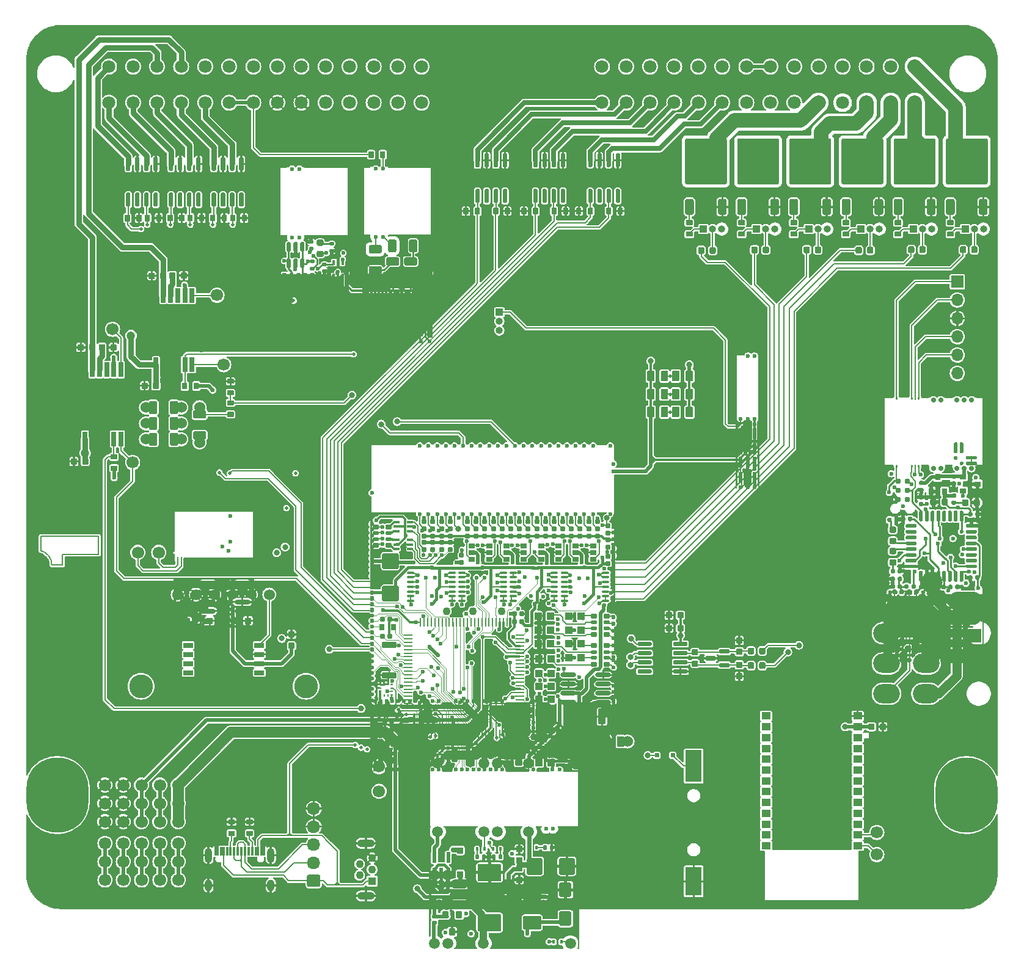
<source format=gtl>
G75*
G70*
%OFA0B0*%
%FSLAX25Y25*%
%IPPOS*%
%LPD*%
%AMOC8*
5,1,8,0,0,1.08239X$1,22.5*
%
%AMM100*
21,1,0.021650,0.052760,-0.000000,0.000000,0.000000*
21,1,0.017320,0.057090,-0.000000,0.000000,0.000000*
1,1,0.004330,0.008660,-0.026380*
1,1,0.004330,-0.008660,-0.026380*
1,1,0.004330,-0.008660,0.026380*
1,1,0.004330,0.008660,0.026380*
%
%AMM101*
21,1,0.035830,0.026770,-0.000000,0.000000,90.000000*
21,1,0.029130,0.033470,-0.000000,0.000000,90.000000*
1,1,0.006690,0.013390,0.014570*
1,1,0.006690,0.013390,-0.014570*
1,1,0.006690,-0.013390,-0.014570*
1,1,0.006690,-0.013390,0.014570*
%
%AMM102*
21,1,0.070870,0.036220,-0.000000,0.000000,180.000000*
21,1,0.061810,0.045280,-0.000000,0.000000,180.000000*
1,1,0.009060,-0.030910,0.018110*
1,1,0.009060,0.030910,0.018110*
1,1,0.009060,0.030910,-0.018110*
1,1,0.009060,-0.030910,-0.018110*
%
%AMM103*
21,1,0.033470,0.026770,-0.000000,0.000000,90.000000*
21,1,0.026770,0.033470,-0.000000,0.000000,90.000000*
1,1,0.006690,0.013390,0.013390*
1,1,0.006690,0.013390,-0.013390*
1,1,0.006690,-0.013390,-0.013390*
1,1,0.006690,-0.013390,0.013390*
%
%AMM104*
21,1,0.015750,0.016540,-0.000000,0.000000,0.000000*
21,1,0.012600,0.019680,-0.000000,0.000000,0.000000*
1,1,0.003150,0.006300,-0.008270*
1,1,0.003150,-0.006300,-0.008270*
1,1,0.003150,-0.006300,0.008270*
1,1,0.003150,0.006300,0.008270*
%
%AMM105*
21,1,0.023620,0.018900,-0.000000,0.000000,180.000000*
21,1,0.018900,0.023620,-0.000000,0.000000,180.000000*
1,1,0.004720,-0.009450,0.009450*
1,1,0.004720,0.009450,0.009450*
1,1,0.004720,0.009450,-0.009450*
1,1,0.004720,-0.009450,-0.009450*
%
%AMM106*
21,1,0.019680,0.019680,-0.000000,0.000000,90.000000*
21,1,0.015750,0.023620,-0.000000,0.000000,90.000000*
1,1,0.003940,0.009840,0.007870*
1,1,0.003940,0.009840,-0.007870*
1,1,0.003940,-0.009840,-0.007870*
1,1,0.003940,-0.009840,0.007870*
%
%AMM107*
21,1,0.019680,0.019680,-0.000000,0.000000,0.000000*
21,1,0.015750,0.023620,-0.000000,0.000000,0.000000*
1,1,0.003940,0.007870,-0.009840*
1,1,0.003940,-0.007870,-0.009840*
1,1,0.003940,-0.007870,0.009840*
1,1,0.003940,0.007870,0.009840*
%
%AMM141*
21,1,0.021650,0.052760,0.000000,-0.000000,180.000000*
21,1,0.017320,0.057090,0.000000,-0.000000,180.000000*
1,1,0.004330,-0.008660,0.026380*
1,1,0.004330,0.008660,0.026380*
1,1,0.004330,0.008660,-0.026380*
1,1,0.004330,-0.008660,-0.026380*
%
%AMM206*
21,1,0.025590,0.026380,-0.000000,-0.000000,90.000000*
21,1,0.020470,0.031500,-0.000000,-0.000000,90.000000*
1,1,0.005120,0.013190,0.010240*
1,1,0.005120,0.013190,-0.010240*
1,1,0.005120,-0.013190,-0.010240*
1,1,0.005120,-0.013190,0.010240*
%
%AMM207*
21,1,0.017720,0.027950,-0.000000,-0.000000,90.000000*
21,1,0.014170,0.031500,-0.000000,-0.000000,90.000000*
1,1,0.003540,0.013980,0.007090*
1,1,0.003540,0.013980,-0.007090*
1,1,0.003540,-0.013980,-0.007090*
1,1,0.003540,-0.013980,0.007090*
%
%AMM208*
21,1,0.012600,0.028980,-0.000000,-0.000000,270.000000*
21,1,0.010080,0.031500,-0.000000,-0.000000,270.000000*
1,1,0.002520,-0.014490,-0.005040*
1,1,0.002520,-0.014490,0.005040*
1,1,0.002520,0.014490,0.005040*
1,1,0.002520,0.014490,-0.005040*
%
%AMM209*
21,1,0.023620,0.030710,-0.000000,-0.000000,0.000000*
21,1,0.018900,0.035430,-0.000000,-0.000000,0.000000*
1,1,0.004720,0.009450,-0.015350*
1,1,0.004720,-0.009450,-0.015350*
1,1,0.004720,-0.009450,0.015350*
1,1,0.004720,0.009450,0.015350*
%
%AMM210*
21,1,0.027560,0.018900,-0.000000,-0.000000,270.000000*
21,1,0.022840,0.023620,-0.000000,-0.000000,270.000000*
1,1,0.004720,-0.009450,-0.011420*
1,1,0.004720,-0.009450,0.011420*
1,1,0.004720,0.009450,0.011420*
1,1,0.004720,0.009450,-0.011420*
%
%AMM211*
21,1,0.031500,0.072440,-0.000000,-0.000000,270.000000*
21,1,0.025200,0.078740,-0.000000,-0.000000,270.000000*
1,1,0.006300,-0.036220,-0.012600*
1,1,0.006300,-0.036220,0.012600*
1,1,0.006300,0.036220,0.012600*
1,1,0.006300,0.036220,-0.012600*
%
%AMM212*
21,1,0.027560,0.018900,-0.000000,-0.000000,0.000000*
21,1,0.022840,0.023620,-0.000000,-0.000000,0.000000*
1,1,0.004720,0.011420,-0.009450*
1,1,0.004720,-0.011420,-0.009450*
1,1,0.004720,-0.011420,0.009450*
1,1,0.004720,0.011420,0.009450*
%
%AMM213*
21,1,0.023620,0.030710,-0.000000,-0.000000,90.000000*
21,1,0.018900,0.035430,-0.000000,-0.000000,90.000000*
1,1,0.004720,0.015350,0.009450*
1,1,0.004720,0.015350,-0.009450*
1,1,0.004720,-0.015350,-0.009450*
1,1,0.004720,-0.015350,0.009450*
%
%AMM214*
21,1,0.035430,0.030320,-0.000000,-0.000000,90.000000*
21,1,0.028350,0.037400,-0.000000,-0.000000,90.000000*
1,1,0.007090,0.015160,0.014170*
1,1,0.007090,0.015160,-0.014170*
1,1,0.007090,-0.015160,-0.014170*
1,1,0.007090,-0.015160,0.014170*
%
%AMM215*
21,1,0.043310,0.075980,-0.000000,-0.000000,180.000000*
21,1,0.034650,0.084650,-0.000000,-0.000000,180.000000*
1,1,0.008660,-0.017320,0.037990*
1,1,0.008660,0.017320,0.037990*
1,1,0.008660,0.017320,-0.037990*
1,1,0.008660,-0.017320,-0.037990*
%
%AMM216*
21,1,0.039370,0.035430,-0.000000,-0.000000,180.000000*
21,1,0.031500,0.043310,-0.000000,-0.000000,180.000000*
1,1,0.007870,-0.015750,0.017720*
1,1,0.007870,0.015750,0.017720*
1,1,0.007870,0.015750,-0.017720*
1,1,0.007870,-0.015750,-0.017720*
%
%AMM217*
21,1,0.027560,0.030710,-0.000000,-0.000000,180.000000*
21,1,0.022050,0.036220,-0.000000,-0.000000,180.000000*
1,1,0.005510,-0.011020,0.015350*
1,1,0.005510,0.011020,0.015350*
1,1,0.005510,0.011020,-0.015350*
1,1,0.005510,-0.011020,-0.015350*
%
%AMM218*
21,1,0.031500,0.072440,-0.000000,-0.000000,180.000000*
21,1,0.025200,0.078740,-0.000000,-0.000000,180.000000*
1,1,0.006300,-0.012600,0.036220*
1,1,0.006300,0.012600,0.036220*
1,1,0.006300,0.012600,-0.036220*
1,1,0.006300,-0.012600,-0.036220*
%
%AMM219*
21,1,0.137800,0.067720,-0.000000,-0.000000,180.000000*
21,1,0.120870,0.084650,-0.000000,-0.000000,180.000000*
1,1,0.016930,-0.060430,0.033860*
1,1,0.016930,0.060430,0.033860*
1,1,0.016930,0.060430,-0.033860*
1,1,0.016930,-0.060430,-0.033860*
%
%AMM220*
21,1,0.043310,0.075990,-0.000000,-0.000000,180.000000*
21,1,0.034650,0.084650,-0.000000,-0.000000,180.000000*
1,1,0.008660,-0.017320,0.037990*
1,1,0.008660,0.017320,0.037990*
1,1,0.008660,0.017320,-0.037990*
1,1,0.008660,-0.017320,-0.037990*
%
%AMM221*
21,1,0.086610,0.073230,-0.000000,-0.000000,270.000000*
21,1,0.069290,0.090550,-0.000000,-0.000000,270.000000*
1,1,0.017320,-0.036610,-0.034650*
1,1,0.017320,-0.036610,0.034650*
1,1,0.017320,0.036610,0.034650*
1,1,0.017320,0.036610,-0.034650*
%
%AMM74*
21,1,0.035430,0.030320,0.000000,0.000000,180.000000*
21,1,0.028350,0.037400,0.000000,0.000000,180.000000*
1,1,0.007090,-0.014170,0.015160*
1,1,0.007090,0.014170,0.015160*
1,1,0.007090,0.014170,-0.015160*
1,1,0.007090,-0.014170,-0.015160*
%
%AMM9*
21,1,0.033470,0.026770,0.000000,0.000000,0.000000*
21,1,0.026770,0.033470,0.000000,0.000000,0.000000*
1,1,0.006690,0.013390,-0.013390*
1,1,0.006690,-0.013390,-0.013390*
1,1,0.006690,-0.013390,0.013390*
1,1,0.006690,0.013390,0.013390*
%
%AMM92*
21,1,0.027560,0.030710,0.000000,0.000000,180.000000*
21,1,0.022050,0.036220,0.000000,0.000000,180.000000*
1,1,0.005510,-0.011020,0.015350*
1,1,0.005510,0.011020,0.015350*
1,1,0.005510,0.011020,-0.015350*
1,1,0.005510,-0.011020,-0.015350*
%
%AMM95*
21,1,0.086610,0.073230,-0.000000,0.000000,0.000000*
21,1,0.069290,0.090550,-0.000000,0.000000,0.000000*
1,1,0.017320,0.034650,-0.036610*
1,1,0.017320,-0.034650,-0.036610*
1,1,0.017320,-0.034650,0.036610*
1,1,0.017320,0.034650,0.036610*
%
%AMM96*
21,1,0.094490,0.111020,-0.000000,0.000000,90.000000*
21,1,0.075590,0.129920,-0.000000,0.000000,90.000000*
1,1,0.018900,0.055510,0.037800*
1,1,0.018900,0.055510,-0.037800*
1,1,0.018900,-0.055510,-0.037800*
1,1,0.018900,-0.055510,0.037800*
%
%AMM97*
21,1,0.074800,0.083460,-0.000000,0.000000,90.000000*
21,1,0.059840,0.098430,-0.000000,0.000000,90.000000*
1,1,0.014960,0.041730,0.029920*
1,1,0.014960,0.041730,-0.029920*
1,1,0.014960,-0.041730,-0.029920*
1,1,0.014960,-0.041730,0.029920*
%
%AMM98*
21,1,0.078740,0.053540,-0.000000,0.000000,270.000000*
21,1,0.065350,0.066930,-0.000000,0.000000,270.000000*
1,1,0.013390,-0.026770,-0.032680*
1,1,0.013390,-0.026770,0.032680*
1,1,0.013390,0.026770,0.032680*
1,1,0.013390,0.026770,-0.032680*
%
%AMM99*
21,1,0.035430,0.030320,-0.000000,0.000000,180.000000*
21,1,0.028350,0.037400,-0.000000,0.000000,180.000000*
1,1,0.007090,-0.014170,0.015160*
1,1,0.007090,0.014170,0.015160*
1,1,0.007090,0.014170,-0.015160*
1,1,0.007090,-0.014170,-0.015160*
%
%ADD10C,0.00787*%
%ADD106C,0.03937*%
%ADD107C,0.00984*%
%ADD109C,0.01968*%
%ADD11R,0.03937X0.03937*%
%ADD118M9*%
%ADD12O,0.03937X0.03937*%
%ADD13R,0.09055X0.17323*%
%ADD14R,0.09055X0.15748*%
%ADD15C,0.06693*%
%ADD16C,0.02756*%
%ADD162C,0.01850*%
%ADD168R,0.02559X0.01575*%
%ADD169R,0.01575X0.02559*%
%ADD17C,0.11811*%
%ADD172R,0.03543X0.03150*%
%ADD175R,0.03150X0.03543*%
%ADD18R,0.11811X0.00984*%
%ADD183C,0.03100*%
%ADD186C,0.03900*%
%ADD19R,0.04331X0.00984*%
%ADD195O,0.04724X0.00866*%
%ADD196O,0.00866X0.04724*%
%ADD197O,0.04331X0.01181*%
%ADD20R,0.03858X0.00984*%
%ADD200R,0.01378X0.00984*%
%ADD201R,0.00984X0.01378*%
%ADD206O,0.08661X0.02362*%
%ADD21R,0.05709X0.00984*%
%ADD214C,0.00492*%
%ADD215C,0.01260*%
%ADD216C,0.05512*%
%ADD22R,0.00984X1.08661*%
%ADD23R,0.07677X0.00984*%
%ADD24R,0.03740X0.00984*%
%ADD247M74*%
%ADD25C,0.03543*%
%ADD26O,0.33858X0.40945*%
%ADD27C,0.07087*%
%ADD277M92*%
%ADD278O,0.01968X0.00984*%
%ADD279O,0.00984X0.01968*%
%ADD28C,0.06000*%
%ADD285M95*%
%ADD286M96*%
%ADD287M97*%
%ADD288M98*%
%ADD289M99*%
%ADD29O,0.07283X0.06693*%
%ADD290M100*%
%ADD291M101*%
%ADD292M102*%
%ADD293M103*%
%ADD294M104*%
%ADD295M105*%
%ADD296M106*%
%ADD297M107*%
%ADD298O,0.40158X0.00787*%
%ADD30C,0.02362*%
%ADD31R,0.24350X0.00984*%
%ADD32R,0.04390X0.00984*%
%ADD33R,0.00984X0.56201*%
%ADD334M141*%
%ADD34R,0.00984X0.59449*%
%ADD344R,0.01181X0.05512*%
%ADD345R,0.08661X0.04724*%
%ADD346R,0.25197X0.22835*%
%ADD347R,0.07874X0.07500*%
%ADD348O,0.07874X0.07500*%
%ADD35R,0.20374X0.00984*%
%ADD36R,0.04331X0.04331*%
%ADD37C,0.04331*%
%ADD38O,0.09449X0.04331*%
%ADD39O,0.04823X0.00787*%
%ADD40O,0.00787X0.36614*%
%ADD41C,0.05906*%
%ADD42O,0.12992X0.00787*%
%ADD427M206*%
%ADD428M207*%
%ADD429M208*%
%ADD43O,0.40157X0.00787*%
%ADD430M209*%
%ADD431M210*%
%ADD432M211*%
%ADD433M212*%
%ADD434M213*%
%ADD435M214*%
%ADD436M215*%
%ADD437M216*%
%ADD438M217*%
%ADD439M218*%
%ADD44O,0.01181X0.00787*%
%ADD440M219*%
%ADD441M220*%
%ADD442M221*%
%ADD45O,0.00787X0.66929*%
%ADD46O,0.00787X0.60630*%
%ADD47O,0.18898X0.00787*%
%ADD48O,0.10236X0.00787*%
%ADD49O,0.03937X0.00787*%
%ADD50O,0.05906X0.00787*%
%ADD51O,0.00787X0.22323*%
%ADD52O,0.43701X0.00787*%
%ADD53O,0.38583X0.01575*%
%ADD54O,0.01969X0.00984*%
%ADD55O,0.00787X0.26772*%
%ADD56O,0.00984X0.01969*%
%ADD57R,0.05118X0.03937*%
%ADD58R,0.02559X0.07874*%
%ADD59R,0.31890X0.17717*%
%ADD60R,0.00787X0.14567*%
%ADD61R,0.00787X0.01575*%
%ADD62R,0.00787X0.06299*%
%ADD63R,0.00787X0.38189*%
%ADD64R,0.00787X0.09055*%
%ADD65R,0.05512X0.00787*%
%ADD66R,0.25197X0.00787*%
%ADD67R,0.06693X0.00787*%
%ADD68R,0.12992X0.00787*%
%ADD69R,0.00787X0.27559*%
%ADD70R,0.00787X0.12992*%
%ADD71R,0.00787X0.24803*%
%ADD72R,0.01181X0.04528*%
%ADD73O,0.03937X0.08268*%
%ADD74O,0.03937X0.06299*%
%ADD75R,0.06693X0.06693*%
%ADD76O,0.06693X0.06693*%
%ADD77C,0.13000*%
%ADD78R,0.05315X0.02717*%
%ADD79O,0.14567X0.10630*%
%ADD80C,0.01969*%
%ADD81C,0.04724*%
%ADD82C,0.03150*%
%ADD83C,0.01181*%
%ADD84C,0.05118*%
%ADD85C,0.07874*%
%ADD86C,0.00591*%
%ADD95C,0.01575*%
%ADD98C,0.00800*%
X0000000Y0000000D02*
%LPD*%
G01*
D10*
X0008839Y0241513D02*
X0008839Y0233639D01*
X0020650Y0231671D02*
X0040335Y0231671D01*
X0020650Y0225765D02*
X0014744Y0225765D01*
X0020650Y0225765D02*
X0020650Y0231671D01*
X0040335Y0241513D02*
X0008839Y0241513D01*
X0040335Y0231671D02*
X0040335Y0241513D01*
X0008839Y0233639D02*
G75*
G02*
X0014744Y0225765I-001885J-007565D01*
G01*
G36*
G01*
X0350992Y0331474D02*
X0350992Y0326553D01*
G75*
G02*
X0350598Y0326159I-000394J0000000D01*
G01*
X0347449Y0326159D01*
G75*
G02*
X0347055Y0326553I0000000J0000394D01*
G01*
X0347055Y0331474D01*
G75*
G02*
X0347449Y0331868I0000394J0000000D01*
G01*
X0350598Y0331868D01*
G75*
G02*
X0350992Y0331474I0000000J-000394D01*
G01*
G37*
G36*
G01*
X0343512Y0331474D02*
X0343512Y0326553D01*
G75*
G02*
X0343118Y0326159I-000394J0000000D01*
G01*
X0339968Y0326159D01*
G75*
G02*
X0339575Y0326553I0000000J0000394D01*
G01*
X0339575Y0331474D01*
G75*
G02*
X0339968Y0331868I0000394J0000000D01*
G01*
X0343118Y0331868D01*
G75*
G02*
X0343512Y0331474I0000000J-000394D01*
G01*
G37*
D11*
X0456219Y0409230D03*
D12*
X0461219Y0409230D03*
X0466219Y0409230D03*
G36*
G01*
X0384555Y0171789D02*
X0384555Y0170608D01*
G75*
G02*
X0383965Y0170017I-000591J0000000D01*
G01*
X0379339Y0170017D01*
G75*
G02*
X0378748Y0170608I0000000J0000591D01*
G01*
X0378748Y0171789D01*
G75*
G02*
X0379339Y0172379I0000591J0000000D01*
G01*
X0383965Y0172379D01*
G75*
G02*
X0384555Y0171789I0000000J-000591D01*
G01*
G37*
G36*
G01*
X0384555Y0179269D02*
X0384555Y0178088D01*
G75*
G02*
X0383965Y0177498I-000591J0000000D01*
G01*
X0379339Y0177498D01*
G75*
G02*
X0378748Y0178088I0000000J0000591D01*
G01*
X0378748Y0179269D01*
G75*
G02*
X0379339Y0179860I0000591J0000000D01*
G01*
X0383965Y0179860D01*
G75*
G02*
X0384555Y0179269I0000000J-000591D01*
G01*
G37*
G36*
G01*
X0377173Y0175529D02*
X0377173Y0174348D01*
G75*
G02*
X0376583Y0173757I-000591J0000000D01*
G01*
X0371957Y0173757D01*
G75*
G02*
X0371366Y0174348I0000000J0000591D01*
G01*
X0371366Y0175529D01*
G75*
G02*
X0371957Y0176120I0000591J0000000D01*
G01*
X0376583Y0176120D01*
G75*
G02*
X0377173Y0175529I0000000J-000591D01*
G01*
G37*
G36*
G01*
X0103758Y0421435D02*
X0102577Y0421435D01*
G75*
G02*
X0101986Y0422025I0000000J0000591D01*
G01*
X0101986Y0428521D01*
G75*
G02*
X0102577Y0429112I0000591J0000000D01*
G01*
X0103758Y0429112D01*
G75*
G02*
X0104348Y0428521I0000000J-000591D01*
G01*
X0104348Y0422025D01*
G75*
G02*
X0103758Y0421435I-000591J0000000D01*
G01*
G37*
G36*
G01*
X0108758Y0421435D02*
X0107577Y0421435D01*
G75*
G02*
X0106986Y0422025I0000000J0000591D01*
G01*
X0106986Y0428521D01*
G75*
G02*
X0107577Y0429112I0000591J0000000D01*
G01*
X0108758Y0429112D01*
G75*
G02*
X0109348Y0428521I0000000J-000591D01*
G01*
X0109348Y0422025D01*
G75*
G02*
X0108758Y0421435I-000591J0000000D01*
G01*
G37*
G36*
G01*
X0113758Y0421435D02*
X0112577Y0421435D01*
G75*
G02*
X0111986Y0422025I0000000J0000591D01*
G01*
X0111986Y0428521D01*
G75*
G02*
X0112577Y0429112I0000591J0000000D01*
G01*
X0113758Y0429112D01*
G75*
G02*
X0114348Y0428521I0000000J-000591D01*
G01*
X0114348Y0422025D01*
G75*
G02*
X0113758Y0421435I-000591J0000000D01*
G01*
G37*
G36*
G01*
X0118758Y0421435D02*
X0117577Y0421435D01*
G75*
G02*
X0116986Y0422025I0000000J0000591D01*
G01*
X0116986Y0428521D01*
G75*
G02*
X0117577Y0429112I0000591J0000000D01*
G01*
X0118758Y0429112D01*
G75*
G02*
X0119348Y0428521I0000000J-000591D01*
G01*
X0119348Y0422025D01*
G75*
G02*
X0118758Y0421435I-000591J0000000D01*
G01*
G37*
G36*
G01*
X0118758Y0440923D02*
X0117577Y0440923D01*
G75*
G02*
X0116986Y0441513I0000000J0000591D01*
G01*
X0116986Y0448009D01*
G75*
G02*
X0117577Y0448600I0000591J0000000D01*
G01*
X0118758Y0448600D01*
G75*
G02*
X0119348Y0448009I0000000J-000591D01*
G01*
X0119348Y0441513D01*
G75*
G02*
X0118758Y0440923I-000591J0000000D01*
G01*
G37*
G36*
G01*
X0113758Y0440923D02*
X0112577Y0440923D01*
G75*
G02*
X0111986Y0441513I0000000J0000591D01*
G01*
X0111986Y0448009D01*
G75*
G02*
X0112577Y0448600I0000591J0000000D01*
G01*
X0113758Y0448600D01*
G75*
G02*
X0114348Y0448009I0000000J-000591D01*
G01*
X0114348Y0441513D01*
G75*
G02*
X0113758Y0440923I-000591J0000000D01*
G01*
G37*
G36*
G01*
X0108758Y0440923D02*
X0107577Y0440923D01*
G75*
G02*
X0106986Y0441513I0000000J0000591D01*
G01*
X0106986Y0448009D01*
G75*
G02*
X0107577Y0448600I0000591J0000000D01*
G01*
X0108758Y0448600D01*
G75*
G02*
X0109348Y0448009I0000000J-000591D01*
G01*
X0109348Y0441513D01*
G75*
G02*
X0108758Y0440923I-000591J0000000D01*
G01*
G37*
G36*
G01*
X0103758Y0440923D02*
X0102577Y0440923D01*
G75*
G02*
X0101986Y0441513I0000000J0000591D01*
G01*
X0101986Y0448009D01*
G75*
G02*
X0102577Y0448600I0000591J0000000D01*
G01*
X0103758Y0448600D01*
G75*
G02*
X0104348Y0448009I0000000J-000591D01*
G01*
X0104348Y0441513D01*
G75*
G02*
X0103758Y0440923I-000591J0000000D01*
G01*
G37*
G36*
G01*
X0050047Y0346001D02*
X0050047Y0343324D01*
G75*
G02*
X0049713Y0342990I-000335J0000000D01*
G01*
X0047035Y0342990D01*
G75*
G02*
X0046701Y0343324I0000000J0000335D01*
G01*
X0046701Y0346001D01*
G75*
G02*
X0047035Y0346336I0000335J0000000D01*
G01*
X0049713Y0346336D01*
G75*
G02*
X0050047Y0346001I0000000J-000335D01*
G01*
G37*
G36*
G01*
X0043827Y0346001D02*
X0043827Y0343324D01*
G75*
G02*
X0043492Y0342990I-000335J0000000D01*
G01*
X0040815Y0342990D01*
G75*
G02*
X0040480Y0343324I0000000J0000335D01*
G01*
X0040480Y0346001D01*
G75*
G02*
X0040815Y0346336I0000335J0000000D01*
G01*
X0043492Y0346336D01*
G75*
G02*
X0043827Y0346001I0000000J-000335D01*
G01*
G37*
D11*
X0513069Y0409230D03*
D12*
X0518069Y0409230D03*
X0523069Y0409230D03*
G36*
G01*
X0350992Y0321631D02*
X0350992Y0316710D01*
G75*
G02*
X0350598Y0316316I-000394J0000000D01*
G01*
X0347449Y0316316D01*
G75*
G02*
X0347055Y0316710I0000000J0000394D01*
G01*
X0347055Y0321631D01*
G75*
G02*
X0347449Y0322025I0000394J0000000D01*
G01*
X0350598Y0322025D01*
G75*
G02*
X0350992Y0321631I0000000J-000394D01*
G01*
G37*
G36*
G01*
X0343512Y0321631D02*
X0343512Y0316710D01*
G75*
G02*
X0343118Y0316316I-000394J0000000D01*
G01*
X0339968Y0316316D01*
G75*
G02*
X0339575Y0316710I0000000J0000394D01*
G01*
X0339575Y0321631D01*
G75*
G02*
X0339968Y0322025I0000394J0000000D01*
G01*
X0343118Y0322025D01*
G75*
G02*
X0343512Y0321631I0000000J-000394D01*
G01*
G37*
G36*
G01*
X0420963Y0417005D02*
X0418207Y0417005D01*
G75*
G02*
X0417222Y0417990I0000000J0000984D01*
G01*
X0417222Y0424683D01*
G75*
G02*
X0418207Y0425667I0000984J0000000D01*
G01*
X0420963Y0425667D01*
G75*
G02*
X0421947Y0424683I0000000J-000984D01*
G01*
X0421947Y0417990D01*
G75*
G02*
X0420963Y0417005I-000984J0000000D01*
G01*
G37*
G36*
G01*
X0426986Y0433541D02*
X0418128Y0433541D01*
G75*
G02*
X0417144Y0434525I0000000J0000984D01*
G01*
X0417144Y0444564D01*
G75*
G02*
X0418128Y0445549I0000984J0000000D01*
G01*
X0426986Y0445549D01*
G75*
G02*
X0427970Y0444564I0000000J-000984D01*
G01*
X0427970Y0434525D01*
G75*
G02*
X0426986Y0433541I-000984J0000000D01*
G01*
G37*
G36*
G01*
X0438994Y0433541D02*
X0430136Y0433541D01*
G75*
G02*
X0429152Y0434525I0000000J0000984D01*
G01*
X0429152Y0444564D01*
G75*
G02*
X0430136Y0445549I0000984J0000000D01*
G01*
X0438994Y0445549D01*
G75*
G02*
X0439978Y0444564I0000000J-000984D01*
G01*
X0439978Y0434525D01*
G75*
G02*
X0438994Y0433541I-000984J0000000D01*
G01*
G37*
G36*
G01*
X0438994Y0433541D02*
X0418128Y0433541D01*
G75*
G02*
X0417144Y0434525I0000000J0000984D01*
G01*
X0417144Y0457753D01*
G75*
G02*
X0418128Y0458738I0000984J0000000D01*
G01*
X0438994Y0458738D01*
G75*
G02*
X0439978Y0457753I0000000J-000984D01*
G01*
X0439978Y0434525D01*
G75*
G02*
X0438994Y0433541I-000984J0000000D01*
G01*
G37*
G36*
G01*
X0426986Y0446730D02*
X0418128Y0446730D01*
G75*
G02*
X0417144Y0447714I0000000J0000984D01*
G01*
X0417144Y0457753D01*
G75*
G02*
X0418128Y0458738I0000984J0000000D01*
G01*
X0426986Y0458738D01*
G75*
G02*
X0427970Y0457753I0000000J-000984D01*
G01*
X0427970Y0447714D01*
G75*
G02*
X0426986Y0446730I-000984J0000000D01*
G01*
G37*
G36*
G01*
X0438994Y0446730D02*
X0430136Y0446730D01*
G75*
G02*
X0429152Y0447714I0000000J0000984D01*
G01*
X0429152Y0457753D01*
G75*
G02*
X0430136Y0458738I0000984J0000000D01*
G01*
X0438994Y0458738D01*
G75*
G02*
X0439978Y0457753I0000000J-000984D01*
G01*
X0439978Y0447714D01*
G75*
G02*
X0438994Y0446730I-000984J0000000D01*
G01*
G37*
G36*
G01*
X0438915Y0417005D02*
X0436159Y0417005D01*
G75*
G02*
X0435175Y0417990I0000000J0000984D01*
G01*
X0435175Y0424683D01*
G75*
G02*
X0436159Y0425667I0000984J0000000D01*
G01*
X0438915Y0425667D01*
G75*
G02*
X0439900Y0424683I0000000J-000984D01*
G01*
X0439900Y0417990D01*
G75*
G02*
X0438915Y0417005I-000984J0000000D01*
G01*
G37*
G36*
G01*
X0144213Y0189664D02*
X0146890Y0189664D01*
G75*
G02*
X0147224Y0189329I0000000J-000335D01*
G01*
X0147224Y0186652D01*
G75*
G02*
X0146890Y0186317I-000335J0000000D01*
G01*
X0144213Y0186317D01*
G75*
G02*
X0143878Y0186652I0000000J0000335D01*
G01*
X0143878Y0189329D01*
G75*
G02*
X0144213Y0189664I0000335J0000000D01*
G01*
G37*
G36*
G01*
X0144213Y0183443D02*
X0146890Y0183443D01*
G75*
G02*
X0147224Y0183109I0000000J-000335D01*
G01*
X0147224Y0180432D01*
G75*
G02*
X0146890Y0180097I-000335J0000000D01*
G01*
X0144213Y0180097D01*
G75*
G02*
X0143878Y0180432I0000000J0000335D01*
G01*
X0143878Y0183109D01*
G75*
G02*
X0144213Y0183443I0000335J0000000D01*
G01*
G37*
D13*
X0364969Y0116120D03*
D14*
X0364969Y0053127D03*
G36*
G01*
X0279240Y0423485D02*
X0278059Y0423485D01*
G75*
G02*
X0277469Y0424076I0000000J0000591D01*
G01*
X0277469Y0430572D01*
G75*
G02*
X0278059Y0431162I0000591J0000000D01*
G01*
X0279240Y0431162D01*
G75*
G02*
X0279831Y0430572I0000000J-000591D01*
G01*
X0279831Y0424076D01*
G75*
G02*
X0279240Y0423485I-000591J0000000D01*
G01*
G37*
G36*
G01*
X0284240Y0423485D02*
X0283059Y0423485D01*
G75*
G02*
X0282469Y0424076I0000000J0000591D01*
G01*
X0282469Y0430572D01*
G75*
G02*
X0283059Y0431162I0000591J0000000D01*
G01*
X0284240Y0431162D01*
G75*
G02*
X0284831Y0430572I0000000J-000591D01*
G01*
X0284831Y0424076D01*
G75*
G02*
X0284240Y0423485I-000591J0000000D01*
G01*
G37*
G36*
G01*
X0289240Y0423485D02*
X0288059Y0423485D01*
G75*
G02*
X0287469Y0424076I0000000J0000591D01*
G01*
X0287469Y0430572D01*
G75*
G02*
X0288059Y0431162I0000591J0000000D01*
G01*
X0289240Y0431162D01*
G75*
G02*
X0289831Y0430572I0000000J-000591D01*
G01*
X0289831Y0424076D01*
G75*
G02*
X0289240Y0423485I-000591J0000000D01*
G01*
G37*
G36*
G01*
X0294240Y0423485D02*
X0293059Y0423485D01*
G75*
G02*
X0292469Y0424076I0000000J0000591D01*
G01*
X0292469Y0430572D01*
G75*
G02*
X0293059Y0431162I0000591J0000000D01*
G01*
X0294240Y0431162D01*
G75*
G02*
X0294831Y0430572I0000000J-000591D01*
G01*
X0294831Y0424076D01*
G75*
G02*
X0294240Y0423485I-000591J0000000D01*
G01*
G37*
G36*
G01*
X0294240Y0442973D02*
X0293059Y0442973D01*
G75*
G02*
X0292469Y0443564I0000000J0000591D01*
G01*
X0292469Y0450060D01*
G75*
G02*
X0293059Y0450651I0000591J0000000D01*
G01*
X0294240Y0450651D01*
G75*
G02*
X0294831Y0450060I0000000J-000591D01*
G01*
X0294831Y0443564D01*
G75*
G02*
X0294240Y0442973I-000591J0000000D01*
G01*
G37*
G36*
G01*
X0289240Y0442973D02*
X0288059Y0442973D01*
G75*
G02*
X0287469Y0443564I0000000J0000591D01*
G01*
X0287469Y0450060D01*
G75*
G02*
X0288059Y0450651I0000591J0000000D01*
G01*
X0289240Y0450651D01*
G75*
G02*
X0289831Y0450060I0000000J-000591D01*
G01*
X0289831Y0443564D01*
G75*
G02*
X0289240Y0442973I-000591J0000000D01*
G01*
G37*
G36*
G01*
X0284240Y0442973D02*
X0283059Y0442973D01*
G75*
G02*
X0282469Y0443564I0000000J0000591D01*
G01*
X0282469Y0450060D01*
G75*
G02*
X0283059Y0450651I0000591J0000000D01*
G01*
X0284240Y0450651D01*
G75*
G02*
X0284831Y0450060I0000000J-000591D01*
G01*
X0284831Y0443564D01*
G75*
G02*
X0284240Y0442973I-000591J0000000D01*
G01*
G37*
G36*
G01*
X0279240Y0442973D02*
X0278059Y0442973D01*
G75*
G02*
X0277469Y0443564I0000000J0000591D01*
G01*
X0277469Y0450060D01*
G75*
G02*
X0278059Y0450651I0000591J0000000D01*
G01*
X0279240Y0450651D01*
G75*
G02*
X0279831Y0450060I0000000J-000591D01*
G01*
X0279831Y0443564D01*
G75*
G02*
X0279240Y0442973I-000591J0000000D01*
G01*
G37*
G36*
G01*
X0270992Y0417504D02*
X0270992Y0420575D01*
G75*
G02*
X0271268Y0420851I0000276J0000000D01*
G01*
X0273472Y0420851D01*
G75*
G02*
X0273748Y0420575I0000000J-000276D01*
G01*
X0273748Y0417504D01*
G75*
G02*
X0273472Y0417229I-000276J0000000D01*
G01*
X0271268Y0417229D01*
G75*
G02*
X0270992Y0417504I0000000J0000276D01*
G01*
G37*
G36*
G01*
X0277291Y0417504D02*
X0277291Y0420575D01*
G75*
G02*
X0277567Y0420851I0000276J0000000D01*
G01*
X0279772Y0420851D01*
G75*
G02*
X0280047Y0420575I0000000J-000276D01*
G01*
X0280047Y0417504D01*
G75*
G02*
X0279772Y0417229I-000276J0000000D01*
G01*
X0277567Y0417229D01*
G75*
G02*
X0277291Y0417504I0000000J0000276D01*
G01*
G37*
D15*
X0464870Y0079899D03*
G36*
G01*
X0388504Y0186375D02*
X0391181Y0186375D01*
G75*
G02*
X0391516Y0186041I0000000J-000335D01*
G01*
X0391516Y0183364D01*
G75*
G02*
X0391181Y0183029I-000335J0000000D01*
G01*
X0388504Y0183029D01*
G75*
G02*
X0388169Y0183364I0000000J0000335D01*
G01*
X0388169Y0186041D01*
G75*
G02*
X0388504Y0186375I0000335J0000000D01*
G01*
G37*
G36*
G01*
X0388504Y0180155D02*
X0391181Y0180155D01*
G75*
G02*
X0391516Y0179820I0000000J-000335D01*
G01*
X0391516Y0177143D01*
G75*
G02*
X0391181Y0176809I-000335J0000000D01*
G01*
X0388504Y0176809D01*
G75*
G02*
X0388169Y0177143I0000000J0000335D01*
G01*
X0388169Y0179820D01*
G75*
G02*
X0388504Y0180155I0000335J0000000D01*
G01*
G37*
X0043728Y0105714D03*
X0053728Y0105714D03*
X0063728Y0105714D03*
X0073728Y0105714D03*
X0083728Y0105714D03*
X0043728Y0095714D03*
X0053728Y0095714D03*
X0063728Y0095714D03*
X0073728Y0095714D03*
X0083728Y0095714D03*
X0043728Y0085714D03*
X0053728Y0085714D03*
X0063728Y0085714D03*
X0073728Y0085714D03*
X0083728Y0085714D03*
D16*
X0474614Y0211198D03*
X0486425Y0211198D03*
X0482488Y0211198D03*
X0478551Y0211198D03*
D17*
X0494890Y0216120D03*
D18*
X0508669Y0209722D03*
D19*
X0521268Y0317399D03*
D20*
X0504181Y0317399D03*
X0491189Y0317399D03*
D21*
X0471169Y0317399D03*
D22*
X0522941Y0263561D03*
X0468807Y0263561D03*
D23*
X0519594Y0209722D03*
D24*
X0470185Y0209722D03*
G36*
G01*
X0518906Y0280293D02*
X0513984Y0280293D01*
G75*
G02*
X0513492Y0280785I0000000J0000492D01*
G01*
X0513492Y0281769D01*
G75*
G02*
X0513984Y0282261I0000492J0000000D01*
G01*
X0518906Y0282261D01*
G75*
G02*
X0519398Y0281769I0000000J-000492D01*
G01*
X0519398Y0280785D01*
G75*
G02*
X0518906Y0280293I-000492J0000000D01*
G01*
G37*
G36*
G01*
X0508374Y0286887D02*
X0507390Y0286887D01*
G75*
G02*
X0506898Y0287379I0000000J0000492D01*
G01*
X0506898Y0292301D01*
G75*
G02*
X0507390Y0292793I0000492J0000000D01*
G01*
X0508374Y0292793D01*
G75*
G02*
X0508866Y0292301I0000000J-000492D01*
G01*
X0508866Y0287379D01*
G75*
G02*
X0508374Y0286887I-000492J0000000D01*
G01*
G37*
G36*
G01*
X0518906Y0283442D02*
X0513984Y0283442D01*
G75*
G02*
X0513492Y0283935I0000000J0000492D01*
G01*
X0513492Y0284919D01*
G75*
G02*
X0513984Y0285411I0000492J0000000D01*
G01*
X0518906Y0285411D01*
G75*
G02*
X0519398Y0284919I0000000J-000492D01*
G01*
X0519398Y0283935D01*
G75*
G02*
X0518906Y0283442I-000492J0000000D01*
G01*
G37*
G36*
G01*
X0508866Y0284722D02*
X0508866Y0283738D01*
G75*
G02*
X0508374Y0283246I-000492J0000000D01*
G01*
X0507390Y0283246D01*
G75*
G02*
X0506898Y0283738I0000000J0000492D01*
G01*
X0506898Y0284722D01*
G75*
G02*
X0507390Y0285214I0000492J0000000D01*
G01*
X0508374Y0285214D01*
G75*
G02*
X0508866Y0284722I0000000J-000492D01*
G01*
G37*
G36*
G01*
X0511524Y0280293D02*
X0510539Y0280293D01*
G75*
G02*
X0510047Y0280785I0000000J0000492D01*
G01*
X0510047Y0281769D01*
G75*
G02*
X0510539Y0282261I0000492J0000000D01*
G01*
X0511524Y0282261D01*
G75*
G02*
X0512016Y0281769I0000000J-000492D01*
G01*
X0512016Y0280785D01*
G75*
G02*
X0511524Y0280293I-000492J0000000D01*
G01*
G37*
G36*
G01*
X0511524Y0286887D02*
X0510539Y0286887D01*
G75*
G02*
X0510047Y0287379I0000000J0000492D01*
G01*
X0510047Y0292301D01*
G75*
G02*
X0510539Y0292793I0000492J0000000D01*
G01*
X0511524Y0292793D01*
G75*
G02*
X0512016Y0292301I0000000J-000492D01*
G01*
X0512016Y0287379D01*
G75*
G02*
X0511524Y0286887I-000492J0000000D01*
G01*
G37*
D16*
X0512606Y0315888D03*
X0508669Y0315888D03*
X0495693Y0315888D03*
X0499693Y0315888D03*
G36*
G01*
X0487803Y0317891D02*
X0487803Y0317891D01*
G75*
G02*
X0488295Y0317399I0000000J-000492D01*
G01*
X0488295Y0316415D01*
G75*
G02*
X0487803Y0315923I-000492J0000000D01*
G01*
X0487803Y0315923D01*
G75*
G02*
X0487311Y0316415I0000000J0000492D01*
G01*
X0487311Y0317399D01*
G75*
G02*
X0487803Y0317891I0000492J0000000D01*
G01*
G37*
G36*
G01*
X0485835Y0317891D02*
X0485835Y0317891D01*
G75*
G02*
X0486327Y0317399I0000000J-000492D01*
G01*
X0486327Y0316415D01*
G75*
G02*
X0485835Y0315923I-000492J0000000D01*
G01*
X0485835Y0315923D01*
G75*
G02*
X0485343Y0316415I0000000J0000492D01*
G01*
X0485343Y0317399D01*
G75*
G02*
X0485835Y0317891I0000492J0000000D01*
G01*
G37*
G36*
G01*
X0483866Y0317891D02*
X0483866Y0317891D01*
G75*
G02*
X0484358Y0317399I0000000J-000492D01*
G01*
X0484358Y0316415D01*
G75*
G02*
X0483866Y0315923I-000492J0000000D01*
G01*
X0483866Y0315923D01*
G75*
G02*
X0483374Y0316415I0000000J0000492D01*
G01*
X0483374Y0317399D01*
G75*
G02*
X0483866Y0317891I0000492J0000000D01*
G01*
G37*
G36*
G01*
X0475598Y0317891D02*
X0475598Y0317891D01*
G75*
G02*
X0476091Y0317399I0000000J-000492D01*
G01*
X0476091Y0316415D01*
G75*
G02*
X0475598Y0315923I-000492J0000000D01*
G01*
X0475598Y0315923D01*
G75*
G02*
X0475106Y0316415I0000000J0000492D01*
G01*
X0475106Y0317399D01*
G75*
G02*
X0475598Y0317891I0000492J0000000D01*
G01*
G37*
X0516543Y0315888D03*
G36*
G01*
X0506356Y0417005D02*
X0503600Y0417005D01*
G75*
G02*
X0502616Y0417990I0000000J0000984D01*
G01*
X0502616Y0424683D01*
G75*
G02*
X0503600Y0425667I0000984J0000000D01*
G01*
X0506356Y0425667D01*
G75*
G02*
X0507341Y0424683I0000000J-000984D01*
G01*
X0507341Y0417990D01*
G75*
G02*
X0506356Y0417005I-000984J0000000D01*
G01*
G37*
G36*
G01*
X0512380Y0433541D02*
X0503522Y0433541D01*
G75*
G02*
X0502537Y0434525I0000000J0000984D01*
G01*
X0502537Y0444564D01*
G75*
G02*
X0503522Y0445549I0000984J0000000D01*
G01*
X0512380Y0445549D01*
G75*
G02*
X0513364Y0444564I0000000J-000984D01*
G01*
X0513364Y0434525D01*
G75*
G02*
X0512380Y0433541I-000984J0000000D01*
G01*
G37*
G36*
G01*
X0524388Y0433541D02*
X0515530Y0433541D01*
G75*
G02*
X0514545Y0434525I0000000J0000984D01*
G01*
X0514545Y0444564D01*
G75*
G02*
X0515530Y0445549I0000984J0000000D01*
G01*
X0524388Y0445549D01*
G75*
G02*
X0525372Y0444564I0000000J-000984D01*
G01*
X0525372Y0434525D01*
G75*
G02*
X0524388Y0433541I-000984J0000000D01*
G01*
G37*
G36*
G01*
X0524388Y0433541D02*
X0503522Y0433541D01*
G75*
G02*
X0502537Y0434525I0000000J0000984D01*
G01*
X0502537Y0457753D01*
G75*
G02*
X0503522Y0458738I0000984J0000000D01*
G01*
X0524388Y0458738D01*
G75*
G02*
X0525372Y0457753I0000000J-000984D01*
G01*
X0525372Y0434525D01*
G75*
G02*
X0524388Y0433541I-000984J0000000D01*
G01*
G37*
G36*
G01*
X0512380Y0446730D02*
X0503522Y0446730D01*
G75*
G02*
X0502537Y0447714I0000000J0000984D01*
G01*
X0502537Y0457753D01*
G75*
G02*
X0503522Y0458738I0000984J0000000D01*
G01*
X0512380Y0458738D01*
G75*
G02*
X0513364Y0457753I0000000J-000984D01*
G01*
X0513364Y0447714D01*
G75*
G02*
X0512380Y0446730I-000984J0000000D01*
G01*
G37*
G36*
G01*
X0524388Y0446730D02*
X0515530Y0446730D01*
G75*
G02*
X0514545Y0447714I0000000J0000984D01*
G01*
X0514545Y0457753D01*
G75*
G02*
X0515530Y0458738I0000984J0000000D01*
G01*
X0524388Y0458738D01*
G75*
G02*
X0525372Y0457753I0000000J-000984D01*
G01*
X0525372Y0447714D01*
G75*
G02*
X0524388Y0446730I-000984J0000000D01*
G01*
G37*
G36*
G01*
X0524309Y0417005D02*
X0521553Y0417005D01*
G75*
G02*
X0520569Y0417990I0000000J0000984D01*
G01*
X0520569Y0424683D01*
G75*
G02*
X0521553Y0425667I0000984J0000000D01*
G01*
X0524309Y0425667D01*
G75*
G02*
X0525293Y0424683I0000000J-000984D01*
G01*
X0525293Y0417990D01*
G75*
G02*
X0524309Y0417005I-000984J0000000D01*
G01*
G37*
G36*
G01*
X0477892Y0417005D02*
X0475136Y0417005D01*
G75*
G02*
X0474152Y0417990I0000000J0000984D01*
G01*
X0474152Y0424683D01*
G75*
G02*
X0475136Y0425667I0000984J0000000D01*
G01*
X0477892Y0425667D01*
G75*
G02*
X0478876Y0424683I0000000J-000984D01*
G01*
X0478876Y0417990D01*
G75*
G02*
X0477892Y0417005I-000984J0000000D01*
G01*
G37*
G36*
G01*
X0483915Y0433541D02*
X0475057Y0433541D01*
G75*
G02*
X0474073Y0434525I0000000J0000984D01*
G01*
X0474073Y0444564D01*
G75*
G02*
X0475057Y0445549I0000984J0000000D01*
G01*
X0483915Y0445549D01*
G75*
G02*
X0484900Y0444564I0000000J-000984D01*
G01*
X0484900Y0434525D01*
G75*
G02*
X0483915Y0433541I-000984J0000000D01*
G01*
G37*
G36*
G01*
X0495923Y0433541D02*
X0487065Y0433541D01*
G75*
G02*
X0486081Y0434525I0000000J0000984D01*
G01*
X0486081Y0444564D01*
G75*
G02*
X0487065Y0445549I0000984J0000000D01*
G01*
X0495923Y0445549D01*
G75*
G02*
X0496907Y0444564I0000000J-000984D01*
G01*
X0496907Y0434525D01*
G75*
G02*
X0495923Y0433541I-000984J0000000D01*
G01*
G37*
G36*
G01*
X0495923Y0433541D02*
X0475057Y0433541D01*
G75*
G02*
X0474073Y0434525I0000000J0000984D01*
G01*
X0474073Y0457753D01*
G75*
G02*
X0475057Y0458738I0000984J0000000D01*
G01*
X0495923Y0458738D01*
G75*
G02*
X0496907Y0457753I0000000J-000984D01*
G01*
X0496907Y0434525D01*
G75*
G02*
X0495923Y0433541I-000984J0000000D01*
G01*
G37*
G36*
G01*
X0483915Y0446730D02*
X0475057Y0446730D01*
G75*
G02*
X0474073Y0447714I0000000J0000984D01*
G01*
X0474073Y0457753D01*
G75*
G02*
X0475057Y0458738I0000984J0000000D01*
G01*
X0483915Y0458738D01*
G75*
G02*
X0484900Y0457753I0000000J-000984D01*
G01*
X0484900Y0447714D01*
G75*
G02*
X0483915Y0446730I-000984J0000000D01*
G01*
G37*
G36*
G01*
X0495923Y0446730D02*
X0487065Y0446730D01*
G75*
G02*
X0486081Y0447714I0000000J0000984D01*
G01*
X0486081Y0457753D01*
G75*
G02*
X0487065Y0458738I0000984J0000000D01*
G01*
X0495923Y0458738D01*
G75*
G02*
X0496907Y0457753I0000000J-000984D01*
G01*
X0496907Y0447714D01*
G75*
G02*
X0495923Y0446730I-000984J0000000D01*
G01*
G37*
G36*
G01*
X0495844Y0417005D02*
X0493089Y0417005D01*
G75*
G02*
X0492104Y0417990I0000000J0000984D01*
G01*
X0492104Y0424683D01*
G75*
G02*
X0493089Y0425667I0000984J0000000D01*
G01*
X0495844Y0425667D01*
G75*
G02*
X0496829Y0424683I0000000J-000984D01*
G01*
X0496829Y0417990D01*
G75*
G02*
X0495844Y0417005I-000984J0000000D01*
G01*
G37*
D15*
X0073089Y0232727D03*
G36*
G01*
X0025126Y0281021D02*
X0025126Y0283698D01*
G75*
G02*
X0025461Y0284033I0000335J0000000D01*
G01*
X0028138Y0284033D01*
G75*
G02*
X0028472Y0283698I0000000J-000335D01*
G01*
X0028472Y0281021D01*
G75*
G02*
X0028138Y0280687I-000335J0000000D01*
G01*
X0025461Y0280687D01*
G75*
G02*
X0025126Y0281021I0000000J0000335D01*
G01*
G37*
G36*
G01*
X0031346Y0281021D02*
X0031346Y0283698D01*
G75*
G02*
X0031681Y0284033I0000335J0000000D01*
G01*
X0034358Y0284033D01*
G75*
G02*
X0034693Y0283698I0000000J-000335D01*
G01*
X0034693Y0281021D01*
G75*
G02*
X0034358Y0280687I-000335J0000000D01*
G01*
X0031681Y0280687D01*
G75*
G02*
X0031346Y0281021I0000000J0000335D01*
G01*
G37*
G36*
G01*
X0469843Y0138883D02*
X0469843Y0136206D01*
G75*
G02*
X0469508Y0135872I-000335J0000000D01*
G01*
X0466831Y0135872D01*
G75*
G02*
X0466496Y0136206I0000000J0000335D01*
G01*
X0466496Y0138883D01*
G75*
G02*
X0466831Y0139218I0000335J0000000D01*
G01*
X0469508Y0139218D01*
G75*
G02*
X0469843Y0138883I0000000J-000335D01*
G01*
G37*
G36*
G01*
X0463622Y0138883D02*
X0463622Y0136206D01*
G75*
G02*
X0463287Y0135872I-000335J0000000D01*
G01*
X0460610Y0135872D01*
G75*
G02*
X0460276Y0136206I0000000J0000335D01*
G01*
X0460276Y0138883D01*
G75*
G02*
X0460610Y0139218I0000335J0000000D01*
G01*
X0463287Y0139218D01*
G75*
G02*
X0463622Y0138883I0000000J-000335D01*
G01*
G37*
G36*
G01*
X0366996Y0170391D02*
X0364319Y0170391D01*
G75*
G02*
X0363984Y0170726I0000000J0000335D01*
G01*
X0363984Y0173403D01*
G75*
G02*
X0364319Y0173738I0000335J0000000D01*
G01*
X0366996Y0173738D01*
G75*
G02*
X0367331Y0173403I0000000J-000335D01*
G01*
X0367331Y0170726D01*
G75*
G02*
X0366996Y0170391I-000335J0000000D01*
G01*
G37*
G36*
G01*
X0366996Y0176612D02*
X0364319Y0176612D01*
G75*
G02*
X0363984Y0176946I0000000J0000335D01*
G01*
X0363984Y0179624D01*
G75*
G02*
X0364319Y0179958I0000335J0000000D01*
G01*
X0366996Y0179958D01*
G75*
G02*
X0367331Y0179624I0000000J-000335D01*
G01*
X0367331Y0176946D01*
G75*
G02*
X0366996Y0176612I-000335J0000000D01*
G01*
G37*
G36*
G01*
X0326287Y0420608D02*
X0326287Y0417537D01*
G75*
G02*
X0326012Y0417261I-000276J0000000D01*
G01*
X0323807Y0417261D01*
G75*
G02*
X0323531Y0417537I0000000J0000276D01*
G01*
X0323531Y0420608D01*
G75*
G02*
X0323807Y0420883I0000276J0000000D01*
G01*
X0326012Y0420883D01*
G75*
G02*
X0326287Y0420608I0000000J-000276D01*
G01*
G37*
G36*
G01*
X0319988Y0420608D02*
X0319988Y0417537D01*
G75*
G02*
X0319713Y0417261I-000276J0000000D01*
G01*
X0317508Y0417261D01*
G75*
G02*
X0317232Y0417537I0000000J0000276D01*
G01*
X0317232Y0420608D01*
G75*
G02*
X0317508Y0420883I0000276J0000000D01*
G01*
X0319713Y0420883D01*
G75*
G02*
X0319988Y0420608I0000000J-000276D01*
G01*
G37*
G36*
G01*
X0187606Y0448344D02*
X0187606Y0451415D01*
G75*
G02*
X0187882Y0451690I0000276J0000000D01*
G01*
X0190087Y0451690D01*
G75*
G02*
X0190362Y0451415I0000000J-000276D01*
G01*
X0190362Y0448344D01*
G75*
G02*
X0190087Y0448068I-000276J0000000D01*
G01*
X0187882Y0448068D01*
G75*
G02*
X0187606Y0448344I0000000J0000276D01*
G01*
G37*
G36*
G01*
X0193906Y0448344D02*
X0193906Y0451415D01*
G75*
G02*
X0194181Y0451690I0000276J0000000D01*
G01*
X0196386Y0451690D01*
G75*
G02*
X0196661Y0451415I0000000J-000276D01*
G01*
X0196661Y0448344D01*
G75*
G02*
X0196386Y0448068I-000276J0000000D01*
G01*
X0194181Y0448068D01*
G75*
G02*
X0193906Y0448344I0000000J0000276D01*
G01*
G37*
X0061671Y0232727D03*
G36*
G01*
X0361524Y0168324D02*
X0361524Y0167143D01*
G75*
G02*
X0360933Y0166553I-000591J0000000D01*
G01*
X0354437Y0166553D01*
G75*
G02*
X0353846Y0167143I0000000J0000591D01*
G01*
X0353846Y0168324D01*
G75*
G02*
X0354437Y0168915I0000591J0000000D01*
G01*
X0360933Y0168915D01*
G75*
G02*
X0361524Y0168324I0000000J-000591D01*
G01*
G37*
G36*
G01*
X0361524Y0173324D02*
X0361524Y0172143D01*
G75*
G02*
X0360933Y0171553I-000591J0000000D01*
G01*
X0354437Y0171553D01*
G75*
G02*
X0353846Y0172143I0000000J0000591D01*
G01*
X0353846Y0173324D01*
G75*
G02*
X0354437Y0173915I0000591J0000000D01*
G01*
X0360933Y0173915D01*
G75*
G02*
X0361524Y0173324I0000000J-000591D01*
G01*
G37*
G36*
G01*
X0361524Y0178324D02*
X0361524Y0177143D01*
G75*
G02*
X0360933Y0176553I-000591J0000000D01*
G01*
X0354437Y0176553D01*
G75*
G02*
X0353846Y0177143I0000000J0000591D01*
G01*
X0353846Y0178324D01*
G75*
G02*
X0354437Y0178915I0000591J0000000D01*
G01*
X0360933Y0178915D01*
G75*
G02*
X0361524Y0178324I0000000J-000591D01*
G01*
G37*
G36*
G01*
X0361524Y0183324D02*
X0361524Y0182143D01*
G75*
G02*
X0360933Y0181553I-000591J0000000D01*
G01*
X0354437Y0181553D01*
G75*
G02*
X0353846Y0182143I0000000J0000591D01*
G01*
X0353846Y0183324D01*
G75*
G02*
X0354437Y0183915I0000591J0000000D01*
G01*
X0360933Y0183915D01*
G75*
G02*
X0361524Y0183324I0000000J-000591D01*
G01*
G37*
G36*
G01*
X0342035Y0183324D02*
X0342035Y0182143D01*
G75*
G02*
X0341445Y0181553I-000591J0000000D01*
G01*
X0334949Y0181553D01*
G75*
G02*
X0334358Y0182143I0000000J0000591D01*
G01*
X0334358Y0183324D01*
G75*
G02*
X0334949Y0183915I0000591J0000000D01*
G01*
X0341445Y0183915D01*
G75*
G02*
X0342035Y0183324I0000000J-000591D01*
G01*
G37*
G36*
G01*
X0342035Y0178324D02*
X0342035Y0177143D01*
G75*
G02*
X0341445Y0176553I-000591J0000000D01*
G01*
X0334949Y0176553D01*
G75*
G02*
X0334358Y0177143I0000000J0000591D01*
G01*
X0334358Y0178324D01*
G75*
G02*
X0334949Y0178915I0000591J0000000D01*
G01*
X0341445Y0178915D01*
G75*
G02*
X0342035Y0178324I0000000J-000591D01*
G01*
G37*
G36*
G01*
X0342035Y0173324D02*
X0342035Y0172143D01*
G75*
G02*
X0341445Y0171553I-000591J0000000D01*
G01*
X0334949Y0171553D01*
G75*
G02*
X0334358Y0172143I0000000J0000591D01*
G01*
X0334358Y0173324D01*
G75*
G02*
X0334949Y0173915I0000591J0000000D01*
G01*
X0341445Y0173915D01*
G75*
G02*
X0342035Y0173324I0000000J-000591D01*
G01*
G37*
G36*
G01*
X0342035Y0168324D02*
X0342035Y0167143D01*
G75*
G02*
X0341445Y0166553I-000591J0000000D01*
G01*
X0334949Y0166553D01*
G75*
G02*
X0334358Y0167143I0000000J0000591D01*
G01*
X0334358Y0168324D01*
G75*
G02*
X0334949Y0168915I0000591J0000000D01*
G01*
X0341445Y0168915D01*
G75*
G02*
X0342035Y0168324I0000000J-000591D01*
G01*
G37*
D11*
X0258965Y0363816D03*
D12*
X0258965Y0358816D03*
X0258965Y0353816D03*
G36*
G01*
X0063709Y0322360D02*
X0063709Y0325037D01*
G75*
G02*
X0064043Y0325372I0000335J0000000D01*
G01*
X0066720Y0325372D01*
G75*
G02*
X0067055Y0325037I0000000J-000335D01*
G01*
X0067055Y0322360D01*
G75*
G02*
X0066720Y0322025I-000335J0000000D01*
G01*
X0064043Y0322025D01*
G75*
G02*
X0063709Y0322360I0000000J0000335D01*
G01*
G37*
G36*
G01*
X0069929Y0322360D02*
X0069929Y0325037D01*
G75*
G02*
X0070264Y0325372I0000335J0000000D01*
G01*
X0072941Y0325372D01*
G75*
G02*
X0073276Y0325037I0000000J-000335D01*
G01*
X0073276Y0322360D01*
G75*
G02*
X0072941Y0322025I-000335J0000000D01*
G01*
X0070264Y0322025D01*
G75*
G02*
X0069929Y0322360I0000000J0000335D01*
G01*
G37*
D15*
X0104909Y0373108D03*
G36*
G01*
X0309142Y0423501D02*
X0307961Y0423501D01*
G75*
G02*
X0307370Y0424092I0000000J0000591D01*
G01*
X0307370Y0430588D01*
G75*
G02*
X0307961Y0431179I0000591J0000000D01*
G01*
X0309142Y0431179D01*
G75*
G02*
X0309732Y0430588I0000000J-000591D01*
G01*
X0309732Y0424092D01*
G75*
G02*
X0309142Y0423501I-000591J0000000D01*
G01*
G37*
G36*
G01*
X0314142Y0423501D02*
X0312961Y0423501D01*
G75*
G02*
X0312370Y0424092I0000000J0000591D01*
G01*
X0312370Y0430588D01*
G75*
G02*
X0312961Y0431179I0000591J0000000D01*
G01*
X0314142Y0431179D01*
G75*
G02*
X0314732Y0430588I0000000J-000591D01*
G01*
X0314732Y0424092D01*
G75*
G02*
X0314142Y0423501I-000591J0000000D01*
G01*
G37*
G36*
G01*
X0319142Y0423501D02*
X0317961Y0423501D01*
G75*
G02*
X0317370Y0424092I0000000J0000591D01*
G01*
X0317370Y0430588D01*
G75*
G02*
X0317961Y0431179I0000591J0000000D01*
G01*
X0319142Y0431179D01*
G75*
G02*
X0319732Y0430588I0000000J-000591D01*
G01*
X0319732Y0424092D01*
G75*
G02*
X0319142Y0423501I-000591J0000000D01*
G01*
G37*
G36*
G01*
X0324142Y0423501D02*
X0322961Y0423501D01*
G75*
G02*
X0322370Y0424092I0000000J0000591D01*
G01*
X0322370Y0430588D01*
G75*
G02*
X0322961Y0431179I0000591J0000000D01*
G01*
X0324142Y0431179D01*
G75*
G02*
X0324732Y0430588I0000000J-000591D01*
G01*
X0324732Y0424092D01*
G75*
G02*
X0324142Y0423501I-000591J0000000D01*
G01*
G37*
G36*
G01*
X0324142Y0442990D02*
X0322961Y0442990D01*
G75*
G02*
X0322370Y0443580I0000000J0000591D01*
G01*
X0322370Y0450076D01*
G75*
G02*
X0322961Y0450667I0000591J0000000D01*
G01*
X0324142Y0450667D01*
G75*
G02*
X0324732Y0450076I0000000J-000591D01*
G01*
X0324732Y0443580D01*
G75*
G02*
X0324142Y0442990I-000591J0000000D01*
G01*
G37*
G36*
G01*
X0319142Y0442990D02*
X0317961Y0442990D01*
G75*
G02*
X0317370Y0443580I0000000J0000591D01*
G01*
X0317370Y0450076D01*
G75*
G02*
X0317961Y0450667I0000591J0000000D01*
G01*
X0319142Y0450667D01*
G75*
G02*
X0319732Y0450076I0000000J-000591D01*
G01*
X0319732Y0443580D01*
G75*
G02*
X0319142Y0442990I-000591J0000000D01*
G01*
G37*
G36*
G01*
X0314142Y0442990D02*
X0312961Y0442990D01*
G75*
G02*
X0312370Y0443580I0000000J0000591D01*
G01*
X0312370Y0450076D01*
G75*
G02*
X0312961Y0450667I0000591J0000000D01*
G01*
X0314142Y0450667D01*
G75*
G02*
X0314732Y0450076I0000000J-000591D01*
G01*
X0314732Y0443580D01*
G75*
G02*
X0314142Y0442990I-000591J0000000D01*
G01*
G37*
G36*
G01*
X0309142Y0442990D02*
X0307961Y0442990D01*
G75*
G02*
X0307370Y0443580I0000000J0000591D01*
G01*
X0307370Y0450076D01*
G75*
G02*
X0307961Y0450667I0000591J0000000D01*
G01*
X0309142Y0450667D01*
G75*
G02*
X0309732Y0450076I0000000J-000591D01*
G01*
X0309732Y0443580D01*
G75*
G02*
X0309142Y0442990I-000591J0000000D01*
G01*
G37*
G36*
G01*
X0349850Y0190037D02*
X0349850Y0192714D01*
G75*
G02*
X0350185Y0193049I0000335J0000000D01*
G01*
X0352862Y0193049D01*
G75*
G02*
X0353197Y0192714I0000000J-000335D01*
G01*
X0353197Y0190037D01*
G75*
G02*
X0352862Y0189702I-000335J0000000D01*
G01*
X0350185Y0189702D01*
G75*
G02*
X0349850Y0190037I0000000J0000335D01*
G01*
G37*
G36*
G01*
X0356071Y0190037D02*
X0356071Y0192714D01*
G75*
G02*
X0356406Y0193049I0000335J0000000D01*
G01*
X0359083Y0193049D01*
G75*
G02*
X0359417Y0192714I0000000J-000335D01*
G01*
X0359417Y0190037D01*
G75*
G02*
X0359083Y0189702I-000335J0000000D01*
G01*
X0356406Y0189702D01*
G75*
G02*
X0356071Y0190037I0000000J0000335D01*
G01*
G37*
D25*
X0017724Y0083935D03*
X0012016Y0085309D03*
X0023433Y0085309D03*
X0007799Y0088777D03*
X0027650Y0088777D03*
X0005319Y0094348D03*
X0030130Y0094348D03*
X0005028Y0100273D03*
D26*
X0017724Y0100273D03*
D25*
X0030421Y0100273D03*
X0005319Y0106198D03*
X0030130Y0106198D03*
X0007799Y0111769D03*
X0027650Y0111769D03*
X0012016Y0115238D03*
X0023433Y0115238D03*
X0017724Y0116612D03*
D27*
X0485559Y0497911D03*
X0472436Y0497911D03*
X0459312Y0497911D03*
X0446189Y0497911D03*
X0433066Y0497911D03*
X0419942Y0497911D03*
X0406819Y0497911D03*
X0393696Y0497911D03*
X0380572Y0497911D03*
X0367449Y0497911D03*
X0354326Y0497911D03*
X0341202Y0497911D03*
X0328079Y0497911D03*
X0314955Y0497911D03*
X0314955Y0478226D03*
X0328079Y0478226D03*
X0341202Y0478226D03*
X0354326Y0478226D03*
X0367449Y0478226D03*
X0380572Y0478226D03*
X0393696Y0478226D03*
X0406819Y0478226D03*
X0419942Y0478226D03*
X0433066Y0478226D03*
X0446189Y0478226D03*
X0459312Y0478226D03*
X0472436Y0478226D03*
X0485559Y0478226D03*
X0216583Y0497911D03*
X0203459Y0497911D03*
X0190336Y0497911D03*
X0177213Y0497911D03*
X0164089Y0497911D03*
X0150966Y0497911D03*
X0137843Y0497911D03*
X0124719Y0497911D03*
X0111596Y0497911D03*
X0098473Y0497911D03*
X0085349Y0497911D03*
X0072226Y0497911D03*
X0059102Y0497911D03*
X0045979Y0497911D03*
X0045979Y0478226D03*
X0059102Y0478226D03*
X0072226Y0478226D03*
X0085349Y0478226D03*
X0098473Y0478226D03*
X0111596Y0478226D03*
X0124719Y0478226D03*
X0137843Y0478226D03*
X0150966Y0478226D03*
X0164089Y0478226D03*
X0177213Y0478226D03*
X0190336Y0478226D03*
X0203459Y0478226D03*
X0216583Y0478226D03*
D28*
X0085382Y0311789D03*
G36*
G01*
X0080087Y0315332D02*
X0082803Y0315332D01*
G75*
G02*
X0083709Y0314427I0000000J-000906D01*
G01*
X0083709Y0309151D01*
G75*
G02*
X0082803Y0308246I-000906J0000000D01*
G01*
X0080087Y0308246D01*
G75*
G02*
X0079181Y0309151I0000000J0000906D01*
G01*
X0079181Y0314427D01*
G75*
G02*
X0080087Y0315332I0000906J0000000D01*
G01*
G37*
G36*
G01*
X0068669Y0315332D02*
X0071386Y0315332D01*
G75*
G02*
X0072291Y0314427I0000000J-000906D01*
G01*
X0072291Y0309151D01*
G75*
G02*
X0071386Y0308246I-000906J0000000D01*
G01*
X0068669Y0308246D01*
G75*
G02*
X0067764Y0309151I0000000J0000906D01*
G01*
X0067764Y0314427D01*
G75*
G02*
X0068669Y0315332I0000906J0000000D01*
G01*
G37*
X0066091Y0311789D03*
G36*
G01*
X0364575Y0331474D02*
X0364575Y0326553D01*
G75*
G02*
X0364181Y0326159I-000394J0000000D01*
G01*
X0361032Y0326159D01*
G75*
G02*
X0360638Y0326553I0000000J0000394D01*
G01*
X0360638Y0331474D01*
G75*
G02*
X0361032Y0331868I0000394J0000000D01*
G01*
X0364181Y0331868D01*
G75*
G02*
X0364575Y0331474I0000000J-000394D01*
G01*
G37*
G36*
G01*
X0357094Y0331474D02*
X0357094Y0326553D01*
G75*
G02*
X0356701Y0326159I-000394J0000000D01*
G01*
X0353551Y0326159D01*
G75*
G02*
X0353157Y0326553I0000000J0000394D01*
G01*
X0353157Y0331474D01*
G75*
G02*
X0353551Y0331868I0000394J0000000D01*
G01*
X0356701Y0331868D01*
G75*
G02*
X0357094Y0331474I0000000J-000394D01*
G01*
G37*
G36*
G01*
X0406061Y0398821D02*
X0406061Y0396804D01*
G75*
G02*
X0405200Y0395942I-000861J0000000D01*
G01*
X0403477Y0395942D01*
G75*
G02*
X0402616Y0396804I0000000J0000861D01*
G01*
X0402616Y0398821D01*
G75*
G02*
X0403477Y0399683I0000861J0000000D01*
G01*
X0405200Y0399683D01*
G75*
G02*
X0406061Y0398821I0000000J-000861D01*
G01*
G37*
G36*
G01*
X0399860Y0398821D02*
X0399860Y0396804D01*
G75*
G02*
X0398999Y0395942I-000861J0000000D01*
G01*
X0397277Y0395942D01*
G75*
G02*
X0396415Y0396804I0000000J0000861D01*
G01*
X0396415Y0398821D01*
G75*
G02*
X0397277Y0399683I0000861J0000000D01*
G01*
X0398999Y0399683D01*
G75*
G02*
X0399860Y0398821I0000000J-000861D01*
G01*
G37*
G36*
G01*
X0088433Y0385175D02*
X0088433Y0382498D01*
G75*
G02*
X0088098Y0382163I-000335J0000000D01*
G01*
X0085421Y0382163D01*
G75*
G02*
X0085087Y0382498I0000000J0000335D01*
G01*
X0085087Y0385175D01*
G75*
G02*
X0085421Y0385509I0000335J0000000D01*
G01*
X0088098Y0385509D01*
G75*
G02*
X0088433Y0385175I0000000J-000335D01*
G01*
G37*
G36*
G01*
X0082213Y0385175D02*
X0082213Y0382498D01*
G75*
G02*
X0081878Y0382163I-000335J0000000D01*
G01*
X0079201Y0382163D01*
G75*
G02*
X0078866Y0382498I0000000J0000335D01*
G01*
X0078866Y0385175D01*
G75*
G02*
X0079201Y0385509I0000335J0000000D01*
G01*
X0081878Y0385509D01*
G75*
G02*
X0082213Y0385175I0000000J-000335D01*
G01*
G37*
G36*
G01*
X0160295Y0050143D02*
X0154980Y0050143D01*
G75*
G02*
X0153996Y0051127I0000000J0000984D01*
G01*
X0153996Y0055852D01*
G75*
G02*
X0154980Y0056836I0000984J0000000D01*
G01*
X0160295Y0056836D01*
G75*
G02*
X0161280Y0055852I0000000J-000984D01*
G01*
X0161280Y0051127D01*
G75*
G02*
X0160295Y0050143I-000984J0000000D01*
G01*
G37*
D29*
X0157638Y0063332D03*
X0157638Y0073175D03*
X0157638Y0083017D03*
X0157638Y0092860D03*
G36*
G01*
X0519841Y0399018D02*
X0519841Y0397000D01*
G75*
G02*
X0518979Y0396139I-000861J0000000D01*
G01*
X0517257Y0396139D01*
G75*
G02*
X0516396Y0397000I0000000J0000861D01*
G01*
X0516396Y0399018D01*
G75*
G02*
X0517257Y0399879I0000861J0000000D01*
G01*
X0518979Y0399879D01*
G75*
G02*
X0519841Y0399018I0000000J-000861D01*
G01*
G37*
G36*
G01*
X0513640Y0399018D02*
X0513640Y0397000D01*
G75*
G02*
X0512779Y0396139I-000861J0000000D01*
G01*
X0511056Y0396139D01*
G75*
G02*
X0510195Y0397000I0000000J0000861D01*
G01*
X0510195Y0399018D01*
G75*
G02*
X0511056Y0399879I0000861J0000000D01*
G01*
X0512779Y0399879D01*
G75*
G02*
X0513640Y0399018I0000000J-000861D01*
G01*
G37*
D15*
X0193335Y0102305D03*
D11*
X0484722Y0409230D03*
D12*
X0489722Y0409230D03*
X0494722Y0409230D03*
D25*
X0513787Y0083935D03*
X0508079Y0085309D03*
X0519496Y0085309D03*
X0503862Y0088777D03*
X0523713Y0088777D03*
X0501382Y0094348D03*
X0526193Y0094348D03*
X0501091Y0100273D03*
D26*
X0513787Y0100273D03*
D25*
X0526484Y0100273D03*
X0501382Y0106198D03*
X0526193Y0106198D03*
X0503862Y0111769D03*
X0523713Y0111769D03*
X0508079Y0115238D03*
X0519496Y0115238D03*
X0513787Y0116612D03*
D15*
X0043768Y0073915D03*
X0053768Y0073915D03*
X0063768Y0073915D03*
X0073768Y0073915D03*
X0083768Y0073915D03*
X0043768Y0063915D03*
X0053768Y0063915D03*
X0063768Y0063915D03*
X0073768Y0063915D03*
X0083768Y0063915D03*
X0043768Y0053915D03*
X0053768Y0053915D03*
X0063768Y0053915D03*
X0073768Y0053915D03*
X0083768Y0053915D03*
D30*
X0165717Y0385165D03*
X0160992Y0385165D03*
X0170441Y0385165D03*
X0175165Y0385165D03*
D31*
X0164663Y0442842D03*
D32*
X0140844Y0442842D03*
D33*
X0176346Y0415234D03*
D34*
X0139142Y0413610D03*
D35*
X0148837Y0384377D03*
D30*
X0149732Y0441956D03*
X0145795Y0441956D03*
G36*
G01*
X0110274Y0416786D02*
X0110274Y0413715D01*
G75*
G02*
X0109998Y0413439I-000276J0000000D01*
G01*
X0107793Y0413439D01*
G75*
G02*
X0107518Y0413715I0000000J0000276D01*
G01*
X0107518Y0416786D01*
G75*
G02*
X0107793Y0417061I0000276J0000000D01*
G01*
X0109998Y0417061D01*
G75*
G02*
X0110274Y0416786I0000000J-000276D01*
G01*
G37*
G36*
G01*
X0103974Y0416786D02*
X0103974Y0413715D01*
G75*
G02*
X0103699Y0413439I-000276J0000000D01*
G01*
X0101494Y0413439D01*
G75*
G02*
X0101219Y0413715I0000000J0000276D01*
G01*
X0101219Y0416786D01*
G75*
G02*
X0101494Y0417061I0000276J0000000D01*
G01*
X0103699Y0417061D01*
G75*
G02*
X0103974Y0416786I0000000J-000276D01*
G01*
G37*
D15*
X0108551Y0335214D03*
G36*
G01*
X0377026Y0398526D02*
X0377026Y0396508D01*
G75*
G02*
X0376164Y0395647I-000861J0000000D01*
G01*
X0374442Y0395647D01*
G75*
G02*
X0373581Y0396508I0000000J0000861D01*
G01*
X0373581Y0398526D01*
G75*
G02*
X0374442Y0399387I0000861J0000000D01*
G01*
X0376164Y0399387D01*
G75*
G02*
X0377026Y0398526I0000000J-000861D01*
G01*
G37*
G36*
G01*
X0370825Y0398526D02*
X0370825Y0396508D01*
G75*
G02*
X0369964Y0395647I-000861J0000000D01*
G01*
X0368241Y0395647D01*
G75*
G02*
X0367380Y0396508I0000000J0000861D01*
G01*
X0367380Y0398526D01*
G75*
G02*
X0368241Y0399387I0000861J0000000D01*
G01*
X0369964Y0399387D01*
G75*
G02*
X0370825Y0398526I0000000J-000861D01*
G01*
G37*
D28*
X0085382Y0303127D03*
G36*
G01*
X0080087Y0306671D02*
X0082803Y0306671D01*
G75*
G02*
X0083709Y0305765I0000000J-000906D01*
G01*
X0083709Y0300490D01*
G75*
G02*
X0082803Y0299584I-000906J0000000D01*
G01*
X0080087Y0299584D01*
G75*
G02*
X0079181Y0300490I0000000J0000906D01*
G01*
X0079181Y0305765D01*
G75*
G02*
X0080087Y0306671I0000906J0000000D01*
G01*
G37*
G36*
G01*
X0068669Y0306671D02*
X0071386Y0306671D01*
G75*
G02*
X0072291Y0305765I0000000J-000906D01*
G01*
X0072291Y0300490D01*
G75*
G02*
X0071386Y0299584I-000906J0000000D01*
G01*
X0068669Y0299584D01*
G75*
G02*
X0067764Y0300490I0000000J0000906D01*
G01*
X0067764Y0305765D01*
G75*
G02*
X0068669Y0306671I0000906J0000000D01*
G01*
G37*
X0066091Y0303127D03*
G36*
G01*
X0343945Y0123206D02*
X0345835Y0123206D01*
G75*
G02*
X0346071Y0122970I0000000J-000236D01*
G01*
X0346071Y0121080D01*
G75*
G02*
X0345835Y0120844I-000236J0000000D01*
G01*
X0343945Y0120844D01*
G75*
G02*
X0343709Y0121080I0000000J0000236D01*
G01*
X0343709Y0122970D01*
G75*
G02*
X0343945Y0123206I0000236J0000000D01*
G01*
G37*
G36*
G01*
X0352606Y0123206D02*
X0354496Y0123206D01*
G75*
G02*
X0354732Y0122970I0000000J-000236D01*
G01*
X0354732Y0121080D01*
G75*
G02*
X0354496Y0120844I-000236J0000000D01*
G01*
X0352606Y0120844D01*
G75*
G02*
X0352370Y0121080I0000000J0000236D01*
G01*
X0352370Y0122970D01*
G75*
G02*
X0352606Y0123206I0000236J0000000D01*
G01*
G37*
D36*
X0189567Y0053293D03*
D37*
X0182677Y0056442D03*
X0189567Y0059592D03*
X0182677Y0062742D03*
X0189567Y0065891D03*
D38*
X0186122Y0045222D03*
X0186122Y0073962D03*
D30*
X0398138Y0305687D03*
D39*
X0390362Y0340726D03*
D40*
X0400500Y0322812D03*
X0388295Y0322812D03*
D30*
X0394398Y0305687D03*
X0390657Y0305687D03*
X0394594Y0339938D03*
X0398138Y0339938D03*
G36*
G01*
X0028925Y0343324D02*
X0028925Y0346001D01*
G75*
G02*
X0029260Y0346336I0000335J0000000D01*
G01*
X0031937Y0346336D01*
G75*
G02*
X0032272Y0346001I0000000J-000335D01*
G01*
X0032272Y0343324D01*
G75*
G02*
X0031937Y0342990I-000335J0000000D01*
G01*
X0029260Y0342990D01*
G75*
G02*
X0028925Y0343324I0000000J0000335D01*
G01*
G37*
G36*
G01*
X0035146Y0343324D02*
X0035146Y0346001D01*
G75*
G02*
X0035480Y0346336I0000335J0000000D01*
G01*
X0038157Y0346336D01*
G75*
G02*
X0038492Y0346001I0000000J-000335D01*
G01*
X0038492Y0343324D01*
G75*
G02*
X0038157Y0342990I-000335J0000000D01*
G01*
X0035480Y0342990D01*
G75*
G02*
X0035146Y0343324I0000000J0000335D01*
G01*
G37*
G36*
G01*
X0446474Y0414151D02*
X0449545Y0414151D01*
G75*
G02*
X0449821Y0413875I0000000J-000276D01*
G01*
X0449821Y0411671D01*
G75*
G02*
X0449545Y0411395I-000276J0000000D01*
G01*
X0446474Y0411395D01*
G75*
G02*
X0446199Y0411671I0000000J0000276D01*
G01*
X0446199Y0413875D01*
G75*
G02*
X0446474Y0414151I0000276J0000000D01*
G01*
G37*
G36*
G01*
X0446474Y0407852D02*
X0449545Y0407852D01*
G75*
G02*
X0449821Y0407576I0000000J-000276D01*
G01*
X0449821Y0405372D01*
G75*
G02*
X0449545Y0405096I-000276J0000000D01*
G01*
X0446474Y0405096D01*
G75*
G02*
X0446199Y0405372I0000000J0000276D01*
G01*
X0446199Y0407576D01*
G75*
G02*
X0446474Y0407852I0000276J0000000D01*
G01*
G37*
D15*
X0058846Y0281868D03*
D41*
X0225303Y0117498D03*
X0250500Y0117498D03*
X0257980Y0117498D03*
X0274909Y0117498D03*
D30*
X0284358Y0119269D03*
X0288295Y0119269D03*
D42*
X0240461Y0053915D03*
D43*
X0273925Y0053915D03*
D44*
X0301878Y0053915D03*
D45*
X0302075Y0086986D03*
D46*
X0220972Y0090135D03*
D41*
X0299516Y0117498D03*
D44*
X0221169Y0120057D03*
D47*
X0237705Y0120057D03*
D48*
X0266642Y0120057D03*
D49*
X0280421Y0120057D03*
D50*
X0293413Y0120057D03*
D41*
X0223531Y0056474D03*
X0230815Y0056474D03*
X0250303Y0056474D03*
X0297744Y0056474D03*
G36*
G01*
X0300894Y0417521D02*
X0300894Y0420591D01*
G75*
G02*
X0301169Y0420867I0000276J0000000D01*
G01*
X0303374Y0420867D01*
G75*
G02*
X0303650Y0420591I0000000J-000276D01*
G01*
X0303650Y0417521D01*
G75*
G02*
X0303374Y0417245I-000276J0000000D01*
G01*
X0301169Y0417245D01*
G75*
G02*
X0300894Y0417521I0000000J0000276D01*
G01*
G37*
G36*
G01*
X0307193Y0417521D02*
X0307193Y0420591D01*
G75*
G02*
X0307469Y0420867I0000276J0000000D01*
G01*
X0309673Y0420867D01*
G75*
G02*
X0309949Y0420591I0000000J-000276D01*
G01*
X0309949Y0417521D01*
G75*
G02*
X0309673Y0417245I-000276J0000000D01*
G01*
X0307469Y0417245D01*
G75*
G02*
X0307193Y0417521I0000000J0000276D01*
G01*
G37*
G36*
G01*
X0434506Y0398821D02*
X0434506Y0396804D01*
G75*
G02*
X0433645Y0395942I-000861J0000000D01*
G01*
X0431922Y0395942D01*
G75*
G02*
X0431061Y0396804I0000000J0000861D01*
G01*
X0431061Y0398821D01*
G75*
G02*
X0431922Y0399683I0000861J0000000D01*
G01*
X0433645Y0399683D01*
G75*
G02*
X0434506Y0398821I0000000J-000861D01*
G01*
G37*
G36*
G01*
X0428305Y0398821D02*
X0428305Y0396804D01*
G75*
G02*
X0427444Y0395942I-000861J0000000D01*
G01*
X0425721Y0395942D01*
G75*
G02*
X0424860Y0396804I0000000J0000861D01*
G01*
X0424860Y0398821D01*
G75*
G02*
X0425721Y0399683I0000861J0000000D01*
G01*
X0427444Y0399683D01*
G75*
G02*
X0428305Y0398821I0000000J-000861D01*
G01*
G37*
G36*
G01*
X0364033Y0417005D02*
X0361278Y0417005D01*
G75*
G02*
X0360293Y0417990I0000000J0000984D01*
G01*
X0360293Y0424683D01*
G75*
G02*
X0361278Y0425667I0000984J0000000D01*
G01*
X0364033Y0425667D01*
G75*
G02*
X0365018Y0424683I0000000J-000984D01*
G01*
X0365018Y0417990D01*
G75*
G02*
X0364033Y0417005I-000984J0000000D01*
G01*
G37*
G36*
G01*
X0370057Y0433541D02*
X0361199Y0433541D01*
G75*
G02*
X0360215Y0434525I0000000J0000984D01*
G01*
X0360215Y0444564D01*
G75*
G02*
X0361199Y0445549I0000984J0000000D01*
G01*
X0370057Y0445549D01*
G75*
G02*
X0371041Y0444564I0000000J-000984D01*
G01*
X0371041Y0434525D01*
G75*
G02*
X0370057Y0433541I-000984J0000000D01*
G01*
G37*
G36*
G01*
X0382065Y0433541D02*
X0373207Y0433541D01*
G75*
G02*
X0372222Y0434525I0000000J0000984D01*
G01*
X0372222Y0444564D01*
G75*
G02*
X0373207Y0445549I0000984J0000000D01*
G01*
X0382065Y0445549D01*
G75*
G02*
X0383049Y0444564I0000000J-000984D01*
G01*
X0383049Y0434525D01*
G75*
G02*
X0382065Y0433541I-000984J0000000D01*
G01*
G37*
G36*
G01*
X0382065Y0433541D02*
X0361199Y0433541D01*
G75*
G02*
X0360215Y0434525I0000000J0000984D01*
G01*
X0360215Y0457753D01*
G75*
G02*
X0361199Y0458738I0000984J0000000D01*
G01*
X0382065Y0458738D01*
G75*
G02*
X0383049Y0457753I0000000J-000984D01*
G01*
X0383049Y0434525D01*
G75*
G02*
X0382065Y0433541I-000984J0000000D01*
G01*
G37*
G36*
G01*
X0370057Y0446730D02*
X0361199Y0446730D01*
G75*
G02*
X0360215Y0447714I0000000J0000984D01*
G01*
X0360215Y0457753D01*
G75*
G02*
X0361199Y0458738I0000984J0000000D01*
G01*
X0370057Y0458738D01*
G75*
G02*
X0371041Y0457753I0000000J-000984D01*
G01*
X0371041Y0447714D01*
G75*
G02*
X0370057Y0446730I-000984J0000000D01*
G01*
G37*
G36*
G01*
X0382065Y0446730D02*
X0373207Y0446730D01*
G75*
G02*
X0372222Y0447714I0000000J0000984D01*
G01*
X0372222Y0457753D01*
G75*
G02*
X0373207Y0458738I0000984J0000000D01*
G01*
X0382065Y0458738D01*
G75*
G02*
X0383049Y0457753I0000000J-000984D01*
G01*
X0383049Y0447714D01*
G75*
G02*
X0382065Y0446730I-000984J0000000D01*
G01*
G37*
G36*
G01*
X0381986Y0417005D02*
X0379230Y0417005D01*
G75*
G02*
X0378246Y0417990I0000000J0000984D01*
G01*
X0378246Y0424683D01*
G75*
G02*
X0379230Y0425667I0000984J0000000D01*
G01*
X0381986Y0425667D01*
G75*
G02*
X0382970Y0424683I0000000J-000984D01*
G01*
X0382970Y0417990D01*
G75*
G02*
X0381986Y0417005I-000984J0000000D01*
G01*
G37*
D51*
X0081602Y0244614D03*
D52*
X0103158Y0255391D03*
D53*
X0105913Y0229407D03*
D54*
X0124122Y0229407D03*
D55*
X0124811Y0242251D03*
D56*
X0083374Y0229604D03*
X0085343Y0229604D03*
D30*
X0111130Y0233738D03*
X0107685Y0235805D03*
X0112311Y0238757D03*
X0112016Y0252734D03*
D11*
X0427734Y0409230D03*
D12*
X0432734Y0409230D03*
X0437734Y0409230D03*
G36*
G01*
X0418030Y0414151D02*
X0421100Y0414151D01*
G75*
G02*
X0421376Y0413875I0000000J-000276D01*
G01*
X0421376Y0411671D01*
G75*
G02*
X0421100Y0411395I-000276J0000000D01*
G01*
X0418030Y0411395D01*
G75*
G02*
X0417754Y0411671I0000000J0000276D01*
G01*
X0417754Y0413875D01*
G75*
G02*
X0418030Y0414151I0000276J0000000D01*
G01*
G37*
G36*
G01*
X0418030Y0407852D02*
X0421100Y0407852D01*
G75*
G02*
X0421376Y0407576I0000000J-000276D01*
G01*
X0421376Y0405372D01*
G75*
G02*
X0421100Y0405096I-000276J0000000D01*
G01*
X0418030Y0405096D01*
G75*
G02*
X0417754Y0405372I0000000J0000276D01*
G01*
X0417754Y0407576D01*
G75*
G02*
X0418030Y0407852I0000276J0000000D01*
G01*
G37*
G36*
G01*
X0111279Y0087053D02*
X0114350Y0087053D01*
G75*
G02*
X0114625Y0086777I0000000J-000276D01*
G01*
X0114625Y0084572D01*
G75*
G02*
X0114350Y0084297I-000276J0000000D01*
G01*
X0111279Y0084297D01*
G75*
G02*
X0111003Y0084572I0000000J0000276D01*
G01*
X0111003Y0086777D01*
G75*
G02*
X0111279Y0087053I0000276J0000000D01*
G01*
G37*
G36*
G01*
X0111279Y0080753D02*
X0114350Y0080753D01*
G75*
G02*
X0114625Y0080478I0000000J-000276D01*
G01*
X0114625Y0078273D01*
G75*
G02*
X0114350Y0077998I-000276J0000000D01*
G01*
X0111279Y0077998D01*
G75*
G02*
X0111003Y0078273I0000000J0000276D01*
G01*
X0111003Y0080478D01*
G75*
G02*
X0111279Y0080753I0000276J0000000D01*
G01*
G37*
G36*
G01*
X0085913Y0322064D02*
X0085913Y0325135D01*
G75*
G02*
X0086189Y0325411I0000276J0000000D01*
G01*
X0088394Y0325411D01*
G75*
G02*
X0088669Y0325135I0000000J-000276D01*
G01*
X0088669Y0322064D01*
G75*
G02*
X0088394Y0321789I-000276J0000000D01*
G01*
X0086189Y0321789D01*
G75*
G02*
X0085913Y0322064I0000000J0000276D01*
G01*
G37*
G36*
G01*
X0092213Y0322064D02*
X0092213Y0325135D01*
G75*
G02*
X0092488Y0325411I0000276J0000000D01*
G01*
X0094693Y0325411D01*
G75*
G02*
X0094969Y0325135I0000000J-000276D01*
G01*
X0094969Y0322064D01*
G75*
G02*
X0094693Y0321789I-000276J0000000D01*
G01*
X0092488Y0321789D01*
G75*
G02*
X0092213Y0322064I0000000J0000276D01*
G01*
G37*
G36*
G01*
X0389585Y0414151D02*
X0392656Y0414151D01*
G75*
G02*
X0392931Y0413875I0000000J-000276D01*
G01*
X0392931Y0411671D01*
G75*
G02*
X0392656Y0411395I-000276J0000000D01*
G01*
X0389585Y0411395D01*
G75*
G02*
X0389309Y0411671I0000000J0000276D01*
G01*
X0389309Y0413875D01*
G75*
G02*
X0389585Y0414151I0000276J0000000D01*
G01*
G37*
G36*
G01*
X0389585Y0407852D02*
X0392656Y0407852D01*
G75*
G02*
X0392931Y0407576I0000000J-000276D01*
G01*
X0392931Y0405372D01*
G75*
G02*
X0392656Y0405096I-000276J0000000D01*
G01*
X0389585Y0405096D01*
G75*
G02*
X0389309Y0405372I0000000J0000276D01*
G01*
X0389309Y0407576D01*
G75*
G02*
X0389585Y0407852I0000276J0000000D01*
G01*
G37*
G36*
G01*
X0462951Y0398723D02*
X0462951Y0396705D01*
G75*
G02*
X0462090Y0395844I-000861J0000000D01*
G01*
X0460367Y0395844D01*
G75*
G02*
X0459506Y0396705I0000000J0000861D01*
G01*
X0459506Y0398723D01*
G75*
G02*
X0460367Y0399584I0000861J0000000D01*
G01*
X0462090Y0399584D01*
G75*
G02*
X0462951Y0398723I0000000J-000861D01*
G01*
G37*
G36*
G01*
X0456750Y0398723D02*
X0456750Y0396705D01*
G75*
G02*
X0455889Y0395844I-000861J0000000D01*
G01*
X0454166Y0395844D01*
G75*
G02*
X0453305Y0396705I0000000J0000861D01*
G01*
X0453305Y0398723D01*
G75*
G02*
X0454166Y0399584I0000861J0000000D01*
G01*
X0455889Y0399584D01*
G75*
G02*
X0456750Y0398723I0000000J-000861D01*
G01*
G37*
G36*
G01*
X0349850Y0197124D02*
X0349850Y0199801D01*
G75*
G02*
X0350185Y0200135I0000335J0000000D01*
G01*
X0352862Y0200135D01*
G75*
G02*
X0353197Y0199801I0000000J-000335D01*
G01*
X0353197Y0197124D01*
G75*
G02*
X0352862Y0196789I-000335J0000000D01*
G01*
X0350185Y0196789D01*
G75*
G02*
X0349850Y0197124I0000000J0000335D01*
G01*
G37*
G36*
G01*
X0356071Y0197124D02*
X0356071Y0199801D01*
G75*
G02*
X0356406Y0200135I0000335J0000000D01*
G01*
X0359083Y0200135D01*
G75*
G02*
X0359417Y0199801I0000000J-000335D01*
G01*
X0359417Y0197124D01*
G75*
G02*
X0359083Y0196789I-000335J0000000D01*
G01*
X0356406Y0196789D01*
G75*
G02*
X0356071Y0197124I0000000J0000335D01*
G01*
G37*
G36*
G01*
X0065490Y0413698D02*
X0065490Y0416769D01*
G75*
G02*
X0065766Y0417045I0000276J0000000D01*
G01*
X0067970Y0417045D01*
G75*
G02*
X0068246Y0416769I0000000J-000276D01*
G01*
X0068246Y0413698D01*
G75*
G02*
X0067970Y0413423I-000276J0000000D01*
G01*
X0065766Y0413423D01*
G75*
G02*
X0065490Y0413698I0000000J0000276D01*
G01*
G37*
G36*
G01*
X0071789Y0413698D02*
X0071789Y0416769D01*
G75*
G02*
X0072065Y0417045I0000276J0000000D01*
G01*
X0074270Y0417045D01*
G75*
G02*
X0074545Y0416769I0000000J-000276D01*
G01*
X0074545Y0413698D01*
G75*
G02*
X0074270Y0413423I-000276J0000000D01*
G01*
X0072065Y0413423D01*
G75*
G02*
X0071789Y0413698I0000000J0000276D01*
G01*
G37*
G36*
G01*
X0247626Y0423485D02*
X0246445Y0423485D01*
G75*
G02*
X0245854Y0424076I0000000J0000591D01*
G01*
X0245854Y0430572D01*
G75*
G02*
X0246445Y0431162I0000591J0000000D01*
G01*
X0247626Y0431162D01*
G75*
G02*
X0248217Y0430572I0000000J-000591D01*
G01*
X0248217Y0424076D01*
G75*
G02*
X0247626Y0423485I-000591J0000000D01*
G01*
G37*
G36*
G01*
X0252626Y0423485D02*
X0251445Y0423485D01*
G75*
G02*
X0250854Y0424076I0000000J0000591D01*
G01*
X0250854Y0430572D01*
G75*
G02*
X0251445Y0431162I0000591J0000000D01*
G01*
X0252626Y0431162D01*
G75*
G02*
X0253217Y0430572I0000000J-000591D01*
G01*
X0253217Y0424076D01*
G75*
G02*
X0252626Y0423485I-000591J0000000D01*
G01*
G37*
G36*
G01*
X0257626Y0423485D02*
X0256445Y0423485D01*
G75*
G02*
X0255854Y0424076I0000000J0000591D01*
G01*
X0255854Y0430572D01*
G75*
G02*
X0256445Y0431162I0000591J0000000D01*
G01*
X0257626Y0431162D01*
G75*
G02*
X0258217Y0430572I0000000J-000591D01*
G01*
X0258217Y0424076D01*
G75*
G02*
X0257626Y0423485I-000591J0000000D01*
G01*
G37*
G36*
G01*
X0262626Y0423485D02*
X0261445Y0423485D01*
G75*
G02*
X0260854Y0424076I0000000J0000591D01*
G01*
X0260854Y0430572D01*
G75*
G02*
X0261445Y0431162I0000591J0000000D01*
G01*
X0262626Y0431162D01*
G75*
G02*
X0263217Y0430572I0000000J-000591D01*
G01*
X0263217Y0424076D01*
G75*
G02*
X0262626Y0423485I-000591J0000000D01*
G01*
G37*
G36*
G01*
X0262626Y0442973D02*
X0261445Y0442973D01*
G75*
G02*
X0260854Y0443564I0000000J0000591D01*
G01*
X0260854Y0450060D01*
G75*
G02*
X0261445Y0450651I0000591J0000000D01*
G01*
X0262626Y0450651D01*
G75*
G02*
X0263217Y0450060I0000000J-000591D01*
G01*
X0263217Y0443564D01*
G75*
G02*
X0262626Y0442973I-000591J0000000D01*
G01*
G37*
G36*
G01*
X0257626Y0442973D02*
X0256445Y0442973D01*
G75*
G02*
X0255854Y0443564I0000000J0000591D01*
G01*
X0255854Y0450060D01*
G75*
G02*
X0256445Y0450651I0000591J0000000D01*
G01*
X0257626Y0450651D01*
G75*
G02*
X0258217Y0450060I0000000J-000591D01*
G01*
X0258217Y0443564D01*
G75*
G02*
X0257626Y0442973I-000591J0000000D01*
G01*
G37*
G36*
G01*
X0252626Y0442973D02*
X0251445Y0442973D01*
G75*
G02*
X0250854Y0443564I0000000J0000591D01*
G01*
X0250854Y0450060D01*
G75*
G02*
X0251445Y0450651I0000591J0000000D01*
G01*
X0252626Y0450651D01*
G75*
G02*
X0253217Y0450060I0000000J-000591D01*
G01*
X0253217Y0443564D01*
G75*
G02*
X0252626Y0442973I-000591J0000000D01*
G01*
G37*
G36*
G01*
X0247626Y0442973D02*
X0246445Y0442973D01*
G75*
G02*
X0245854Y0443564I0000000J0000591D01*
G01*
X0245854Y0450060D01*
G75*
G02*
X0246445Y0450651I0000591J0000000D01*
G01*
X0247626Y0450651D01*
G75*
G02*
X0248217Y0450060I0000000J-000591D01*
G01*
X0248217Y0443564D01*
G75*
G02*
X0247626Y0442973I-000591J0000000D01*
G01*
G37*
G36*
G01*
X0264673Y0420591D02*
X0264673Y0417521D01*
G75*
G02*
X0264398Y0417245I-000276J0000000D01*
G01*
X0262193Y0417245D01*
G75*
G02*
X0261917Y0417521I0000000J0000276D01*
G01*
X0261917Y0420591D01*
G75*
G02*
X0262193Y0420867I0000276J0000000D01*
G01*
X0264398Y0420867D01*
G75*
G02*
X0264673Y0420591I0000000J-000276D01*
G01*
G37*
G36*
G01*
X0258374Y0420591D02*
X0258374Y0417521D01*
G75*
G02*
X0258098Y0417245I-000276J0000000D01*
G01*
X0255894Y0417245D01*
G75*
G02*
X0255618Y0417521I0000000J0000276D01*
G01*
X0255618Y0420591D01*
G75*
G02*
X0255894Y0420867I0000276J0000000D01*
G01*
X0258098Y0420867D01*
G75*
G02*
X0258374Y0420591I0000000J-000276D01*
G01*
G37*
G36*
G01*
X0449427Y0417005D02*
X0446671Y0417005D01*
G75*
G02*
X0445687Y0417990I0000000J0000984D01*
G01*
X0445687Y0424683D01*
G75*
G02*
X0446671Y0425667I0000984J0000000D01*
G01*
X0449427Y0425667D01*
G75*
G02*
X0450411Y0424683I0000000J-000984D01*
G01*
X0450411Y0417990D01*
G75*
G02*
X0449427Y0417005I-000984J0000000D01*
G01*
G37*
G36*
G01*
X0455451Y0433541D02*
X0446593Y0433541D01*
G75*
G02*
X0445608Y0434525I0000000J0000984D01*
G01*
X0445608Y0444564D01*
G75*
G02*
X0446593Y0445549I0000984J0000000D01*
G01*
X0455451Y0445549D01*
G75*
G02*
X0456435Y0444564I0000000J-000984D01*
G01*
X0456435Y0434525D01*
G75*
G02*
X0455451Y0433541I-000984J0000000D01*
G01*
G37*
G36*
G01*
X0467459Y0433541D02*
X0458600Y0433541D01*
G75*
G02*
X0457616Y0434525I0000000J0000984D01*
G01*
X0457616Y0444564D01*
G75*
G02*
X0458600Y0445549I0000984J0000000D01*
G01*
X0467459Y0445549D01*
G75*
G02*
X0468443Y0444564I0000000J-000984D01*
G01*
X0468443Y0434525D01*
G75*
G02*
X0467459Y0433541I-000984J0000000D01*
G01*
G37*
G36*
G01*
X0467459Y0433541D02*
X0446593Y0433541D01*
G75*
G02*
X0445608Y0434525I0000000J0000984D01*
G01*
X0445608Y0457753D01*
G75*
G02*
X0446593Y0458738I0000984J0000000D01*
G01*
X0467459Y0458738D01*
G75*
G02*
X0468443Y0457753I0000000J-000984D01*
G01*
X0468443Y0434525D01*
G75*
G02*
X0467459Y0433541I-000984J0000000D01*
G01*
G37*
G36*
G01*
X0455451Y0446730D02*
X0446593Y0446730D01*
G75*
G02*
X0445608Y0447714I0000000J0000984D01*
G01*
X0445608Y0457753D01*
G75*
G02*
X0446593Y0458738I0000984J0000000D01*
G01*
X0455451Y0458738D01*
G75*
G02*
X0456435Y0457753I0000000J-000984D01*
G01*
X0456435Y0447714D01*
G75*
G02*
X0455451Y0446730I-000984J0000000D01*
G01*
G37*
G36*
G01*
X0467459Y0446730D02*
X0458600Y0446730D01*
G75*
G02*
X0457616Y0447714I0000000J0000984D01*
G01*
X0457616Y0457753D01*
G75*
G02*
X0458600Y0458738I0000984J0000000D01*
G01*
X0467459Y0458738D01*
G75*
G02*
X0468443Y0457753I0000000J-000984D01*
G01*
X0468443Y0447714D01*
G75*
G02*
X0467459Y0446730I-000984J0000000D01*
G01*
G37*
G36*
G01*
X0467380Y0417005D02*
X0464624Y0417005D01*
G75*
G02*
X0463640Y0417990I0000000J0000984D01*
G01*
X0463640Y0424683D01*
G75*
G02*
X0464624Y0425667I0000984J0000000D01*
G01*
X0467380Y0425667D01*
G75*
G02*
X0468364Y0424683I0000000J-000984D01*
G01*
X0468364Y0417990D01*
G75*
G02*
X0467380Y0417005I-000984J0000000D01*
G01*
G37*
D57*
X0454390Y0072584D03*
X0454390Y0078490D03*
X0454390Y0084395D03*
X0454390Y0090301D03*
X0454390Y0096206D03*
X0454390Y0102112D03*
X0454390Y0108017D03*
X0454390Y0113923D03*
X0454390Y0119828D03*
X0454390Y0125734D03*
X0454390Y0131639D03*
X0454390Y0137545D03*
X0454390Y0143450D03*
X0404390Y0143450D03*
X0404390Y0137545D03*
X0404390Y0131639D03*
X0404390Y0125734D03*
X0404390Y0119828D03*
X0404390Y0113923D03*
X0404390Y0108017D03*
X0404390Y0102112D03*
X0404390Y0096206D03*
X0404390Y0090301D03*
X0404390Y0084395D03*
X0404390Y0078490D03*
X0404390Y0072584D03*
G36*
G01*
X0361041Y0414151D02*
X0364112Y0414151D01*
G75*
G02*
X0364388Y0413875I0000000J-000276D01*
G01*
X0364388Y0411671D01*
G75*
G02*
X0364112Y0411395I-000276J0000000D01*
G01*
X0361041Y0411395D01*
G75*
G02*
X0360766Y0411671I0000000J0000276D01*
G01*
X0360766Y0413875D01*
G75*
G02*
X0361041Y0414151I0000276J0000000D01*
G01*
G37*
G36*
G01*
X0361041Y0407852D02*
X0364112Y0407852D01*
G75*
G02*
X0364388Y0407576I0000000J-000276D01*
G01*
X0364388Y0405372D01*
G75*
G02*
X0364112Y0405096I-000276J0000000D01*
G01*
X0361041Y0405096D01*
G75*
G02*
X0360766Y0405372I0000000J0000276D01*
G01*
X0360766Y0407576D01*
G75*
G02*
X0361041Y0407852I0000276J0000000D01*
G01*
G37*
G36*
G01*
X0404114Y0172010D02*
X0404114Y0169993D01*
G75*
G02*
X0403253Y0169131I-000861J0000000D01*
G01*
X0401530Y0169131D01*
G75*
G02*
X0400669Y0169993I0000000J0000861D01*
G01*
X0400669Y0172010D01*
G75*
G02*
X0401530Y0172872I0000861J0000000D01*
G01*
X0403253Y0172872D01*
G75*
G02*
X0404114Y0172010I0000000J-000861D01*
G01*
G37*
G36*
G01*
X0397913Y0172010D02*
X0397913Y0169993D01*
G75*
G02*
X0397052Y0169131I-000861J0000000D01*
G01*
X0395330Y0169131D01*
G75*
G02*
X0394468Y0169993I0000000J0000861D01*
G01*
X0394468Y0172010D01*
G75*
G02*
X0395330Y0172872I0000861J0000000D01*
G01*
X0397052Y0172872D01*
G75*
G02*
X0397913Y0172010I0000000J-000861D01*
G01*
G37*
G36*
G01*
X0503463Y0414151D02*
X0506533Y0414151D01*
G75*
G02*
X0506809Y0413875I0000000J-000276D01*
G01*
X0506809Y0411671D01*
G75*
G02*
X0506533Y0411395I-000276J0000000D01*
G01*
X0503463Y0411395D01*
G75*
G02*
X0503187Y0411671I0000000J0000276D01*
G01*
X0503187Y0413875D01*
G75*
G02*
X0503463Y0414151I0000276J0000000D01*
G01*
G37*
G36*
G01*
X0503463Y0407852D02*
X0506533Y0407852D01*
G75*
G02*
X0506809Y0407576I0000000J-000276D01*
G01*
X0506809Y0405372D01*
G75*
G02*
X0506533Y0405096I-000276J0000000D01*
G01*
X0503463Y0405096D01*
G75*
G02*
X0503187Y0405372I0000000J0000276D01*
G01*
X0503187Y0407576D01*
G75*
G02*
X0503463Y0407852I0000276J0000000D01*
G01*
G37*
G36*
G01*
X0121121Y0087053D02*
X0124192Y0087053D01*
G75*
G02*
X0124468Y0086777I0000000J-000276D01*
G01*
X0124468Y0084572D01*
G75*
G02*
X0124192Y0084297I-000276J0000000D01*
G01*
X0121121Y0084297D01*
G75*
G02*
X0120846Y0084572I0000000J0000276D01*
G01*
X0120846Y0086777D01*
G75*
G02*
X0121121Y0087053I0000276J0000000D01*
G01*
G37*
G36*
G01*
X0121121Y0080753D02*
X0124192Y0080753D01*
G75*
G02*
X0124468Y0080478I0000000J-000276D01*
G01*
X0124468Y0078273D01*
G75*
G02*
X0124192Y0077998I-000276J0000000D01*
G01*
X0121121Y0077998D01*
G75*
G02*
X0120846Y0078273I0000000J0000276D01*
G01*
X0120846Y0080478D01*
G75*
G02*
X0121121Y0080753I0000276J0000000D01*
G01*
G37*
G36*
G01*
X0110756Y0327537D02*
X0113827Y0327537D01*
G75*
G02*
X0114102Y0327261I0000000J-000276D01*
G01*
X0114102Y0325057D01*
G75*
G02*
X0113827Y0324781I-000276J0000000D01*
G01*
X0110756Y0324781D01*
G75*
G02*
X0110480Y0325057I0000000J0000276D01*
G01*
X0110480Y0327261D01*
G75*
G02*
X0110756Y0327537I0000276J0000000D01*
G01*
G37*
G36*
G01*
X0110756Y0321238D02*
X0113827Y0321238D01*
G75*
G02*
X0114102Y0320962I0000000J-000276D01*
G01*
X0114102Y0318757D01*
G75*
G02*
X0113827Y0318482I-000276J0000000D01*
G01*
X0110756Y0318482D01*
G75*
G02*
X0110480Y0318757I0000000J0000276D01*
G01*
X0110480Y0320962D01*
G75*
G02*
X0110756Y0321238I0000276J0000000D01*
G01*
G37*
G36*
G01*
X0054663Y0413698D02*
X0054663Y0416769D01*
G75*
G02*
X0054939Y0417045I0000276J0000000D01*
G01*
X0057144Y0417045D01*
G75*
G02*
X0057419Y0416769I0000000J-000276D01*
G01*
X0057419Y0413698D01*
G75*
G02*
X0057144Y0413423I-000276J0000000D01*
G01*
X0054939Y0413423D01*
G75*
G02*
X0054663Y0413698I0000000J0000276D01*
G01*
G37*
G36*
G01*
X0060963Y0413698D02*
X0060963Y0416769D01*
G75*
G02*
X0061238Y0417045I0000276J0000000D01*
G01*
X0063443Y0417045D01*
G75*
G02*
X0063719Y0416769I0000000J-000276D01*
G01*
X0063719Y0413698D01*
G75*
G02*
X0063443Y0413423I-000276J0000000D01*
G01*
X0061238Y0413423D01*
G75*
G02*
X0060963Y0413698I0000000J0000276D01*
G01*
G37*
D11*
X0370274Y0409230D03*
D12*
X0375274Y0409230D03*
X0380274Y0409230D03*
G36*
G01*
X0364575Y0311789D02*
X0364575Y0306868D01*
G75*
G02*
X0364181Y0306474I-000394J0000000D01*
G01*
X0361032Y0306474D01*
G75*
G02*
X0360638Y0306868I0000000J0000394D01*
G01*
X0360638Y0311789D01*
G75*
G02*
X0361032Y0312183I0000394J0000000D01*
G01*
X0364181Y0312183D01*
G75*
G02*
X0364575Y0311789I0000000J-000394D01*
G01*
G37*
G36*
G01*
X0357094Y0311789D02*
X0357094Y0306868D01*
G75*
G02*
X0356701Y0306474I-000394J0000000D01*
G01*
X0353551Y0306474D01*
G75*
G02*
X0353157Y0306868I0000000J0000394D01*
G01*
X0353157Y0311789D01*
G75*
G02*
X0353551Y0312183I0000394J0000000D01*
G01*
X0356701Y0312183D01*
G75*
G02*
X0357094Y0311789I0000000J-000394D01*
G01*
G37*
G36*
G01*
X0097872Y0416786D02*
X0097872Y0413715D01*
G75*
G02*
X0097596Y0413439I-000276J0000000D01*
G01*
X0095392Y0413439D01*
G75*
G02*
X0095116Y0413715I0000000J0000276D01*
G01*
X0095116Y0416786D01*
G75*
G02*
X0095392Y0417061I0000276J0000000D01*
G01*
X0097596Y0417061D01*
G75*
G02*
X0097872Y0416786I0000000J-000276D01*
G01*
G37*
G36*
G01*
X0091573Y0416786D02*
X0091573Y0413715D01*
G75*
G02*
X0091297Y0413439I-000276J0000000D01*
G01*
X0089093Y0413439D01*
G75*
G02*
X0088817Y0413715I0000000J0000276D01*
G01*
X0088817Y0416786D01*
G75*
G02*
X0089093Y0417061I0000276J0000000D01*
G01*
X0091297Y0417061D01*
G75*
G02*
X0091573Y0416786I0000000J-000276D01*
G01*
G37*
D28*
X0085382Y0294466D03*
G36*
G01*
X0080087Y0298009D02*
X0082803Y0298009D01*
G75*
G02*
X0083709Y0297104I0000000J-000906D01*
G01*
X0083709Y0291828D01*
G75*
G02*
X0082803Y0290923I-000906J0000000D01*
G01*
X0080087Y0290923D01*
G75*
G02*
X0079181Y0291828I0000000J0000906D01*
G01*
X0079181Y0297104D01*
G75*
G02*
X0080087Y0298009I0000906J0000000D01*
G01*
G37*
G36*
G01*
X0068669Y0298009D02*
X0071386Y0298009D01*
G75*
G02*
X0072291Y0297104I0000000J-000906D01*
G01*
X0072291Y0291828D01*
G75*
G02*
X0071386Y0290923I-000906J0000000D01*
G01*
X0068669Y0290923D01*
G75*
G02*
X0067764Y0291828I0000000J0000906D01*
G01*
X0067764Y0297104D01*
G75*
G02*
X0068669Y0298009I0000906J0000000D01*
G01*
G37*
X0066091Y0294466D03*
D15*
X0193236Y0115789D03*
D28*
X0328866Y0129505D03*
G36*
G01*
X0327075Y0131966D02*
X0327075Y0127045D01*
G75*
G02*
X0326681Y0126651I-000394J0000000D01*
G01*
X0323532Y0126651D01*
G75*
G02*
X0323138Y0127045I0000000J0000394D01*
G01*
X0323138Y0131966D01*
G75*
G02*
X0323532Y0132360I0000394J0000000D01*
G01*
X0326681Y0132360D01*
G75*
G02*
X0327075Y0131966I0000000J-000394D01*
G01*
G37*
G36*
G01*
X0319594Y0131966D02*
X0319594Y0127045D01*
G75*
G02*
X0319201Y0126651I-000394J0000000D01*
G01*
X0316051Y0126651D01*
G75*
G02*
X0315657Y0127045I0000000J0000394D01*
G01*
X0315657Y0131966D01*
G75*
G02*
X0316051Y0132360I0000394J0000000D01*
G01*
X0319201Y0132360D01*
G75*
G02*
X0319594Y0131966I0000000J-000394D01*
G01*
G37*
X0313866Y0129505D03*
G36*
G01*
X0121100Y0416786D02*
X0121100Y0413715D01*
G75*
G02*
X0120825Y0413439I-000276J0000000D01*
G01*
X0118620Y0413439D01*
G75*
G02*
X0118344Y0413715I0000000J0000276D01*
G01*
X0118344Y0416786D01*
G75*
G02*
X0118620Y0417061I0000276J0000000D01*
G01*
X0120825Y0417061D01*
G75*
G02*
X0121100Y0416786I0000000J-000276D01*
G01*
G37*
G36*
G01*
X0114801Y0416786D02*
X0114801Y0413715D01*
G75*
G02*
X0114526Y0413439I-000276J0000000D01*
G01*
X0112321Y0413439D01*
G75*
G02*
X0112045Y0413715I0000000J0000276D01*
G01*
X0112045Y0416786D01*
G75*
G02*
X0112321Y0417061I0000276J0000000D01*
G01*
X0114526Y0417061D01*
G75*
G02*
X0114801Y0416786I0000000J-000276D01*
G01*
G37*
G36*
G01*
X0350992Y0311789D02*
X0350992Y0306868D01*
G75*
G02*
X0350598Y0306474I-000394J0000000D01*
G01*
X0347449Y0306474D01*
G75*
G02*
X0347055Y0306868I0000000J0000394D01*
G01*
X0347055Y0311789D01*
G75*
G02*
X0347449Y0312183I0000394J0000000D01*
G01*
X0350598Y0312183D01*
G75*
G02*
X0350992Y0311789I0000000J-000394D01*
G01*
G37*
G36*
G01*
X0343512Y0311789D02*
X0343512Y0306868D01*
G75*
G02*
X0343118Y0306474I-000394J0000000D01*
G01*
X0339968Y0306474D01*
G75*
G02*
X0339575Y0306868I0000000J0000394D01*
G01*
X0339575Y0311789D01*
G75*
G02*
X0339968Y0312183I0000394J0000000D01*
G01*
X0343118Y0312183D01*
G75*
G02*
X0343512Y0311789I0000000J-000394D01*
G01*
G37*
G36*
G01*
X0364575Y0321631D02*
X0364575Y0316710D01*
G75*
G02*
X0364181Y0316316I-000394J0000000D01*
G01*
X0361032Y0316316D01*
G75*
G02*
X0360638Y0316710I0000000J0000394D01*
G01*
X0360638Y0321631D01*
G75*
G02*
X0361032Y0322025I0000394J0000000D01*
G01*
X0364181Y0322025D01*
G75*
G02*
X0364575Y0321631I0000000J-000394D01*
G01*
G37*
G36*
G01*
X0357094Y0321631D02*
X0357094Y0316710D01*
G75*
G02*
X0356701Y0316316I-000394J0000000D01*
G01*
X0353551Y0316316D01*
G75*
G02*
X0353157Y0316710I0000000J0000394D01*
G01*
X0353157Y0321631D01*
G75*
G02*
X0353551Y0322025I0000394J0000000D01*
G01*
X0356701Y0322025D01*
G75*
G02*
X0357094Y0321631I0000000J-000394D01*
G01*
G37*
G36*
G01*
X0491543Y0399018D02*
X0491543Y0397000D01*
G75*
G02*
X0490682Y0396139I-000861J0000000D01*
G01*
X0488960Y0396139D01*
G75*
G02*
X0488098Y0397000I0000000J0000861D01*
G01*
X0488098Y0399018D01*
G75*
G02*
X0488960Y0399879I0000861J0000000D01*
G01*
X0490682Y0399879D01*
G75*
G02*
X0491543Y0399018I0000000J-000861D01*
G01*
G37*
G36*
G01*
X0485343Y0399018D02*
X0485343Y0397000D01*
G75*
G02*
X0484481Y0396139I-000861J0000000D01*
G01*
X0482759Y0396139D01*
G75*
G02*
X0481898Y0397000I0000000J0000861D01*
G01*
X0481898Y0399018D01*
G75*
G02*
X0482759Y0399879I0000861J0000000D01*
G01*
X0484481Y0399879D01*
G75*
G02*
X0485343Y0399018I0000000J-000861D01*
G01*
G37*
D58*
X0091287Y0373009D03*
X0087350Y0373009D03*
X0083413Y0373009D03*
X0079476Y0373009D03*
X0075539Y0373009D03*
X0071602Y0373009D03*
X0071602Y0335214D03*
X0075539Y0335214D03*
X0079476Y0335214D03*
X0083413Y0335214D03*
X0087350Y0335214D03*
X0091287Y0335214D03*
D59*
X0081445Y0354112D03*
D58*
X0052567Y0332458D03*
X0048630Y0332458D03*
X0044693Y0332458D03*
X0040756Y0332458D03*
X0036819Y0332458D03*
X0032882Y0332458D03*
X0032882Y0294663D03*
X0036819Y0294663D03*
X0040756Y0294663D03*
X0044693Y0294663D03*
X0048630Y0294663D03*
X0052567Y0294663D03*
D59*
X0042724Y0313561D03*
G36*
G01*
X0296484Y0420591D02*
X0296484Y0417521D01*
G75*
G02*
X0296209Y0417245I-000276J0000000D01*
G01*
X0294004Y0417245D01*
G75*
G02*
X0293728Y0417521I0000000J0000276D01*
G01*
X0293728Y0420591D01*
G75*
G02*
X0294004Y0420867I0000276J0000000D01*
G01*
X0296209Y0420867D01*
G75*
G02*
X0296484Y0420591I0000000J-000276D01*
G01*
G37*
G36*
G01*
X0290185Y0420591D02*
X0290185Y0417521D01*
G75*
G02*
X0289909Y0417245I-000276J0000000D01*
G01*
X0287705Y0417245D01*
G75*
G02*
X0287429Y0417521I0000000J0000276D01*
G01*
X0287429Y0420591D01*
G75*
G02*
X0287705Y0420867I0000276J0000000D01*
G01*
X0289909Y0420867D01*
G75*
G02*
X0290185Y0420591I0000000J-000276D01*
G01*
G37*
G36*
G01*
X0391181Y0163462D02*
X0388504Y0163462D01*
G75*
G02*
X0388169Y0163797I0000000J0000335D01*
G01*
X0388169Y0166474D01*
G75*
G02*
X0388504Y0166809I0000335J0000000D01*
G01*
X0391181Y0166809D01*
G75*
G02*
X0391516Y0166474I0000000J-000335D01*
G01*
X0391516Y0163797D01*
G75*
G02*
X0391181Y0163462I-000335J0000000D01*
G01*
G37*
G36*
G01*
X0391181Y0169683D02*
X0388504Y0169683D01*
G75*
G02*
X0388169Y0170017I0000000J0000335D01*
G01*
X0388169Y0172694D01*
G75*
G02*
X0388504Y0173029I0000335J0000000D01*
G01*
X0391181Y0173029D01*
G75*
G02*
X0391516Y0172694I0000000J-000335D01*
G01*
X0391516Y0170017D01*
G75*
G02*
X0391181Y0169683I-000335J0000000D01*
G01*
G37*
D15*
X0464870Y0067793D03*
G36*
G01*
X0057006Y0421435D02*
X0055825Y0421435D01*
G75*
G02*
X0055234Y0422025I0000000J0000591D01*
G01*
X0055234Y0428521D01*
G75*
G02*
X0055825Y0429112I0000591J0000000D01*
G01*
X0057006Y0429112D01*
G75*
G02*
X0057596Y0428521I0000000J-000591D01*
G01*
X0057596Y0422025D01*
G75*
G02*
X0057006Y0421435I-000591J0000000D01*
G01*
G37*
G36*
G01*
X0062006Y0421435D02*
X0060825Y0421435D01*
G75*
G02*
X0060234Y0422025I0000000J0000591D01*
G01*
X0060234Y0428521D01*
G75*
G02*
X0060825Y0429112I0000591J0000000D01*
G01*
X0062006Y0429112D01*
G75*
G02*
X0062596Y0428521I0000000J-000591D01*
G01*
X0062596Y0422025D01*
G75*
G02*
X0062006Y0421435I-000591J0000000D01*
G01*
G37*
G36*
G01*
X0067006Y0421435D02*
X0065825Y0421435D01*
G75*
G02*
X0065234Y0422025I0000000J0000591D01*
G01*
X0065234Y0428521D01*
G75*
G02*
X0065825Y0429112I0000591J0000000D01*
G01*
X0067006Y0429112D01*
G75*
G02*
X0067596Y0428521I0000000J-000591D01*
G01*
X0067596Y0422025D01*
G75*
G02*
X0067006Y0421435I-000591J0000000D01*
G01*
G37*
G36*
G01*
X0072006Y0421435D02*
X0070825Y0421435D01*
G75*
G02*
X0070234Y0422025I0000000J0000591D01*
G01*
X0070234Y0428521D01*
G75*
G02*
X0070825Y0429112I0000591J0000000D01*
G01*
X0072006Y0429112D01*
G75*
G02*
X0072596Y0428521I0000000J-000591D01*
G01*
X0072596Y0422025D01*
G75*
G02*
X0072006Y0421435I-000591J0000000D01*
G01*
G37*
G36*
G01*
X0072006Y0440923D02*
X0070825Y0440923D01*
G75*
G02*
X0070234Y0441513I0000000J0000591D01*
G01*
X0070234Y0448009D01*
G75*
G02*
X0070825Y0448600I0000591J0000000D01*
G01*
X0072006Y0448600D01*
G75*
G02*
X0072596Y0448009I0000000J-000591D01*
G01*
X0072596Y0441513D01*
G75*
G02*
X0072006Y0440923I-000591J0000000D01*
G01*
G37*
G36*
G01*
X0067006Y0440923D02*
X0065825Y0440923D01*
G75*
G02*
X0065234Y0441513I0000000J0000591D01*
G01*
X0065234Y0448009D01*
G75*
G02*
X0065825Y0448600I0000591J0000000D01*
G01*
X0067006Y0448600D01*
G75*
G02*
X0067596Y0448009I0000000J-000591D01*
G01*
X0067596Y0441513D01*
G75*
G02*
X0067006Y0440923I-000591J0000000D01*
G01*
G37*
G36*
G01*
X0062006Y0440923D02*
X0060825Y0440923D01*
G75*
G02*
X0060234Y0441513I0000000J0000591D01*
G01*
X0060234Y0448009D01*
G75*
G02*
X0060825Y0448600I0000591J0000000D01*
G01*
X0062006Y0448600D01*
G75*
G02*
X0062596Y0448009I0000000J-000591D01*
G01*
X0062596Y0441513D01*
G75*
G02*
X0062006Y0440923I-000591J0000000D01*
G01*
G37*
G36*
G01*
X0057006Y0440923D02*
X0055825Y0440923D01*
G75*
G02*
X0055234Y0441513I0000000J0000591D01*
G01*
X0055234Y0448009D01*
G75*
G02*
X0055825Y0448600I0000591J0000000D01*
G01*
X0057006Y0448600D01*
G75*
G02*
X0057596Y0448009I0000000J-000591D01*
G01*
X0057596Y0441513D01*
G75*
G02*
X0057006Y0440923I-000591J0000000D01*
G01*
G37*
G36*
G01*
X0239280Y0417504D02*
X0239280Y0420575D01*
G75*
G02*
X0239555Y0420851I0000276J0000000D01*
G01*
X0241760Y0420851D01*
G75*
G02*
X0242035Y0420575I0000000J-000276D01*
G01*
X0242035Y0417504D01*
G75*
G02*
X0241760Y0417229I-000276J0000000D01*
G01*
X0239555Y0417229D01*
G75*
G02*
X0239280Y0417504I0000000J0000276D01*
G01*
G37*
G36*
G01*
X0245579Y0417504D02*
X0245579Y0420575D01*
G75*
G02*
X0245854Y0420851I0000276J0000000D01*
G01*
X0248059Y0420851D01*
G75*
G02*
X0248335Y0420575I0000000J-000276D01*
G01*
X0248335Y0417504D01*
G75*
G02*
X0248059Y0417229I-000276J0000000D01*
G01*
X0245854Y0417229D01*
G75*
G02*
X0245579Y0417504I0000000J0000276D01*
G01*
G37*
D30*
X0189575Y0265234D03*
X0189575Y0248305D03*
X0189575Y0245155D03*
X0189575Y0242005D03*
X0189575Y0238856D03*
X0189575Y0235706D03*
X0189575Y0232557D03*
X0189575Y0229407D03*
X0189575Y0226257D03*
X0189575Y0223108D03*
X0189575Y0219958D03*
X0189575Y0216809D03*
X0189575Y0213659D03*
X0189575Y0210509D03*
X0189575Y0207360D03*
X0189575Y0204210D03*
X0189575Y0201061D03*
X0189575Y0195549D03*
X0189575Y0192399D03*
X0189575Y0189250D03*
X0189575Y0186100D03*
X0189575Y0182950D03*
X0189575Y0179801D03*
D60*
X0321858Y0160706D03*
D61*
X0321858Y0172714D03*
D60*
X0321858Y0184722D03*
D62*
X0321858Y0202242D03*
D63*
X0321858Y0255982D03*
D64*
X0321858Y0287478D03*
D65*
X0314772Y0291612D03*
D66*
X0306504Y0150667D03*
D67*
X0282685Y0150667D03*
D68*
X0268906Y0150667D03*
D65*
X0230520Y0150667D03*
D66*
X0200992Y0291612D03*
D69*
X0188787Y0164053D03*
D61*
X0188787Y0198305D03*
D70*
X0188787Y0256769D03*
D71*
X0188787Y0279604D03*
D30*
X0191150Y0151454D03*
X0194299Y0151454D03*
X0197449Y0151454D03*
X0200598Y0151454D03*
X0203748Y0151454D03*
X0206898Y0151454D03*
X0210047Y0151454D03*
X0213197Y0151454D03*
X0216346Y0151454D03*
X0219496Y0151454D03*
X0222646Y0151454D03*
X0225795Y0151454D03*
X0235244Y0151454D03*
X0238394Y0151454D03*
X0241543Y0151454D03*
X0244693Y0151454D03*
X0247843Y0151454D03*
X0250992Y0151454D03*
X0254142Y0151454D03*
X0257291Y0151454D03*
X0260441Y0151454D03*
X0277370Y0151454D03*
X0288000Y0151454D03*
X0291937Y0151454D03*
X0321071Y0151454D03*
X0215559Y0290824D03*
X0220283Y0290824D03*
X0225008Y0290824D03*
X0229732Y0290824D03*
X0234457Y0290824D03*
X0239181Y0290824D03*
X0243905Y0290824D03*
X0248630Y0290824D03*
X0253354Y0290824D03*
X0258079Y0290824D03*
X0262803Y0290824D03*
X0267528Y0290824D03*
X0272252Y0290824D03*
X0276976Y0290824D03*
X0281701Y0290824D03*
X0286425Y0290824D03*
X0291150Y0290824D03*
X0295874Y0290824D03*
X0300598Y0290824D03*
X0305323Y0290824D03*
X0310047Y0290824D03*
X0319496Y0290824D03*
X0321071Y0280982D03*
X0321071Y0277045D03*
X0321071Y0234919D03*
X0321071Y0230982D03*
X0321071Y0227045D03*
X0321071Y0223108D03*
X0321071Y0219171D03*
X0321071Y0215234D03*
X0321071Y0211297D03*
X0321071Y0207360D03*
X0321071Y0197124D03*
X0321071Y0193974D03*
X0321071Y0175470D03*
X0321071Y0169958D03*
G36*
G01*
X0474919Y0414151D02*
X0477990Y0414151D01*
G75*
G02*
X0478266Y0413875I0000000J-000276D01*
G01*
X0478266Y0411671D01*
G75*
G02*
X0477990Y0411395I-000276J0000000D01*
G01*
X0474919Y0411395D01*
G75*
G02*
X0474644Y0411671I0000000J0000276D01*
G01*
X0474644Y0413875D01*
G75*
G02*
X0474919Y0414151I0000276J0000000D01*
G01*
G37*
G36*
G01*
X0474919Y0407852D02*
X0477990Y0407852D01*
G75*
G02*
X0478266Y0407576I0000000J-000276D01*
G01*
X0478266Y0405372D01*
G75*
G02*
X0477990Y0405096I-000276J0000000D01*
G01*
X0474919Y0405096D01*
G75*
G02*
X0474644Y0405372I0000000J0000276D01*
G01*
X0474644Y0407576D01*
G75*
G02*
X0474919Y0407852I0000276J0000000D01*
G01*
G37*
G36*
G01*
X0404114Y0179884D02*
X0404114Y0177867D01*
G75*
G02*
X0403253Y0177005I-000861J0000000D01*
G01*
X0401530Y0177005D01*
G75*
G02*
X0400669Y0177867I0000000J0000861D01*
G01*
X0400669Y0179884D01*
G75*
G02*
X0401530Y0180746I0000861J0000000D01*
G01*
X0403253Y0180746D01*
G75*
G02*
X0404114Y0179884I0000000J-000861D01*
G01*
G37*
G36*
G01*
X0397913Y0179884D02*
X0397913Y0177867D01*
G75*
G02*
X0397052Y0177005I-000861J0000000D01*
G01*
X0395330Y0177005D01*
G75*
G02*
X0394468Y0177867I0000000J0000861D01*
G01*
X0394468Y0179884D01*
G75*
G02*
X0395330Y0180746I0000861J0000000D01*
G01*
X0397052Y0180746D01*
G75*
G02*
X0397913Y0179884I0000000J-000861D01*
G01*
G37*
G36*
G01*
X0392498Y0417005D02*
X0389742Y0417005D01*
G75*
G02*
X0388758Y0417990I0000000J0000984D01*
G01*
X0388758Y0424683D01*
G75*
G02*
X0389742Y0425667I0000984J0000000D01*
G01*
X0392498Y0425667D01*
G75*
G02*
X0393482Y0424683I0000000J-000984D01*
G01*
X0393482Y0417990D01*
G75*
G02*
X0392498Y0417005I-000984J0000000D01*
G01*
G37*
G36*
G01*
X0398522Y0433541D02*
X0389663Y0433541D01*
G75*
G02*
X0388679Y0434525I0000000J0000984D01*
G01*
X0388679Y0444564D01*
G75*
G02*
X0389663Y0445549I0000984J0000000D01*
G01*
X0398522Y0445549D01*
G75*
G02*
X0399506Y0444564I0000000J-000984D01*
G01*
X0399506Y0434525D01*
G75*
G02*
X0398522Y0433541I-000984J0000000D01*
G01*
G37*
G36*
G01*
X0410530Y0433541D02*
X0401671Y0433541D01*
G75*
G02*
X0400687Y0434525I0000000J0000984D01*
G01*
X0400687Y0444564D01*
G75*
G02*
X0401671Y0445549I0000984J0000000D01*
G01*
X0410530Y0445549D01*
G75*
G02*
X0411514Y0444564I0000000J-000984D01*
G01*
X0411514Y0434525D01*
G75*
G02*
X0410530Y0433541I-000984J0000000D01*
G01*
G37*
G36*
G01*
X0410530Y0433541D02*
X0389663Y0433541D01*
G75*
G02*
X0388679Y0434525I0000000J0000984D01*
G01*
X0388679Y0457753D01*
G75*
G02*
X0389663Y0458738I0000984J0000000D01*
G01*
X0410530Y0458738D01*
G75*
G02*
X0411514Y0457753I0000000J-000984D01*
G01*
X0411514Y0434525D01*
G75*
G02*
X0410530Y0433541I-000984J0000000D01*
G01*
G37*
G36*
G01*
X0398522Y0446730D02*
X0389663Y0446730D01*
G75*
G02*
X0388679Y0447714I0000000J0000984D01*
G01*
X0388679Y0457753D01*
G75*
G02*
X0389663Y0458738I0000984J0000000D01*
G01*
X0398522Y0458738D01*
G75*
G02*
X0399506Y0457753I0000000J-000984D01*
G01*
X0399506Y0447714D01*
G75*
G02*
X0398522Y0446730I-000984J0000000D01*
G01*
G37*
G36*
G01*
X0410530Y0446730D02*
X0401671Y0446730D01*
G75*
G02*
X0400687Y0447714I0000000J0000984D01*
G01*
X0400687Y0457753D01*
G75*
G02*
X0401671Y0458738I0000984J0000000D01*
G01*
X0410530Y0458738D01*
G75*
G02*
X0411514Y0457753I0000000J-000984D01*
G01*
X0411514Y0447714D01*
G75*
G02*
X0410530Y0446730I-000984J0000000D01*
G01*
G37*
G36*
G01*
X0410451Y0417005D02*
X0407695Y0417005D01*
G75*
G02*
X0406711Y0417990I0000000J0000984D01*
G01*
X0406711Y0424683D01*
G75*
G02*
X0407695Y0425667I0000984J0000000D01*
G01*
X0410451Y0425667D01*
G75*
G02*
X0411435Y0424683I0000000J-000984D01*
G01*
X0411435Y0417990D01*
G75*
G02*
X0410451Y0417005I-000984J0000000D01*
G01*
G37*
D72*
X0104055Y0069592D03*
X0107205Y0069592D03*
X0112323Y0069592D03*
X0116260Y0069592D03*
X0118228Y0069592D03*
X0122165Y0069592D03*
X0127283Y0069592D03*
X0130433Y0069592D03*
X0129252Y0069592D03*
X0126102Y0069592D03*
X0124134Y0069592D03*
X0120197Y0069592D03*
X0114291Y0069592D03*
X0110354Y0069592D03*
X0108386Y0069592D03*
X0105236Y0069592D03*
D73*
X0100236Y0067368D03*
D74*
X0100236Y0050911D03*
D73*
X0134252Y0067368D03*
D74*
X0134252Y0050911D03*
D30*
X0211327Y0385312D03*
X0206602Y0385312D03*
X0216051Y0385312D03*
X0220776Y0385312D03*
D31*
X0210274Y0442990D03*
D32*
X0186455Y0442990D03*
D33*
X0221957Y0415381D03*
D34*
X0184752Y0413757D03*
D35*
X0194447Y0384525D03*
D30*
X0195343Y0442104D03*
X0191406Y0442104D03*
D11*
X0399289Y0409230D03*
D12*
X0404289Y0409230D03*
X0409289Y0409230D03*
D28*
X0095382Y0311986D03*
G36*
G01*
X0091839Y0306690D02*
X0091839Y0309407D01*
G75*
G02*
X0092744Y0310313I0000906J0000000D01*
G01*
X0098020Y0310313D01*
G75*
G02*
X0098925Y0309407I0000000J-000906D01*
G01*
X0098925Y0306690D01*
G75*
G02*
X0098020Y0305785I-000906J0000000D01*
G01*
X0092744Y0305785D01*
G75*
G02*
X0091839Y0306690I0000000J0000906D01*
G01*
G37*
G36*
G01*
X0091839Y0295273D02*
X0091839Y0297990D01*
G75*
G02*
X0092744Y0298895I0000906J0000000D01*
G01*
X0098020Y0298895D01*
G75*
G02*
X0098925Y0297990I0000000J-000906D01*
G01*
X0098925Y0295273D01*
G75*
G02*
X0098020Y0294368I-000906J0000000D01*
G01*
X0092744Y0294368D01*
G75*
G02*
X0091839Y0295273I0000000J0000906D01*
G01*
G37*
X0095382Y0292694D03*
D75*
X0508768Y0380490D03*
D76*
X0508768Y0370490D03*
X0508768Y0360490D03*
X0508768Y0350490D03*
X0508768Y0340490D03*
X0508768Y0330490D03*
G36*
G01*
X0087045Y0416786D02*
X0087045Y0413715D01*
G75*
G02*
X0086770Y0413439I-000276J0000000D01*
G01*
X0084565Y0413439D01*
G75*
G02*
X0084289Y0413715I0000000J0000276D01*
G01*
X0084289Y0416786D01*
G75*
G02*
X0084565Y0417061I0000276J0000000D01*
G01*
X0086770Y0417061D01*
G75*
G02*
X0087045Y0416786I0000000J-000276D01*
G01*
G37*
G36*
G01*
X0080746Y0416786D02*
X0080746Y0413715D01*
G75*
G02*
X0080470Y0413439I-000276J0000000D01*
G01*
X0078266Y0413439D01*
G75*
G02*
X0077990Y0413715I0000000J0000276D01*
G01*
X0077990Y0416786D01*
G75*
G02*
X0078266Y0417061I0000276J0000000D01*
G01*
X0080470Y0417061D01*
G75*
G02*
X0080746Y0416786I0000000J-000276D01*
G01*
G37*
G36*
G01*
X0110756Y0315726D02*
X0113827Y0315726D01*
G75*
G02*
X0114102Y0315450I0000000J-000276D01*
G01*
X0114102Y0313246D01*
G75*
G02*
X0113827Y0312970I-000276J0000000D01*
G01*
X0110756Y0312970D01*
G75*
G02*
X0110480Y0313246I0000000J0000276D01*
G01*
X0110480Y0315450D01*
G75*
G02*
X0110756Y0315726I0000276J0000000D01*
G01*
G37*
G36*
G01*
X0110756Y0309427D02*
X0113827Y0309427D01*
G75*
G02*
X0114102Y0309151I0000000J-000276D01*
G01*
X0114102Y0306946D01*
G75*
G02*
X0113827Y0306671I-000276J0000000D01*
G01*
X0110756Y0306671D01*
G75*
G02*
X0110480Y0306946I0000000J0000276D01*
G01*
X0110480Y0309151D01*
G75*
G02*
X0110756Y0309427I0000276J0000000D01*
G01*
G37*
G36*
G01*
X0047173Y0286297D02*
X0050244Y0286297D01*
G75*
G02*
X0050520Y0286021I0000000J-000276D01*
G01*
X0050520Y0283816D01*
G75*
G02*
X0050244Y0283541I-000276J0000000D01*
G01*
X0047173Y0283541D01*
G75*
G02*
X0046898Y0283816I0000000J0000276D01*
G01*
X0046898Y0286021D01*
G75*
G02*
X0047173Y0286297I0000276J0000000D01*
G01*
G37*
G36*
G01*
X0047173Y0279998D02*
X0050244Y0279998D01*
G75*
G02*
X0050520Y0279722I0000000J-000276D01*
G01*
X0050520Y0277517D01*
G75*
G02*
X0050244Y0277242I-000276J0000000D01*
G01*
X0047173Y0277242D01*
G75*
G02*
X0046898Y0277517I0000000J0000276D01*
G01*
X0046898Y0279722D01*
G75*
G02*
X0047173Y0279998I0000276J0000000D01*
G01*
G37*
D77*
X0153445Y0159671D03*
X0063445Y0159671D03*
D78*
X0127904Y0167072D03*
X0089154Y0167072D03*
X0089154Y0172072D03*
X0089154Y0177072D03*
X0089154Y0182072D03*
D28*
X0133445Y0209671D03*
D78*
X0127904Y0182072D03*
X0127904Y0177072D03*
D28*
X0123445Y0209671D03*
D78*
X0127904Y0172072D03*
D28*
X0113445Y0209671D03*
X0103445Y0209671D03*
X0093445Y0209671D03*
X0083445Y0209671D03*
G36*
G01*
X0485441Y0193974D02*
X0498039Y0193974D01*
G75*
G02*
X0499024Y0192990I0000000J-000984D01*
G01*
X0499024Y0184328D01*
G75*
G02*
X0498039Y0183344I-000984J0000000D01*
G01*
X0485441Y0183344D01*
G75*
G02*
X0484457Y0184328I0000000J0000984D01*
G01*
X0484457Y0192990D01*
G75*
G02*
X0485441Y0193974I0000984J0000000D01*
G01*
G37*
D79*
X0491740Y0172124D03*
X0491740Y0155588D03*
X0470087Y0188659D03*
X0470087Y0172124D03*
X0470087Y0155588D03*
D15*
X0047921Y0354505D03*
G36*
G01*
X0067646Y0382399D02*
X0067646Y0385076D01*
G75*
G02*
X0067980Y0385411I0000335J0000000D01*
G01*
X0070657Y0385411D01*
G75*
G02*
X0070992Y0385076I0000000J-000335D01*
G01*
X0070992Y0382399D01*
G75*
G02*
X0070657Y0382064I-000335J0000000D01*
G01*
X0067980Y0382064D01*
G75*
G02*
X0067646Y0382399I0000000J0000335D01*
G01*
G37*
G36*
G01*
X0073866Y0382399D02*
X0073866Y0385076D01*
G75*
G02*
X0074201Y0385411I0000335J0000000D01*
G01*
X0076878Y0385411D01*
G75*
G02*
X0077213Y0385076I0000000J-000335D01*
G01*
X0077213Y0382399D01*
G75*
G02*
X0076878Y0382064I-000335J0000000D01*
G01*
X0074201Y0382064D01*
G75*
G02*
X0073866Y0382399I0000000J0000335D01*
G01*
G37*
G36*
G01*
X0080382Y0421435D02*
X0079201Y0421435D01*
G75*
G02*
X0078610Y0422025I0000000J0000591D01*
G01*
X0078610Y0428521D01*
G75*
G02*
X0079201Y0429112I0000591J0000000D01*
G01*
X0080382Y0429112D01*
G75*
G02*
X0080972Y0428521I0000000J-000591D01*
G01*
X0080972Y0422025D01*
G75*
G02*
X0080382Y0421435I-000591J0000000D01*
G01*
G37*
G36*
G01*
X0085382Y0421435D02*
X0084201Y0421435D01*
G75*
G02*
X0083610Y0422025I0000000J0000591D01*
G01*
X0083610Y0428521D01*
G75*
G02*
X0084201Y0429112I0000591J0000000D01*
G01*
X0085382Y0429112D01*
G75*
G02*
X0085972Y0428521I0000000J-000591D01*
G01*
X0085972Y0422025D01*
G75*
G02*
X0085382Y0421435I-000591J0000000D01*
G01*
G37*
G36*
G01*
X0090382Y0421435D02*
X0089201Y0421435D01*
G75*
G02*
X0088610Y0422025I0000000J0000591D01*
G01*
X0088610Y0428521D01*
G75*
G02*
X0089201Y0429112I0000591J0000000D01*
G01*
X0090382Y0429112D01*
G75*
G02*
X0090972Y0428521I0000000J-000591D01*
G01*
X0090972Y0422025D01*
G75*
G02*
X0090382Y0421435I-000591J0000000D01*
G01*
G37*
G36*
G01*
X0095382Y0421435D02*
X0094201Y0421435D01*
G75*
G02*
X0093610Y0422025I0000000J0000591D01*
G01*
X0093610Y0428521D01*
G75*
G02*
X0094201Y0429112I0000591J0000000D01*
G01*
X0095382Y0429112D01*
G75*
G02*
X0095972Y0428521I0000000J-000591D01*
G01*
X0095972Y0422025D01*
G75*
G02*
X0095382Y0421435I-000591J0000000D01*
G01*
G37*
G36*
G01*
X0095382Y0440923D02*
X0094201Y0440923D01*
G75*
G02*
X0093610Y0441513I0000000J0000591D01*
G01*
X0093610Y0448009D01*
G75*
G02*
X0094201Y0448600I0000591J0000000D01*
G01*
X0095382Y0448600D01*
G75*
G02*
X0095972Y0448009I0000000J-000591D01*
G01*
X0095972Y0441513D01*
G75*
G02*
X0095382Y0440923I-000591J0000000D01*
G01*
G37*
G36*
G01*
X0090382Y0440923D02*
X0089201Y0440923D01*
G75*
G02*
X0088610Y0441513I0000000J0000591D01*
G01*
X0088610Y0448009D01*
G75*
G02*
X0089201Y0448600I0000591J0000000D01*
G01*
X0090382Y0448600D01*
G75*
G02*
X0090972Y0448009I0000000J-000591D01*
G01*
X0090972Y0441513D01*
G75*
G02*
X0090382Y0440923I-000591J0000000D01*
G01*
G37*
G36*
G01*
X0085382Y0440923D02*
X0084201Y0440923D01*
G75*
G02*
X0083610Y0441513I0000000J0000591D01*
G01*
X0083610Y0448009D01*
G75*
G02*
X0084201Y0448600I0000591J0000000D01*
G01*
X0085382Y0448600D01*
G75*
G02*
X0085972Y0448009I0000000J-000591D01*
G01*
X0085972Y0441513D01*
G75*
G02*
X0085382Y0440923I-000591J0000000D01*
G01*
G37*
G36*
G01*
X0080382Y0440923D02*
X0079201Y0440923D01*
G75*
G02*
X0078610Y0441513I0000000J0000591D01*
G01*
X0078610Y0448009D01*
G75*
G02*
X0079201Y0448600I0000591J0000000D01*
G01*
X0080382Y0448600D01*
G75*
G02*
X0080972Y0448009I0000000J-000591D01*
G01*
X0080972Y0441513D01*
G75*
G02*
X0080382Y0440923I-000591J0000000D01*
G01*
G37*
D30*
X0340461Y0397557D03*
X0130551Y0102978D03*
X0008453Y0062242D03*
X0362902Y0203521D03*
D80*
X0182980Y0165529D03*
D30*
X0133571Y0420057D03*
X0027350Y0269761D03*
X0112429Y0437281D03*
X0317134Y0107104D03*
X0008453Y0066533D03*
X0353827Y0153226D03*
X0124909Y0403915D03*
X0340421Y0435608D03*
X0325717Y0107104D03*
X0415854Y0222202D03*
X0372390Y0388167D03*
X0348472Y0262990D03*
X0134980Y0107269D03*
X0021268Y0149938D03*
X0074393Y0277537D03*
X0066051Y0403915D03*
X0119457Y0125253D03*
X0454634Y0422872D03*
X0012882Y0062242D03*
X0042528Y0427005D03*
X0325717Y0102675D03*
X0515539Y0392498D03*
X0396976Y0150529D03*
X0338472Y0440923D03*
X0460106Y0229171D03*
X0119665Y0260458D03*
X0420283Y0222202D03*
X0460106Y0224879D03*
X0371169Y0343088D03*
X0109555Y0403915D03*
D80*
X0147146Y0211285D03*
D30*
X0433807Y0392793D03*
X0088531Y0392793D03*
X0475756Y0116061D03*
X0130551Y0107269D03*
X0090185Y0437281D03*
X0516543Y0424722D03*
X0471327Y0116061D03*
X0429516Y0392793D03*
X0392685Y0154958D03*
X0487803Y0428816D03*
X0239378Y0507458D03*
X0081602Y0437281D03*
X0105913Y0361592D03*
X0257370Y0511789D03*
X0200244Y0363757D03*
X0146563Y0378423D03*
X0344043Y0271572D03*
X0149732Y0333344D03*
X0321661Y0393068D03*
X0464417Y0392990D03*
X0475756Y0120352D03*
X0257685Y0439446D03*
X0287055Y0434624D03*
X0388394Y0150529D03*
X0386228Y0124879D03*
X0042528Y0422714D03*
X0009654Y0379230D03*
X0105913Y0348600D03*
X0371169Y0338797D03*
X0123335Y0298561D03*
X0402075Y0420726D03*
X0284260Y0369761D03*
X0511917Y0422576D03*
X0024555Y0052596D03*
X0525500Y0364643D03*
X0042035Y0437872D03*
X0346957Y0420352D03*
X0322744Y0439053D03*
X0425992Y0418187D03*
X0084240Y0392793D03*
X0525500Y0360352D03*
X0324220Y0434427D03*
X0285087Y0511789D03*
X0021543Y0200273D03*
X0322311Y0072478D03*
X0276287Y0439151D03*
X0123748Y0120824D03*
X0468709Y0335509D03*
X0025835Y0195844D03*
X0471327Y0111769D03*
X0230795Y0511887D03*
X0274744Y0050458D03*
X0077911Y0284131D03*
X0326740Y0063895D03*
X0022055Y0299387D03*
X0358610Y0207950D03*
X0039378Y0281671D03*
X0524122Y0392498D03*
X0459260Y0429309D03*
X0046661Y0440017D03*
X0362409Y0153226D03*
X0047154Y0429151D03*
X0374260Y0292596D03*
D80*
X0264587Y0148151D03*
D30*
X0377173Y0223305D03*
X0464535Y0224879D03*
X0190067Y0379801D03*
X0208256Y0084998D03*
X0279035Y0050458D03*
X0035933Y0274190D03*
X0022055Y0344564D03*
X0260374Y0050616D03*
X0454634Y0418580D03*
X0115165Y0120824D03*
X0047154Y0424860D03*
X0321661Y0401651D03*
X0105992Y0432655D03*
X0133768Y0434033D03*
X0437016Y0180076D03*
X0391122Y0056482D03*
X0373925Y0428423D03*
X0322311Y0063895D03*
X0012882Y0070824D03*
D80*
X0239587Y0122151D03*
D30*
X0096661Y0343088D03*
X0257173Y0501750D03*
X0092724Y0403915D03*
X0492331Y0052734D03*
X0158472Y0464053D03*
X0468709Y0339938D03*
X0386228Y0120450D03*
X0374260Y0288167D03*
X0340520Y0424978D03*
X0046268Y0134033D03*
X0318512Y0364328D03*
X0381602Y0227596D03*
X0115374Y0264887D03*
X0014083Y0443383D03*
X0321661Y0397360D03*
X0460126Y0392990D03*
X0009654Y0447675D03*
X0024555Y0048305D03*
X0030126Y0200273D03*
X0376681Y0388167D03*
X0369969Y0288167D03*
X0253276Y0439446D03*
X0198098Y0368383D03*
X0105913Y0357261D03*
X0430618Y0428915D03*
X0386693Y0056482D03*
D80*
X0266587Y0122151D03*
D30*
X0318512Y0372911D03*
X0021268Y0145647D03*
X0022055Y0329505D03*
X0358118Y0148797D03*
X0125697Y0355391D03*
X0009654Y0406927D03*
X0125402Y0324978D03*
X0455854Y0378127D03*
X0279043Y0434525D03*
X0314043Y0439053D03*
X0042528Y0431297D03*
X0046661Y0448600D03*
X0239476Y0496238D03*
X0111083Y0264887D03*
X0494240Y0392596D03*
X0235185Y0500667D03*
X0086720Y0403915D03*
X0342665Y0420352D03*
X0105913Y0352931D03*
X0103846Y0437281D03*
X0141150Y0333344D03*
X0114575Y0432655D03*
X0014083Y0406927D03*
X0410539Y0392301D03*
X0208256Y0093580D03*
D80*
X0183079Y0161690D03*
D30*
X0118906Y0294269D03*
X0158276Y0371336D03*
X0042035Y0442163D03*
X0115374Y0260458D03*
X0022055Y0319466D03*
X0516228Y0170135D03*
X0430618Y0424624D03*
X0251130Y0434820D03*
X0062213Y0342596D03*
D80*
X0147350Y0203226D03*
D30*
X0455854Y0373698D03*
X0021543Y0195844D03*
X0008453Y0070824D03*
X0354319Y0207950D03*
X0289378Y0511789D03*
X0096661Y0365431D03*
X0464417Y0339938D03*
X0110283Y0432655D03*
X0459516Y0311533D03*
X0463945Y0307242D03*
X0280795Y0507360D03*
X0285087Y0507360D03*
X0371169Y0334505D03*
X0042035Y0446454D03*
X0437016Y0175785D03*
X0394811Y0124879D03*
X0248984Y0439446D03*
X0375598Y0343088D03*
X0257370Y0507360D03*
X0270453Y0050458D03*
X0344043Y0267281D03*
X0062626Y0437281D03*
X0521071Y0356061D03*
X0368098Y0388167D03*
X0230894Y0500667D03*
X0397449Y0427163D03*
D80*
X0300587Y0148151D03*
D30*
X0402075Y0425017D03*
X0344890Y0397557D03*
X0279831Y0365470D03*
X0041976Y0129604D03*
X0125894Y0333738D03*
X0369299Y0426277D03*
X0483177Y0418088D03*
X0084240Y0397222D03*
X0014083Y0411218D03*
D80*
X0147154Y0208442D03*
D30*
X0115165Y0125253D03*
X0369969Y0292596D03*
X0344713Y0435608D03*
X0460106Y0220588D03*
X0524811Y0174564D03*
X0035933Y0269761D03*
X0235087Y0511887D03*
X0282764Y0434624D03*
X0084949Y0284131D03*
X0511917Y0426868D03*
X0381602Y0223305D03*
X0498531Y0392596D03*
X0375598Y0338797D03*
X0261661Y0507360D03*
X0377173Y0227596D03*
X0500913Y0052734D03*
X0344909Y0445549D03*
X0009654Y0451966D03*
X0064772Y0432655D03*
D80*
X0244350Y0051009D03*
X0240413Y0051009D03*
D30*
X0025835Y0200273D03*
X0516543Y0429013D03*
X0009654Y0402635D03*
X0521071Y0360352D03*
X0525500Y0356061D03*
X0208256Y0089289D03*
X0062213Y0355194D03*
X0280618Y0439250D03*
X0378551Y0288167D03*
X0009654Y0411218D03*
X0524811Y0170135D03*
X0016839Y0154230D03*
X0392685Y0150529D03*
D80*
X0305587Y0148151D03*
D30*
X0459260Y0420726D03*
X0016839Y0145647D03*
X0046268Y0129604D03*
X0265953Y0507360D03*
X0362902Y0207950D03*
X0386693Y0052190D03*
X0358610Y0203521D03*
X0212685Y0093580D03*
X0362409Y0148797D03*
X0062213Y0346730D03*
X0098925Y0383541D03*
X0279831Y0369761D03*
X0344890Y0401848D03*
X0193807Y0368383D03*
X0460146Y0378127D03*
X0022055Y0324486D03*
X0016839Y0149938D03*
X0521071Y0364643D03*
X0063295Y0383738D03*
X0123335Y0294269D03*
X0039476Y0286395D03*
X0279831Y0361179D03*
X0022055Y0314446D03*
X0259161Y0434820D03*
X0261465Y0501750D03*
X0451563Y0378127D03*
X0348472Y0267281D03*
X0031642Y0274190D03*
X0092823Y0392793D03*
X0123748Y0125253D03*
X0239378Y0511887D03*
X0027567Y0295647D03*
X0459260Y0425017D03*
X0463945Y0302950D03*
X0316189Y0434427D03*
X0284909Y0439250D03*
X0014083Y0374938D03*
X0454634Y0427163D03*
X0390520Y0120450D03*
X0118906Y0302852D03*
X0347055Y0440923D03*
X0212685Y0089289D03*
X0058472Y0403915D03*
X0123335Y0302852D03*
X0030126Y0195844D03*
X0463945Y0311533D03*
X0062213Y0363856D03*
X0041976Y0134033D03*
X0397449Y0418580D03*
X0235185Y0496238D03*
D80*
X0230587Y0149151D03*
D30*
X0014083Y0402635D03*
X0134980Y0102978D03*
X0340461Y0393265D03*
X0118906Y0298561D03*
X0415854Y0217911D03*
X0130551Y0098687D03*
X0014083Y0379230D03*
X0046661Y0444309D03*
X0070874Y0284131D03*
X0133768Y0409427D03*
X0235087Y0507458D03*
X0432587Y0175785D03*
X0317232Y0397360D03*
X0483177Y0422379D03*
X0475756Y0111769D03*
X0338374Y0420352D03*
X0118512Y0462970D03*
X0230795Y0507458D03*
X0069063Y0432655D03*
X0483177Y0426671D03*
X0212685Y0084998D03*
X0037685Y0129604D03*
X0373925Y0419840D03*
X0391122Y0052190D03*
X0139575Y0463561D03*
X0373925Y0424131D03*
X0088039Y0432655D03*
X0496622Y0052734D03*
X0256083Y0050616D03*
D80*
X0269587Y0148151D03*
D30*
X0396976Y0154958D03*
X0388394Y0154958D03*
X0028984Y0052596D03*
X0326740Y0072478D03*
X0516228Y0174564D03*
X0520520Y0174564D03*
X0322941Y0368620D03*
X0500913Y0048305D03*
X0394811Y0120450D03*
X0438197Y0394466D03*
X0028984Y0056887D03*
X0022055Y0309427D03*
X0318512Y0368620D03*
X0317232Y0401651D03*
X0369299Y0417694D03*
X0516543Y0420431D03*
X0022055Y0349584D03*
X0322311Y0068187D03*
X0289378Y0507360D03*
X0487803Y0420234D03*
X0489949Y0392596D03*
X0459516Y0307242D03*
X0265953Y0511789D03*
X0199909Y0379604D03*
X0344811Y0424978D03*
X0459516Y0302950D03*
X0108138Y0437281D03*
X0009654Y0370647D03*
X0061130Y0377438D03*
X0344043Y0262990D03*
X0378551Y0292596D03*
X0014083Y0447675D03*
X0257173Y0497320D03*
X0317232Y0393068D03*
X0265756Y0501750D03*
D80*
X0234587Y0122151D03*
D30*
X0342764Y0440923D03*
X0088531Y0397222D03*
X0391122Y0047899D03*
X0022055Y0304407D03*
X0081430Y0277537D03*
X0210441Y0379505D03*
X0340461Y0401848D03*
X0377173Y0231887D03*
D80*
X0310587Y0148151D03*
D30*
X0487803Y0424525D03*
X0340618Y0445549D03*
X0062213Y0359525D03*
X0492331Y0048305D03*
X0342567Y0430982D03*
X0119457Y0120824D03*
X0401957Y0392301D03*
X0437016Y0184368D03*
X0390520Y0124879D03*
X0381602Y0231887D03*
X0009654Y0443383D03*
X0119665Y0264887D03*
X0322941Y0364328D03*
X0134980Y0098687D03*
X0346858Y0430982D03*
X0261661Y0511789D03*
X0261465Y0497320D03*
X0353827Y0148797D03*
X0336130Y0435608D03*
X0425992Y0426769D03*
X0092331Y0432655D03*
X0464417Y0335509D03*
X0031642Y0269761D03*
X0195953Y0363757D03*
X0496622Y0048305D03*
X0322941Y0372911D03*
X0336327Y0445549D03*
X0085894Y0437281D03*
X0058335Y0437281D03*
X0318335Y0439053D03*
X0321425Y0107104D03*
X0386693Y0047899D03*
X0354319Y0203521D03*
X0425992Y0422478D03*
X0320480Y0434427D03*
X0027350Y0274190D03*
X0321425Y0102675D03*
X0432587Y0180076D03*
X0471327Y0120352D03*
X0375598Y0334505D03*
X0143295Y0328718D03*
X0147587Y0328718D03*
X0037685Y0134033D03*
X0151878Y0328718D03*
X0511917Y0418285D03*
X0326740Y0068187D03*
X0397449Y0422872D03*
X0468709Y0392990D03*
X0012882Y0066533D03*
X0415854Y0213620D03*
D80*
X0280587Y0122151D03*
D30*
X0519831Y0392498D03*
X0076189Y0403915D03*
X0284260Y0365470D03*
X0432587Y0184368D03*
X0022055Y0339545D03*
X0111083Y0260458D03*
X0264665Y0050616D03*
X0430618Y0420332D03*
X0464535Y0229171D03*
X0066917Y0437281D03*
X0230894Y0496238D03*
X0028984Y0048305D03*
X0255421Y0434820D03*
X0009654Y0374938D03*
X0358118Y0153226D03*
X0336228Y0424978D03*
X0024555Y0056887D03*
X0520520Y0170135D03*
X0047154Y0433442D03*
X0021268Y0154230D03*
X0265756Y0497320D03*
X0464535Y0220588D03*
X0317134Y0102675D03*
X0420283Y0213620D03*
X0460146Y0373698D03*
X0202390Y0368383D03*
X0093413Y0383836D03*
X0406248Y0392301D03*
D80*
X0235984Y0051009D03*
D30*
X0145441Y0333344D03*
X0460126Y0335509D03*
X0022055Y0334525D03*
X0092823Y0397222D03*
X0420283Y0217911D03*
X0348472Y0271572D03*
X0284260Y0361179D03*
X0451563Y0373698D03*
X0204535Y0363757D03*
X0014083Y0370647D03*
X0083748Y0432655D03*
X0460126Y0339938D03*
X0344890Y0393265D03*
X0239476Y0500667D03*
X0280795Y0511789D03*
X0402075Y0429309D03*
X0338276Y0430982D03*
X0060480Y0432655D03*
X0014083Y0451966D03*
X0369299Y0421986D03*
X0080598Y0380785D03*
X0079713Y0378226D03*
D81*
X0057980Y0351061D03*
D30*
X0042114Y0340234D03*
X0040835Y0337675D03*
D81*
X0032882Y0286986D03*
D80*
X0142823Y0256868D03*
D82*
X0341543Y0337183D03*
X0447579Y0137466D03*
X0357783Y0187379D03*
X0339974Y0122025D03*
D80*
X0250156Y0133098D03*
D15*
X0202173Y0129112D03*
D82*
X0140217Y0185773D03*
X0214114Y0049120D03*
X0362606Y0335214D03*
D80*
X0352075Y0319072D03*
X0352075Y0309328D03*
D82*
X0422350Y0182064D03*
D80*
X0352075Y0328915D03*
D82*
X0416346Y0178324D03*
D80*
X0377567Y0439446D03*
D81*
X0401878Y0449387D03*
X0401878Y0443875D03*
X0407488Y0443875D03*
X0407488Y0449387D03*
D80*
X0434752Y0439840D03*
X0463197Y0439643D03*
X0491543Y0439742D03*
X0519988Y0439446D03*
X0180323Y0127635D03*
X0183472Y0126159D03*
X0186819Y0125273D03*
D82*
X0277370Y0132259D03*
X0166150Y0179801D03*
X0183524Y0147466D03*
D80*
X0146661Y0370155D03*
X0179339Y0340923D03*
X0113423Y0411690D03*
X0102665Y0411690D03*
X0079368Y0411690D03*
X0090264Y0411690D03*
X0111917Y0275962D03*
X0106209Y0276356D03*
D82*
X0330618Y0175667D03*
X0330815Y0185706D03*
X0330618Y0171336D03*
D30*
X0087291Y0378620D03*
X0102646Y0321336D03*
X0048709Y0273501D03*
X0048610Y0339250D03*
D82*
X0194496Y0302734D03*
X0178551Y0318679D03*
D80*
X0147736Y0275931D03*
D82*
X0203157Y0304112D03*
X0142035Y0235706D03*
X0137409Y0232557D03*
D80*
X0203720Y0146875D03*
X0208220Y0144151D03*
X0063394Y0409230D03*
X0066868Y0411592D03*
X0257587Y0131472D03*
X0221268Y0132064D03*
X0224122Y0132655D03*
X0260441Y0133147D03*
D10*
X0353551Y0122025D02*
X0359457Y0116120D01*
X0359457Y0116120D02*
X0364969Y0116120D01*
D82*
X0079614Y0378226D02*
X0079713Y0378226D01*
X0080539Y0380726D02*
X0080598Y0380785D01*
X0080598Y0380785D02*
X0080539Y0380844D01*
X0079713Y0378226D02*
X0079713Y0378324D01*
X0079476Y0378088D02*
X0079614Y0378226D01*
X0079713Y0378324D02*
X0080539Y0379151D01*
X0080539Y0380844D02*
X0080539Y0383836D01*
X0080539Y0379151D02*
X0080539Y0380726D01*
X0079476Y0373009D02*
X0079476Y0378088D01*
X0075539Y0392557D02*
X0068807Y0399289D01*
X0034850Y0417694D02*
X0034850Y0498895D01*
X0075539Y0383738D02*
X0075539Y0392557D01*
X0068807Y0399289D02*
X0053256Y0399289D01*
X0053256Y0399289D02*
X0034850Y0417694D01*
X0044201Y0508246D02*
X0069299Y0508246D01*
X0075539Y0373009D02*
X0075539Y0383738D01*
X0069299Y0508246D02*
X0072226Y0505319D01*
X0034850Y0498895D02*
X0044201Y0508246D01*
X0072226Y0505319D02*
X0072226Y0497911D01*
X0071602Y0335214D02*
X0071602Y0328364D01*
X0062409Y0335214D02*
X0059063Y0338561D01*
X0071602Y0323698D02*
X0071602Y0328285D01*
X0059063Y0338561D02*
X0057980Y0339643D01*
X0071602Y0328364D02*
X0071642Y0328324D01*
X0057980Y0339643D02*
X0057980Y0351061D01*
X0071602Y0335214D02*
X0062409Y0335214D01*
X0071602Y0328285D02*
X0071642Y0328324D01*
X0040756Y0337596D02*
X0040835Y0337675D01*
X0040756Y0332458D02*
X0040756Y0337596D01*
X0042154Y0340194D02*
X0042114Y0340234D01*
X0040756Y0338482D02*
X0042154Y0339879D01*
X0040756Y0337753D02*
X0040756Y0338482D01*
X0040835Y0337675D02*
X0040756Y0337753D01*
X0042154Y0340273D02*
X0042154Y0344663D01*
X0042114Y0340234D02*
X0042154Y0340273D01*
X0042154Y0339879D02*
X0042154Y0340194D01*
X0029535Y0411986D02*
X0029535Y0501750D01*
X0036819Y0344663D02*
X0036819Y0404702D01*
X0040362Y0512576D02*
X0078551Y0512576D01*
X0029535Y0501750D02*
X0040362Y0512576D01*
X0036819Y0404702D02*
X0029535Y0411986D01*
X0036819Y0344663D02*
X0036819Y0344663D01*
X0078551Y0512576D02*
X0085349Y0505778D01*
X0036819Y0332458D02*
X0036819Y0344663D01*
X0085349Y0505778D02*
X0085349Y0497911D01*
X0032882Y0294663D02*
X0032882Y0286986D01*
X0032882Y0282498D02*
X0033020Y0282360D01*
X0032882Y0286986D02*
X0032882Y0282498D01*
D83*
X0341543Y0309328D02*
X0341543Y0319171D01*
D80*
X0340177Y0278490D02*
X0338732Y0277045D01*
X0145551Y0177328D02*
X0145551Y0181770D01*
D83*
X0341543Y0337182D02*
X0341543Y0337183D01*
X0216937Y0375568D02*
X0220776Y0379407D01*
X0175165Y0379053D02*
X0178650Y0375568D01*
X0175165Y0385165D02*
X0175165Y0379053D01*
X0341575Y0283245D02*
X0341543Y0283214D01*
X0341543Y0329013D02*
X0341543Y0319171D01*
D80*
X0073728Y0085714D02*
X0073728Y0095714D01*
X0073728Y0095714D02*
X0073728Y0105714D01*
D83*
X0178650Y0375568D02*
X0216937Y0375568D01*
D80*
X0113445Y0178765D02*
X0120138Y0172072D01*
D83*
X0220776Y0379407D02*
X0220776Y0385312D01*
D80*
X0127904Y0172072D02*
X0140295Y0172072D01*
X0338732Y0277045D02*
X0321071Y0277045D01*
D83*
X0345256Y0283245D02*
X0343835Y0283245D01*
D80*
X0341543Y0285537D02*
X0341543Y0283214D01*
D83*
X0398138Y0305687D02*
X0398138Y0291809D01*
X0343835Y0283245D02*
X0341543Y0285537D01*
D80*
X0113445Y0209671D02*
X0113445Y0178765D01*
D83*
X0345256Y0283245D02*
X0343937Y0283245D01*
D80*
X0120138Y0172072D02*
X0127904Y0172072D01*
X0341543Y0279856D02*
X0340177Y0278490D01*
X0140295Y0172072D02*
X0145551Y0177328D01*
X0341543Y0283214D02*
X0341543Y0280852D01*
D83*
X0389575Y0283245D02*
X0345256Y0283245D01*
X0345256Y0283245D02*
X0341575Y0283245D01*
D80*
X0341543Y0309328D02*
X0341543Y0285537D01*
D83*
X0398138Y0291809D02*
X0389575Y0283245D01*
X0341543Y0329013D02*
X0341543Y0337182D01*
X0343937Y0283245D02*
X0341543Y0280852D01*
D80*
X0341543Y0280852D02*
X0341543Y0279856D01*
D10*
X0381652Y0171198D02*
X0389685Y0171198D01*
X0357685Y0172734D02*
X0364988Y0172734D01*
X0364988Y0172734D02*
X0365657Y0172064D01*
X0365657Y0172064D02*
X0366524Y0171198D01*
X0396191Y0171001D02*
X0390197Y0171001D01*
X0389685Y0171198D02*
X0389842Y0171356D01*
X0390197Y0171001D02*
X0389842Y0171356D01*
X0366524Y0171198D02*
X0381652Y0171198D01*
X0381652Y0178679D02*
X0389646Y0178679D01*
X0357685Y0177734D02*
X0365106Y0177734D01*
X0389646Y0178679D02*
X0389842Y0178482D01*
X0390236Y0178875D02*
X0389842Y0178482D01*
X0396191Y0178875D02*
X0390236Y0178875D01*
X0365657Y0178285D02*
X0381258Y0178285D01*
X0365106Y0177734D02*
X0365657Y0178285D01*
X0381258Y0178285D02*
X0381652Y0178679D01*
D80*
X0447579Y0137466D02*
X0454311Y0137466D01*
X0247843Y0147714D02*
X0241280Y0141151D01*
X0063728Y0085714D02*
X0063728Y0095714D01*
X0454390Y0137545D02*
X0461949Y0137545D01*
D83*
X0357744Y0182793D02*
X0357685Y0182734D01*
D80*
X0454311Y0137466D02*
X0454390Y0137545D01*
D83*
X0357744Y0191375D02*
X0357744Y0182793D01*
X0357744Y0198462D02*
X0357744Y0191375D01*
D80*
X0247843Y0151454D02*
X0247843Y0147714D01*
X0063728Y0095714D02*
X0063728Y0105714D01*
X0241280Y0141151D02*
X0099165Y0141151D01*
X0099165Y0141151D02*
X0063728Y0105714D01*
D83*
X0254142Y0137084D02*
X0254142Y0151454D01*
X0229240Y0125864D02*
X0242921Y0125864D01*
X0225303Y0117498D02*
X0225303Y0121927D01*
D10*
X0344890Y0122025D02*
X0339975Y0122025D01*
D83*
X0242921Y0125864D02*
X0254142Y0137084D01*
X0225303Y0121927D02*
X0229240Y0125864D01*
D10*
X0339975Y0122025D02*
X0339974Y0122025D01*
D80*
X0250303Y0056474D02*
X0250303Y0051962D01*
X0246398Y0048057D02*
X0227657Y0048057D01*
X0215953Y0056474D02*
X0202173Y0070253D01*
D41*
X0196661Y0134624D02*
X0112638Y0134624D01*
X0112638Y0134624D02*
X0083728Y0105714D01*
X0083728Y0095714D02*
X0083728Y0085714D01*
D80*
X0202173Y0070253D02*
X0202173Y0129112D01*
D41*
X0202173Y0129112D02*
X0196661Y0134624D01*
D80*
X0223531Y0052183D02*
X0223531Y0056474D01*
X0250303Y0051962D02*
X0246398Y0048057D01*
D41*
X0083728Y0105714D02*
X0083728Y0095714D01*
D80*
X0223531Y0056474D02*
X0215953Y0056474D01*
X0227657Y0048057D02*
X0223531Y0052183D01*
D82*
X0103167Y0444761D02*
X0103167Y0453905D01*
X0103167Y0453905D02*
X0085349Y0471723D01*
X0085349Y0471723D02*
X0085349Y0478226D01*
X0098473Y0470214D02*
X0098473Y0478226D01*
X0113167Y0444761D02*
X0113167Y0455519D01*
X0113167Y0455519D02*
X0098473Y0470214D01*
X0059102Y0472576D02*
X0059102Y0478226D01*
X0079791Y0451887D02*
X0059102Y0472576D01*
X0079791Y0444761D02*
X0079791Y0451887D01*
X0072226Y0472642D02*
X0072226Y0478226D01*
X0089791Y0455076D02*
X0072226Y0472642D01*
X0089791Y0444761D02*
X0089791Y0455076D01*
D10*
X0095382Y0308049D02*
X0112291Y0308049D01*
X0112291Y0308049D02*
X0112291Y0308049D01*
X0128551Y0449879D02*
X0188984Y0449879D01*
D80*
X0214114Y0049120D02*
X0218642Y0044592D01*
X0293366Y0044592D02*
X0297744Y0048970D01*
X0218642Y0044592D02*
X0293366Y0044592D01*
X0111596Y0478226D02*
X0124719Y0478226D01*
X0297744Y0048970D02*
X0297744Y0056474D01*
D10*
X0124719Y0478226D02*
X0124719Y0453711D01*
X0124719Y0453711D02*
X0128551Y0449879D01*
D80*
X0362606Y0335214D02*
X0362606Y0329013D01*
X0393696Y0497911D02*
X0406819Y0497911D01*
D83*
X0362606Y0309328D02*
X0362606Y0319171D01*
D80*
X0362606Y0329013D02*
X0362606Y0329013D01*
D83*
X0362606Y0329013D02*
X0362606Y0319171D01*
D10*
X0349024Y0319171D02*
X0351976Y0319171D01*
X0352075Y0319072D02*
X0352173Y0319171D01*
X0351976Y0319171D02*
X0352075Y0319072D01*
X0352173Y0319171D02*
X0355126Y0319171D01*
X0352075Y0309328D02*
X0355126Y0309328D01*
X0349024Y0309328D02*
X0352075Y0309328D01*
X0405581Y0182064D02*
X0402392Y0178875D01*
X0422350Y0182064D02*
X0405581Y0182064D01*
X0349024Y0329013D02*
X0351976Y0329013D01*
X0351976Y0329013D02*
X0352075Y0328915D01*
X0352075Y0328915D02*
X0352173Y0329013D01*
X0352173Y0329013D02*
X0355126Y0329013D01*
X0409024Y0171001D02*
X0402392Y0171001D01*
X0416346Y0178324D02*
X0409024Y0171001D01*
X0474614Y0208935D02*
X0474614Y0211198D01*
X0470087Y0188659D02*
X0470087Y0204407D01*
X0470087Y0204407D02*
X0474614Y0208935D01*
X0486425Y0207950D02*
X0486425Y0211198D01*
X0470087Y0155588D02*
X0482685Y0168187D01*
X0482685Y0204210D02*
X0486425Y0207950D01*
X0482685Y0168187D02*
X0482685Y0204210D01*
X0482488Y0206868D02*
X0482488Y0211198D01*
X0480913Y0182950D02*
X0480913Y0205293D01*
X0480913Y0205293D02*
X0482488Y0206868D01*
X0470087Y0172124D02*
X0480913Y0182950D01*
D84*
X0491740Y0155588D02*
X0498630Y0155588D01*
X0508374Y0194958D02*
X0494890Y0208442D01*
X0494890Y0208442D02*
X0494890Y0216120D01*
X0498630Y0155588D02*
X0508374Y0165332D01*
X0508374Y0165332D02*
X0508374Y0194958D01*
D85*
X0377636Y0458807D02*
X0387311Y0468482D01*
X0387311Y0468482D02*
X0423322Y0468482D01*
X0423322Y0468482D02*
X0433066Y0478226D01*
X0377636Y0452734D02*
X0377636Y0458807D01*
X0459312Y0472570D02*
X0459312Y0478226D01*
X0434565Y0452734D02*
X0434565Y0462192D01*
X0453551Y0466809D02*
X0459312Y0472570D01*
X0439181Y0466809D02*
X0453551Y0466809D01*
X0434565Y0462192D02*
X0439181Y0466809D01*
X0472436Y0468862D02*
X0472436Y0478226D01*
X0463030Y0459456D02*
X0472436Y0468862D01*
X0463030Y0452734D02*
X0463030Y0459456D01*
X0485559Y0458669D02*
X0491494Y0452734D01*
X0485559Y0478226D02*
X0485559Y0458669D01*
X0507951Y0475519D02*
X0485559Y0497911D01*
X0507951Y0452734D02*
X0507951Y0475519D01*
D16*
X0368860Y0466513D02*
X0359752Y0466513D01*
X0346366Y0453127D02*
X0320480Y0453127D01*
X0359752Y0466513D02*
X0346366Y0453127D01*
X0380572Y0478226D02*
X0368860Y0466513D01*
X0320480Y0453127D02*
X0318551Y0451198D01*
X0318551Y0451198D02*
X0318551Y0446828D01*
X0367449Y0478226D02*
X0360067Y0470844D01*
X0314772Y0457950D02*
X0308551Y0451730D01*
X0356012Y0470844D02*
X0343118Y0457950D01*
X0360067Y0470844D02*
X0356012Y0470844D01*
X0308551Y0451730D02*
X0308551Y0446828D01*
X0343118Y0457950D02*
X0314772Y0457950D01*
X0338689Y0462576D02*
X0354326Y0478213D01*
X0288650Y0446812D02*
X0288650Y0452301D01*
X0298925Y0462576D02*
X0338689Y0462576D01*
X0288650Y0452301D02*
X0298925Y0462576D01*
X0354326Y0478213D02*
X0354326Y0478226D01*
X0278650Y0446812D02*
X0278650Y0452242D01*
X0293512Y0467104D02*
X0330080Y0467104D01*
X0330080Y0467104D02*
X0341202Y0478226D01*
X0278650Y0452242D02*
X0293512Y0467104D01*
X0257035Y0446812D02*
X0257035Y0452379D01*
X0321681Y0471828D02*
X0328079Y0478226D01*
X0257035Y0452379D02*
X0276484Y0471828D01*
X0276484Y0471828D02*
X0321681Y0471828D01*
X0272547Y0478226D02*
X0314955Y0478226D01*
X0247035Y0446812D02*
X0247035Y0452714D01*
X0247035Y0452714D02*
X0272547Y0478226D01*
D10*
X0475598Y0370352D02*
X0485736Y0380490D01*
X0485736Y0380490D02*
X0508768Y0380490D01*
X0475598Y0316907D02*
X0475598Y0370352D01*
X0483866Y0316907D02*
X0483866Y0356572D01*
X0483866Y0356572D02*
X0497783Y0370490D01*
X0497783Y0370490D02*
X0508768Y0370490D01*
X0485835Y0344761D02*
X0491563Y0350490D01*
X0485835Y0316907D02*
X0485835Y0344761D01*
X0491563Y0350490D02*
X0508768Y0350490D01*
X0491898Y0340490D02*
X0508768Y0340490D01*
X0487803Y0316907D02*
X0487803Y0336395D01*
X0487803Y0336395D02*
X0491898Y0340490D01*
X0170610Y0052466D02*
X0171949Y0051127D01*
X0144508Y0078096D02*
X0144508Y0079828D01*
X0169272Y0051127D02*
X0165157Y0051127D01*
X0162106Y0078096D02*
X0145807Y0078096D01*
X0113878Y0056442D02*
X0108386Y0061935D01*
X0165551Y0074651D02*
X0170610Y0069592D01*
X0170610Y0052978D02*
X0170610Y0051127D01*
X0144508Y0078096D02*
X0143209Y0078096D01*
X0145807Y0078096D02*
X0144508Y0078096D01*
X0144508Y0079395D02*
X0145807Y0078096D01*
X0170610Y0069592D02*
X0170610Y0052978D01*
X0127283Y0075852D02*
X0127283Y0069592D01*
X0143209Y0078096D02*
X0129528Y0078096D01*
X0141043Y0056442D02*
X0113878Y0056442D01*
X0165157Y0051127D02*
X0162795Y0053490D01*
X0165551Y0074651D02*
X0162106Y0078096D01*
X0157638Y0053490D02*
X0143996Y0053490D01*
X0157638Y0053490D02*
X0162795Y0053490D01*
X0144508Y0079828D02*
X0144508Y0117545D01*
X0154598Y0127635D02*
X0180323Y0127635D01*
X0144508Y0117545D02*
X0154598Y0127635D01*
X0189567Y0053293D02*
X0186614Y0053293D01*
X0108386Y0061935D02*
X0108386Y0069592D01*
X0184449Y0051127D02*
X0171949Y0051127D01*
X0170610Y0051127D02*
X0169272Y0051127D01*
X0171949Y0051127D02*
X0170610Y0051127D01*
X0129528Y0078096D02*
X0127283Y0075852D01*
X0144508Y0079828D02*
X0144508Y0079395D01*
X0186614Y0053293D02*
X0184449Y0051127D01*
X0143996Y0053490D02*
X0141043Y0056442D01*
X0170610Y0052466D02*
X0169272Y0051127D01*
X0144508Y0079395D02*
X0143209Y0078096D01*
X0170610Y0052978D02*
X0170610Y0052466D01*
X0117539Y0064710D02*
X0117598Y0064710D01*
X0121161Y0058214D02*
X0118228Y0061147D01*
X0118228Y0064080D02*
X0118228Y0065399D01*
X0115157Y0064710D02*
X0117539Y0064710D01*
X0118228Y0065399D02*
X0118228Y0069592D01*
X0141732Y0058214D02*
X0121161Y0058214D01*
X0114291Y0069592D02*
X0114291Y0065576D01*
X0146850Y0063332D02*
X0141732Y0058214D01*
X0117539Y0064710D02*
X0118228Y0065399D01*
X0117598Y0064710D02*
X0118228Y0064080D01*
X0114291Y0065576D02*
X0115157Y0064710D01*
X0157638Y0063332D02*
X0146850Y0063332D01*
X0118228Y0061147D02*
X0118228Y0064080D01*
X0138386Y0059986D02*
X0123819Y0059986D01*
X0117224Y0074454D02*
X0119094Y0074454D01*
X0123819Y0059986D02*
X0120197Y0063608D01*
X0157638Y0073175D02*
X0151575Y0073175D01*
X0151575Y0073175D02*
X0138386Y0059986D01*
X0120197Y0063608D02*
X0120197Y0069592D01*
X0116260Y0073490D02*
X0117224Y0074454D01*
X0116260Y0069592D02*
X0116260Y0073490D01*
X0119094Y0074454D02*
X0120197Y0073352D01*
X0120197Y0073352D02*
X0120197Y0069592D01*
X0112814Y0075261D02*
X0112814Y0079375D01*
X0112323Y0069592D02*
X0112323Y0074769D01*
X0112323Y0074769D02*
X0112814Y0075261D01*
X0124134Y0074631D02*
X0122657Y0076109D01*
X0124134Y0069592D02*
X0124134Y0074631D01*
X0122657Y0076109D02*
X0122657Y0079375D01*
D80*
X0275050Y0121673D02*
X0275050Y0117638D01*
X0291937Y0151454D02*
X0291937Y0138561D01*
X0275050Y0121673D02*
X0291937Y0138561D01*
X0275050Y0117638D02*
X0274909Y0117498D01*
D83*
X0277370Y0132259D02*
X0277370Y0151454D01*
D10*
X0382291Y0303029D02*
X0383866Y0301454D01*
X0389476Y0301454D02*
X0390657Y0302635D01*
X0383866Y0301454D02*
X0389476Y0301454D01*
X0258965Y0363816D02*
X0264909Y0363816D01*
X0375795Y0355096D02*
X0382291Y0348600D01*
X0382291Y0348600D02*
X0382291Y0303029D01*
X0273630Y0355096D02*
X0375795Y0355096D01*
X0390657Y0302635D02*
X0390657Y0305687D01*
X0264909Y0363816D02*
X0273630Y0355096D01*
X0195343Y0449820D02*
X0195283Y0449879D01*
X0195343Y0442104D02*
X0195343Y0449820D01*
X0166150Y0179801D02*
X0166150Y0179801D01*
X0166150Y0179801D02*
X0189575Y0179801D01*
X0048799Y0147427D02*
X0043807Y0152419D01*
X0045382Y0284919D02*
X0048709Y0284919D01*
X0183524Y0147466D02*
X0183484Y0147427D01*
X0043807Y0283344D02*
X0045382Y0284919D01*
X0183484Y0147427D02*
X0048799Y0147427D01*
X0043807Y0152419D02*
X0043807Y0283344D01*
X0048630Y0284998D02*
X0048709Y0284919D01*
X0048630Y0294663D02*
X0048630Y0284998D01*
X0052567Y0332458D02*
X0052567Y0349860D01*
X0052567Y0349860D02*
X0047921Y0354505D01*
X0087350Y0335214D02*
X0087350Y0323659D01*
X0179339Y0340923D02*
X0088394Y0340923D01*
X0087350Y0339879D02*
X0087350Y0335214D01*
X0087350Y0323659D02*
X0087291Y0323600D01*
X0088394Y0340923D02*
X0087350Y0339879D01*
X0113167Y0415506D02*
X0113423Y0415250D01*
X0113167Y0425273D02*
X0113167Y0415506D01*
X0113423Y0411690D02*
X0113423Y0415250D01*
X0102596Y0411759D02*
X0102665Y0411690D01*
X0103167Y0415821D02*
X0102596Y0415250D01*
X0103167Y0425273D02*
X0103167Y0415821D01*
X0102596Y0415250D02*
X0102596Y0411759D01*
X0290362Y0410116D02*
X0172744Y0292498D01*
X0318610Y0419072D02*
X0318610Y0415296D01*
X0318551Y0427340D02*
X0318551Y0419131D01*
X0313430Y0410116D02*
X0290362Y0410116D01*
X0172744Y0292498D02*
X0172744Y0223305D01*
X0179240Y0216809D02*
X0189575Y0216809D01*
X0318551Y0419131D02*
X0318610Y0419072D01*
X0172744Y0223305D02*
X0179240Y0216809D01*
X0318610Y0415296D02*
X0313430Y0410116D01*
X0170776Y0292990D02*
X0170776Y0222517D01*
X0308551Y0427340D02*
X0308551Y0419076D01*
X0170776Y0222517D02*
X0179634Y0213659D01*
X0290461Y0412675D02*
X0170776Y0292990D01*
X0308551Y0419076D02*
X0308571Y0419056D01*
X0305753Y0412675D02*
X0290461Y0412675D01*
X0308571Y0419056D02*
X0308571Y0415493D01*
X0179634Y0213659D02*
X0189575Y0213659D01*
X0308571Y0415493D02*
X0305753Y0412675D01*
X0288807Y0413580D02*
X0168709Y0293482D01*
X0288650Y0419214D02*
X0288807Y0419056D01*
X0288807Y0419056D02*
X0288807Y0413580D01*
X0179634Y0210509D02*
X0189575Y0210509D01*
X0168709Y0293482D02*
X0168709Y0221435D01*
X0288650Y0427324D02*
X0288650Y0419214D01*
X0168709Y0221435D02*
X0179634Y0210509D01*
X0179240Y0207360D02*
X0189575Y0207360D01*
X0278669Y0419040D02*
X0278669Y0406001D01*
X0278650Y0427324D02*
X0278650Y0419059D01*
X0166740Y0219860D02*
X0179240Y0207360D01*
X0278669Y0406001D02*
X0166740Y0294072D01*
X0278650Y0419059D02*
X0278669Y0419040D01*
X0166740Y0294072D02*
X0166740Y0219860D01*
X0164673Y0218974D02*
X0179437Y0204210D01*
X0256553Y0386346D02*
X0164673Y0294466D01*
X0164673Y0294466D02*
X0164673Y0218974D01*
X0257035Y0427324D02*
X0257035Y0419095D01*
X0257035Y0419095D02*
X0256996Y0419056D01*
X0256996Y0386789D02*
X0256553Y0386346D01*
X0179437Y0204210D02*
X0189575Y0204210D01*
X0256996Y0419056D02*
X0256996Y0386789D01*
X0246071Y0378620D02*
X0162606Y0295155D01*
X0246957Y0419040D02*
X0246957Y0379505D01*
X0247035Y0427324D02*
X0247035Y0419118D01*
X0246957Y0379505D02*
X0246071Y0378620D01*
X0247035Y0419118D02*
X0246957Y0419040D01*
X0162606Y0295155D02*
X0162606Y0217891D01*
X0162606Y0217891D02*
X0179437Y0201061D01*
X0179437Y0201061D02*
X0189575Y0201061D01*
X0079368Y0411690D02*
X0079368Y0415250D01*
X0079791Y0415673D02*
X0079368Y0415250D01*
X0079791Y0425273D02*
X0079791Y0415673D01*
X0089791Y0425273D02*
X0089791Y0415654D01*
X0090195Y0411759D02*
X0090264Y0411690D01*
X0090195Y0415250D02*
X0090195Y0411759D01*
X0089791Y0415654D02*
X0090195Y0415250D01*
X0113146Y0277190D02*
X0111917Y0275962D01*
X0186031Y0189250D02*
X0150768Y0224513D01*
X0189575Y0189250D02*
X0186031Y0189250D01*
X0150768Y0259474D02*
X0133051Y0277190D01*
X0150768Y0224513D02*
X0150768Y0259474D01*
X0091287Y0335214D02*
X0108551Y0335214D01*
X0133051Y0277190D02*
X0113146Y0277190D01*
X0147894Y0223135D02*
X0184929Y0186100D01*
X0104811Y0373009D02*
X0104909Y0373108D01*
X0109508Y0273057D02*
X0132815Y0273057D01*
X0106209Y0276356D02*
X0109508Y0273057D01*
X0091287Y0373009D02*
X0104811Y0373009D01*
X0147894Y0257978D02*
X0147894Y0223135D01*
X0184929Y0186100D02*
X0189575Y0186100D01*
X0132815Y0273057D02*
X0147894Y0257978D01*
X0189575Y0182950D02*
X0183827Y0182950D01*
X0050008Y0222663D02*
X0050008Y0262773D01*
X0054181Y0218490D02*
X0050008Y0222663D01*
X0052567Y0294663D02*
X0052567Y0288147D01*
X0148287Y0218490D02*
X0054181Y0218490D01*
X0050008Y0262773D02*
X0058846Y0271612D01*
X0183827Y0182950D02*
X0148287Y0218490D01*
X0058846Y0271612D02*
X0058846Y0281868D01*
X0052567Y0288147D02*
X0058846Y0281868D01*
X0516445Y0284427D02*
X0516445Y0281277D01*
X0338197Y0177734D02*
X0332685Y0177734D01*
X0332685Y0177734D02*
X0330618Y0175667D01*
X0333787Y0182734D02*
X0330815Y0185706D01*
X0338197Y0182734D02*
X0333787Y0182734D01*
X0338197Y0172734D02*
X0332016Y0172734D01*
X0332016Y0172734D02*
X0330618Y0171336D01*
D80*
X0100382Y0323600D02*
X0102646Y0321336D01*
X0087350Y0373009D02*
X0087350Y0378561D01*
X0093591Y0323600D02*
X0100382Y0323600D01*
X0048709Y0278620D02*
X0048709Y0273501D01*
X0048630Y0332458D02*
X0048630Y0339230D01*
X0087350Y0378561D02*
X0087291Y0378620D01*
X0048630Y0339230D02*
X0048610Y0339250D01*
D10*
X0178551Y0318679D02*
X0174220Y0314348D01*
X0236917Y0297911D02*
X0239181Y0295647D01*
X0199319Y0297911D02*
X0236917Y0297911D01*
X0194496Y0302734D02*
X0199319Y0297911D01*
X0174220Y0314348D02*
X0112291Y0314348D01*
X0239181Y0295647D02*
X0239181Y0290824D01*
X0112291Y0314348D02*
X0112291Y0319860D01*
X0254339Y0304013D02*
X0267528Y0290824D01*
X0203256Y0304013D02*
X0254339Y0304013D01*
X0203157Y0304112D02*
X0203256Y0304013D01*
X0133445Y0209671D02*
X0133445Y0187614D01*
X0133445Y0187614D02*
X0127904Y0182072D01*
X0406406Y0366809D02*
X0382193Y0391021D01*
X0372449Y0391021D02*
X0369102Y0394368D01*
X0369102Y0394368D02*
X0369102Y0397517D01*
X0382193Y0391021D02*
X0372449Y0391021D01*
X0406406Y0294663D02*
X0406406Y0366809D01*
X0338787Y0227045D02*
X0406406Y0294663D01*
X0321071Y0227045D02*
X0338787Y0227045D01*
X0338591Y0223108D02*
X0321071Y0223108D01*
X0408965Y0293482D02*
X0338591Y0223108D01*
X0398138Y0397812D02*
X0398138Y0378816D01*
X0408965Y0367990D02*
X0408965Y0293482D01*
X0398138Y0378816D02*
X0408965Y0367990D01*
X0411622Y0368285D02*
X0426583Y0383246D01*
X0426583Y0383246D02*
X0426583Y0397812D01*
X0321071Y0219171D02*
X0338394Y0219171D01*
X0338394Y0219171D02*
X0411622Y0292399D01*
X0411622Y0292399D02*
X0411622Y0368285D01*
X0414280Y0291218D02*
X0338295Y0215234D01*
X0444988Y0397714D02*
X0414280Y0367005D01*
X0455028Y0397714D02*
X0444988Y0397714D01*
X0338295Y0215234D02*
X0321071Y0215234D01*
X0414280Y0367005D02*
X0414280Y0291218D01*
X0483620Y0394318D02*
X0483620Y0398009D01*
X0441543Y0390332D02*
X0479634Y0390332D01*
X0321071Y0211297D02*
X0337803Y0211297D01*
X0417035Y0365824D02*
X0441543Y0390332D01*
X0479634Y0390332D02*
X0483620Y0394318D01*
X0337803Y0211297D02*
X0417035Y0290529D01*
X0417035Y0290529D02*
X0417035Y0365824D01*
X0511917Y0394564D02*
X0505126Y0387773D01*
X0419693Y0289446D02*
X0337606Y0207360D01*
X0443118Y0387773D02*
X0419693Y0364348D01*
X0419693Y0364348D02*
X0419693Y0289446D01*
X0511917Y0398009D02*
X0511917Y0394564D01*
X0337606Y0207360D02*
X0321071Y0207360D01*
X0505126Y0387773D02*
X0443118Y0387773D01*
X0504978Y0421336D02*
X0504978Y0412793D01*
X0504978Y0412793D02*
X0504998Y0412773D01*
X0476514Y0412832D02*
X0476455Y0412773D01*
X0476514Y0421336D02*
X0476514Y0412832D01*
X0448010Y0421297D02*
X0448049Y0421336D01*
X0448010Y0412773D02*
X0448010Y0421297D01*
X0419585Y0412793D02*
X0419565Y0412773D01*
X0419585Y0421336D02*
X0419585Y0412793D01*
X0391120Y0421336D02*
X0391120Y0412773D01*
X0362577Y0412773D02*
X0362577Y0421257D01*
X0362577Y0421257D02*
X0362656Y0421336D01*
X0454390Y0078490D02*
X0463461Y0078490D01*
X0463461Y0078490D02*
X0464870Y0079899D01*
X0454390Y0072584D02*
X0460079Y0072584D01*
X0460079Y0072584D02*
X0464870Y0067793D01*
X0239193Y0146151D02*
X0241543Y0148501D01*
X0204445Y0146151D02*
X0239193Y0146151D01*
X0241543Y0148501D02*
X0241543Y0151454D01*
X0203720Y0146875D02*
X0204445Y0146151D01*
X0208220Y0144151D02*
X0240035Y0144151D01*
X0244693Y0148809D02*
X0244693Y0151454D01*
X0240035Y0144151D02*
X0244693Y0148809D01*
X0075352Y0224656D02*
X0073089Y0226920D01*
X0083374Y0229604D02*
X0083374Y0225985D01*
X0082045Y0224656D02*
X0075352Y0224656D01*
X0083374Y0225985D02*
X0082045Y0224656D01*
X0073089Y0226920D02*
X0073089Y0232727D01*
X0085343Y0225099D02*
X0082931Y0222688D01*
X0085343Y0229604D02*
X0085343Y0225099D01*
X0064601Y0222688D02*
X0061671Y0225618D01*
X0061671Y0225618D02*
X0061671Y0232727D01*
X0082931Y0222688D02*
X0064601Y0222688D01*
X0489722Y0409230D02*
X0489722Y0398108D01*
X0489722Y0398108D02*
X0489821Y0398009D01*
X0518069Y0398059D02*
X0518118Y0398009D01*
X0518069Y0409230D02*
X0518069Y0398059D01*
X0461219Y0397724D02*
X0461228Y0397714D01*
X0461219Y0409230D02*
X0461219Y0397724D01*
X0432734Y0409230D02*
X0432734Y0397862D01*
X0432734Y0397862D02*
X0432783Y0397812D01*
X0404289Y0409230D02*
X0404289Y0397862D01*
X0404289Y0397862D02*
X0404339Y0397812D01*
X0375274Y0397547D02*
X0375303Y0397517D01*
X0375274Y0409230D02*
X0375274Y0397547D01*
D82*
X0066415Y0449417D02*
X0045979Y0469853D01*
X0066415Y0444761D02*
X0066415Y0449417D01*
X0045979Y0469853D02*
X0045979Y0478226D01*
X0039673Y0491605D02*
X0045979Y0497911D01*
X0056415Y0444761D02*
X0056415Y0448885D01*
X0039673Y0465627D02*
X0039673Y0491605D01*
X0056415Y0448885D02*
X0039673Y0465627D01*
D10*
X0056041Y0411464D02*
X0058276Y0409230D01*
X0058276Y0409230D02*
X0063394Y0409230D01*
X0056041Y0415234D02*
X0056041Y0411464D01*
X0056415Y0415608D02*
X0056041Y0415234D01*
X0056415Y0425273D02*
X0056415Y0415608D01*
X0066415Y0415687D02*
X0066868Y0415234D01*
X0066415Y0425273D02*
X0066415Y0415687D01*
X0066868Y0411592D02*
X0066868Y0415234D01*
D86*
X0257291Y0131767D02*
X0257291Y0151454D01*
X0257587Y0131472D02*
X0257291Y0131767D01*
X0260441Y0133147D02*
X0260441Y0151454D01*
D10*
X0513069Y0409230D02*
X0507754Y0409230D01*
X0507754Y0409230D02*
X0504998Y0406474D01*
X0484722Y0409230D02*
X0479211Y0409230D01*
X0479211Y0409230D02*
X0476455Y0406474D01*
X0450766Y0409230D02*
X0448010Y0406474D01*
X0456219Y0409230D02*
X0450766Y0409230D01*
X0422321Y0409230D02*
X0419565Y0406474D01*
X0427734Y0409230D02*
X0422321Y0409230D01*
X0399289Y0409230D02*
X0393876Y0409230D01*
X0393876Y0409230D02*
X0391120Y0406474D01*
X0370274Y0409230D02*
X0365333Y0409230D01*
X0365333Y0409230D02*
X0362577Y0406474D01*
D80*
X0043768Y0073915D02*
X0043768Y0063915D01*
X0043768Y0053915D02*
X0043768Y0063915D01*
X0053768Y0053915D02*
X0053768Y0063915D01*
X0053768Y0073915D02*
X0053768Y0063915D01*
X0063768Y0073915D02*
X0063768Y0063915D01*
X0063768Y0053915D02*
X0063768Y0063915D01*
X0073768Y0073915D02*
X0073768Y0063915D01*
X0073768Y0063915D02*
X0073768Y0053915D01*
X0083768Y0053915D02*
X0083768Y0063915D01*
X0083768Y0073915D02*
X0083768Y0063915D01*
G36*
X0295053Y0053840D02*
G01*
X0295071Y0053826D01*
X0295264Y0053668D01*
X0295655Y0053347D01*
X0295655Y0053347D01*
X0295655Y0053347D01*
X0295764Y0053289D01*
X0295931Y0053115D01*
X0295970Y0052945D01*
X0295970Y0049866D01*
X0295896Y0049637D01*
X0295856Y0049590D01*
X0292746Y0046480D01*
X0292531Y0046370D01*
X0292470Y0046366D01*
X0248156Y0046366D01*
X0247927Y0046440D01*
X0247785Y0046635D01*
X0247785Y0046876D01*
X0247880Y0047031D01*
X0251722Y0050873D01*
X0251956Y0051278D01*
X0251995Y0051423D01*
X0252015Y0051498D01*
X0252015Y0051498D01*
X0252077Y0051729D01*
X0252077Y0052945D01*
X0252151Y0053174D01*
X0252283Y0053289D01*
X0252370Y0053335D01*
X0252392Y0053347D01*
X0252783Y0053668D01*
X0252976Y0053826D01*
X0253200Y0053914D01*
X0253223Y0053915D01*
X0294824Y0053915D01*
X0295053Y0053840D01*
G37*
G36*
X0228124Y0053840D02*
G01*
X0228142Y0053826D01*
X0228335Y0053668D01*
X0228726Y0053347D01*
X0228726Y0053347D01*
X0228726Y0053347D01*
X0229306Y0053037D01*
X0229376Y0053000D01*
X0230081Y0052786D01*
X0230081Y0052786D01*
X0230081Y0052786D01*
X0230815Y0052714D01*
X0230815Y0052714D01*
X0230815Y0052714D01*
X0231549Y0052786D01*
X0231549Y0052786D01*
X0231549Y0052786D01*
X0232254Y0053000D01*
X0232904Y0053347D01*
X0233295Y0053668D01*
X0233488Y0053826D01*
X0233712Y0053914D01*
X0233735Y0053915D01*
X0247383Y0053915D01*
X0247612Y0053840D01*
X0247630Y0053826D01*
X0247823Y0053668D01*
X0248214Y0053347D01*
X0248214Y0053347D01*
X0248214Y0053347D01*
X0248324Y0053289D01*
X0248490Y0053115D01*
X0248530Y0052945D01*
X0248530Y0052858D01*
X0248455Y0052629D01*
X0248415Y0052583D01*
X0245777Y0049944D01*
X0245563Y0049835D01*
X0245502Y0049830D01*
X0228554Y0049830D01*
X0228324Y0049905D01*
X0228278Y0049944D01*
X0225506Y0052716D01*
X0225397Y0052931D01*
X0225435Y0053169D01*
X0225598Y0053335D01*
X0225621Y0053347D01*
X0226032Y0053685D01*
X0226204Y0053826D01*
X0226429Y0053914D01*
X0226451Y0053915D01*
X0227895Y0053915D01*
X0228124Y0053840D01*
G37*
G36*
X0275542Y0150592D02*
G01*
X0275668Y0150439D01*
X0275695Y0150378D01*
X0275895Y0150148D01*
X0275989Y0149926D01*
X0275990Y0149892D01*
X0275990Y0134373D01*
X0275916Y0134144D01*
X0275838Y0134063D01*
X0275684Y0133946D01*
X0275684Y0133946D01*
X0275305Y0133452D01*
X0275305Y0133452D01*
X0275067Y0132877D01*
X0275067Y0132877D01*
X0274986Y0132259D01*
X0274986Y0132259D01*
X0275067Y0131642D01*
X0275067Y0131642D01*
X0275305Y0131067D01*
X0275305Y0131067D01*
X0275684Y0130573D01*
X0275684Y0130573D01*
X0276178Y0130194D01*
X0276178Y0130194D01*
X0276178Y0130194D01*
X0276363Y0130118D01*
X0276753Y0129956D01*
X0277216Y0129895D01*
X0277370Y0129875D01*
X0277370Y0129875D01*
X0277370Y0129875D01*
X0277494Y0129891D01*
X0277987Y0129956D01*
X0278562Y0130194D01*
X0279056Y0130573D01*
X0279435Y0131067D01*
X0279673Y0131642D01*
X0279755Y0132259D01*
X0279673Y0132877D01*
X0279642Y0132951D01*
X0279435Y0133452D01*
X0279435Y0133452D01*
X0279056Y0133946D01*
X0279056Y0133946D01*
X0278903Y0134063D01*
X0278766Y0134262D01*
X0278750Y0134373D01*
X0278750Y0149892D01*
X0278824Y0150122D01*
X0278845Y0150148D01*
X0279045Y0150378D01*
X0279073Y0150439D01*
X0279236Y0150616D01*
X0279427Y0150667D01*
X0285943Y0150667D01*
X0286172Y0150592D01*
X0286297Y0150439D01*
X0286325Y0150378D01*
X0286684Y0149964D01*
X0286696Y0149950D01*
X0287173Y0149643D01*
X0287173Y0149643D01*
X0287556Y0149531D01*
X0287717Y0149484D01*
X0287717Y0149484D01*
X0287717Y0149484D01*
X0287717Y0149484D01*
X0288283Y0149484D01*
X0288283Y0149484D01*
X0288827Y0149643D01*
X0289304Y0149950D01*
X0289479Y0150152D01*
X0289685Y0150277D01*
X0289925Y0150256D01*
X0290107Y0150098D01*
X0290163Y0149897D01*
X0290163Y0139457D01*
X0290089Y0139228D01*
X0290049Y0139181D01*
X0273631Y0122762D01*
X0273397Y0122358D01*
X0273397Y0122358D01*
X0273397Y0122358D01*
X0273308Y0122025D01*
X0273276Y0121907D01*
X0273276Y0121101D01*
X0273202Y0120872D01*
X0273070Y0120758D01*
X0272820Y0120624D01*
X0272820Y0120624D01*
X0272237Y0120145D01*
X0272012Y0120057D01*
X0271990Y0120057D01*
X0260900Y0120057D01*
X0260671Y0120131D01*
X0260653Y0120145D01*
X0260534Y0120243D01*
X0260069Y0120624D01*
X0260069Y0120624D01*
X0260069Y0120624D01*
X0259419Y0120972D01*
X0259419Y0120972D01*
X0259393Y0120979D01*
X0258714Y0121186D01*
X0258714Y0121186D01*
X0258714Y0121186D01*
X0257980Y0121258D01*
X0257980Y0121258D01*
X0257247Y0121186D01*
X0257247Y0121186D01*
X0256541Y0120972D01*
X0256541Y0120972D01*
X0255891Y0120624D01*
X0255891Y0120624D01*
X0255308Y0120145D01*
X0255083Y0120057D01*
X0255060Y0120057D01*
X0253420Y0120057D01*
X0253191Y0120131D01*
X0253173Y0120145D01*
X0253054Y0120243D01*
X0252589Y0120624D01*
X0252589Y0120624D01*
X0252589Y0120624D01*
X0251939Y0120972D01*
X0251939Y0120972D01*
X0251913Y0120979D01*
X0251234Y0121186D01*
X0251234Y0121186D01*
X0251234Y0121186D01*
X0250500Y0121258D01*
X0250500Y0121258D01*
X0249766Y0121186D01*
X0249766Y0121186D01*
X0249061Y0120972D01*
X0249061Y0120972D01*
X0248411Y0120624D01*
X0248411Y0120624D01*
X0247827Y0120145D01*
X0247603Y0120057D01*
X0247580Y0120057D01*
X0228223Y0120057D01*
X0227994Y0120131D01*
X0227976Y0120145D01*
X0227857Y0120243D01*
X0227392Y0120624D01*
X0227392Y0120624D01*
X0227392Y0120624D01*
X0226917Y0120878D01*
X0226750Y0121052D01*
X0226717Y0121290D01*
X0226825Y0121497D01*
X0229698Y0124370D01*
X0229912Y0124479D01*
X0229973Y0124484D01*
X0243103Y0124484D01*
X0243103Y0124484D01*
X0243454Y0124578D01*
X0243769Y0124759D01*
X0250231Y0131222D01*
X0250397Y0131320D01*
X0250411Y0131324D01*
X0250411Y0131324D01*
X0250900Y0131468D01*
X0251329Y0131744D01*
X0251663Y0132129D01*
X0251875Y0132593D01*
X0251902Y0132783D01*
X0252008Y0132999D01*
X0252012Y0133003D01*
X0255246Y0136237D01*
X0255428Y0136552D01*
X0255440Y0136599D01*
X0255572Y0136801D01*
X0255797Y0136888D01*
X0256029Y0136825D01*
X0256181Y0136638D01*
X0256207Y0136499D01*
X0256207Y0132733D01*
X0256132Y0132504D01*
X0256112Y0132478D01*
X0256079Y0132441D01*
X0256079Y0132441D01*
X0255867Y0131977D01*
X0255795Y0131472D01*
X0255795Y0131472D01*
X0255867Y0130967D01*
X0256047Y0130573D01*
X0256079Y0130503D01*
X0256347Y0130194D01*
X0256413Y0130118D01*
X0256717Y0129922D01*
X0256842Y0129842D01*
X0257332Y0129698D01*
X0257332Y0129698D01*
X0257842Y0129698D01*
X0257842Y0129698D01*
X0258331Y0129842D01*
X0258760Y0130118D01*
X0259094Y0130503D01*
X0259306Y0130967D01*
X0259334Y0131160D01*
X0259440Y0131376D01*
X0259653Y0131488D01*
X0259829Y0131478D01*
X0260186Y0131374D01*
X0260186Y0131374D01*
X0260696Y0131374D01*
X0260696Y0131374D01*
X0261185Y0131517D01*
X0261614Y0131793D01*
X0261948Y0132178D01*
X0262160Y0132642D01*
X0262194Y0132877D01*
X0262233Y0133147D01*
X0262233Y0133147D01*
X0262160Y0133652D01*
X0262040Y0133916D01*
X0261948Y0134116D01*
X0261822Y0134262D01*
X0261621Y0134494D01*
X0261527Y0134716D01*
X0261526Y0134749D01*
X0261526Y0149596D01*
X0261600Y0149825D01*
X0261705Y0149924D01*
X0261715Y0149931D01*
X0261745Y0149950D01*
X0262116Y0150378D01*
X0262144Y0150439D01*
X0262306Y0150616D01*
X0262498Y0150667D01*
X0275313Y0150667D01*
X0275542Y0150592D01*
G37*
G36*
X0154520Y0076838D02*
G01*
X0154661Y0076644D01*
X0154661Y0076403D01*
X0154566Y0076248D01*
X0154327Y0076008D01*
X0154130Y0075811D01*
X0153677Y0075134D01*
X0153456Y0074598D01*
X0153299Y0074415D01*
X0153096Y0074358D01*
X0151419Y0074358D01*
X0151118Y0074277D01*
X0150895Y0074148D01*
X0150848Y0074121D01*
X0138010Y0061283D01*
X0137795Y0061174D01*
X0137734Y0061169D01*
X0124470Y0061169D01*
X0124241Y0061243D01*
X0124195Y0061283D01*
X0121494Y0063984D01*
X0121385Y0064198D01*
X0121380Y0064259D01*
X0121380Y0066149D01*
X0121454Y0066378D01*
X0121649Y0066520D01*
X0121770Y0066539D01*
X0122834Y0066539D01*
X0122834Y0066539D01*
X0122902Y0066552D01*
X0123074Y0066587D01*
X0123226Y0066587D01*
X0123466Y0066539D01*
X0123466Y0066539D01*
X0123466Y0066539D01*
X0123466Y0066539D01*
X0124802Y0066539D01*
X0124802Y0066539D01*
X0124870Y0066552D01*
X0125042Y0066587D01*
X0125194Y0066587D01*
X0125434Y0066539D01*
X0125434Y0066539D01*
X0125434Y0066539D01*
X0126441Y0066539D01*
X0126670Y0066464D01*
X0126811Y0066270D01*
X0126817Y0066048D01*
X0126711Y0065651D01*
X0126711Y0065147D01*
X0126790Y0064850D01*
X0126841Y0064661D01*
X0127093Y0064225D01*
X0127093Y0064225D01*
X0127093Y0064225D01*
X0127448Y0063870D01*
X0127448Y0063870D01*
X0127448Y0063870D01*
X0127884Y0063618D01*
X0127884Y0063618D01*
X0127884Y0063618D01*
X0127884Y0063618D01*
X0128370Y0063488D01*
X0128370Y0063488D01*
X0128874Y0063488D01*
X0128874Y0063488D01*
X0129360Y0063618D01*
X0129360Y0063618D01*
X0129360Y0063618D01*
X0129796Y0063870D01*
X0129796Y0063870D01*
X0129796Y0063870D01*
X0130152Y0064225D01*
X0130170Y0064257D01*
X0130403Y0064661D01*
X0130403Y0064661D01*
X0130403Y0064661D01*
X0130533Y0065147D01*
X0130533Y0065651D01*
X0130426Y0066050D01*
X0130439Y0066291D01*
X0130591Y0066478D01*
X0130803Y0066541D01*
X0131106Y0066541D01*
X0131335Y0066466D01*
X0131477Y0066272D01*
X0131496Y0066151D01*
X0131496Y0064931D01*
X0131602Y0064398D01*
X0131810Y0063897D01*
X0132111Y0063445D01*
X0132495Y0063062D01*
X0132947Y0062760D01*
X0133448Y0062552D01*
X0133448Y0062552D01*
X0133661Y0062510D01*
X0133661Y0064179D01*
X0133796Y0064102D01*
X0134096Y0064021D01*
X0134407Y0064021D01*
X0134708Y0064102D01*
X0134843Y0064179D01*
X0134843Y0062510D01*
X0135056Y0062552D01*
X0135056Y0062552D01*
X0135557Y0062760D01*
X0136009Y0063062D01*
X0136393Y0063445D01*
X0136694Y0063897D01*
X0136902Y0064398D01*
X0137008Y0064931D01*
X0137008Y0064931D01*
X0137008Y0066777D01*
X0137008Y0066777D01*
X0135433Y0066777D01*
X0135433Y0067958D01*
X0137008Y0067958D01*
X0137008Y0067958D01*
X0137008Y0069804D01*
X0137008Y0069804D01*
X0136902Y0070337D01*
X0136694Y0070838D01*
X0136393Y0071290D01*
X0136009Y0071674D01*
X0135557Y0071975D01*
X0135056Y0072183D01*
X0134843Y0072225D01*
X0134843Y0070556D01*
X0134708Y0070634D01*
X0134407Y0070714D01*
X0134096Y0070714D01*
X0133796Y0070634D01*
X0133661Y0070556D01*
X0133661Y0072225D01*
X0133448Y0072183D01*
X0132947Y0071975D01*
X0132495Y0071674D01*
X0132476Y0071655D01*
X0132262Y0071545D01*
X0132024Y0071583D01*
X0131854Y0071753D01*
X0131815Y0071915D01*
X0131813Y0071914D01*
X0131812Y0071928D01*
X0131811Y0071930D01*
X0131811Y0071933D01*
X0131811Y0071933D01*
X0131765Y0072163D01*
X0131591Y0072423D01*
X0131591Y0072423D01*
X0131331Y0072598D01*
X0131101Y0072643D01*
X0131024Y0072643D01*
X0131024Y0072643D01*
X0131024Y0069391D01*
X0130949Y0069162D01*
X0130754Y0069021D01*
X0130634Y0069001D01*
X0129053Y0069001D01*
X0128824Y0069076D01*
X0128682Y0069271D01*
X0128663Y0069391D01*
X0128663Y0071934D01*
X0128663Y0071935D01*
X0128661Y0071973D01*
X0128661Y0072643D01*
X0128581Y0072724D01*
X0128471Y0072939D01*
X0128467Y0073000D01*
X0128467Y0075200D01*
X0128541Y0075429D01*
X0128581Y0075476D01*
X0129903Y0076799D01*
X0130118Y0076908D01*
X0130179Y0076913D01*
X0143053Y0076913D01*
X0143364Y0076913D01*
X0144352Y0076913D01*
X0145651Y0076913D01*
X0145963Y0076913D01*
X0154291Y0076913D01*
X0154520Y0076838D01*
G37*
G36*
X0511918Y0520712D02*
G01*
X0513539Y0520641D01*
X0513573Y0520638D01*
X0515174Y0520427D01*
X0515207Y0520421D01*
X0515660Y0520321D01*
X0516783Y0520072D01*
X0516816Y0520063D01*
X0518356Y0519578D01*
X0518388Y0519566D01*
X0519879Y0518948D01*
X0519910Y0518934D01*
X0521342Y0518188D01*
X0521372Y0518171D01*
X0522733Y0517304D01*
X0522761Y0517284D01*
X0524042Y0516302D01*
X0524068Y0516280D01*
X0525258Y0515189D01*
X0525282Y0515165D01*
X0526373Y0513975D01*
X0526395Y0513949D01*
X0527377Y0512668D01*
X0527397Y0512640D01*
X0528264Y0511279D01*
X0528281Y0511249D01*
X0529027Y0509817D01*
X0529041Y0509786D01*
X0529659Y0508295D01*
X0529671Y0508263D01*
X0530156Y0506723D01*
X0530165Y0506690D01*
X0530514Y0505114D01*
X0530520Y0505081D01*
X0530731Y0503480D01*
X0530734Y0503446D01*
X0530805Y0501825D01*
X0530805Y0501808D01*
X0530805Y0111005D01*
X0530731Y0110776D01*
X0530536Y0110635D01*
X0530295Y0110635D01*
X0530100Y0110776D01*
X0530062Y0110841D01*
X0529519Y0112006D01*
X0528745Y0113346D01*
X0528148Y0114199D01*
X0527858Y0114613D01*
X0527858Y0114613D01*
X0526863Y0115798D01*
X0526863Y0115798D01*
X0526863Y0115798D01*
X0525769Y0116892D01*
X0525769Y0116892D01*
X0525769Y0116892D01*
X0524584Y0117887D01*
X0524584Y0117887D01*
X0523317Y0118774D01*
X0523317Y0118774D01*
X0521977Y0119548D01*
X0521977Y0119548D01*
X0520574Y0120202D01*
X0519121Y0120731D01*
X0519121Y0120731D01*
X0519120Y0120731D01*
X0519120Y0120731D01*
X0517626Y0121131D01*
X0516102Y0121400D01*
X0514561Y0121535D01*
X0514561Y0121535D01*
X0513014Y0121535D01*
X0513014Y0121535D01*
X0511472Y0121400D01*
X0511472Y0121400D01*
X0509949Y0121131D01*
X0508454Y0120731D01*
X0507056Y0120222D01*
X0507000Y0120202D01*
X0505971Y0119722D01*
X0505598Y0119548D01*
X0504258Y0118774D01*
X0504258Y0118774D01*
X0502991Y0117887D01*
X0502991Y0117887D01*
X0501806Y0116892D01*
X0500711Y0115798D01*
X0499717Y0114613D01*
X0499717Y0114613D01*
X0498830Y0113346D01*
X0498830Y0113346D01*
X0498056Y0112006D01*
X0498030Y0111949D01*
X0497402Y0110603D01*
X0497402Y0110603D01*
X0497402Y0110603D01*
X0496873Y0109150D01*
X0496472Y0107655D01*
X0496204Y0106131D01*
X0496204Y0106131D01*
X0496069Y0104590D01*
X0496069Y0095956D01*
X0496204Y0094415D01*
X0496204Y0094415D01*
X0496472Y0092891D01*
X0496873Y0091397D01*
X0496873Y0091397D01*
X0496873Y0091397D01*
X0497402Y0089943D01*
X0498056Y0088541D01*
X0498056Y0088541D01*
X0498830Y0087201D01*
X0498830Y0087201D01*
X0499717Y0085933D01*
X0499717Y0085933D01*
X0500711Y0084748D01*
X0500711Y0084748D01*
X0500712Y0084748D01*
X0501806Y0083654D01*
X0501806Y0083654D01*
X0501806Y0083654D01*
X0502991Y0082659D01*
X0502991Y0082659D01*
X0504258Y0081772D01*
X0504258Y0081772D01*
X0504258Y0081772D01*
X0504258Y0081772D01*
X0504258Y0081772D01*
X0504999Y0081344D01*
X0505598Y0080998D01*
X0507000Y0080344D01*
X0508454Y0079815D01*
X0508454Y0079815D01*
X0508454Y0079815D01*
X0509949Y0079415D01*
X0510071Y0079393D01*
X0511472Y0079146D01*
X0511893Y0079109D01*
X0513014Y0079011D01*
X0513014Y0079011D01*
X0514561Y0079011D01*
X0515383Y0079083D01*
X0516102Y0079146D01*
X0517626Y0079415D01*
X0519121Y0079815D01*
X0520574Y0080344D01*
X0521977Y0080998D01*
X0523317Y0081772D01*
X0524584Y0082659D01*
X0525769Y0083654D01*
X0526863Y0084748D01*
X0527858Y0085933D01*
X0528745Y0087201D01*
X0529519Y0088541D01*
X0530062Y0089706D01*
X0530226Y0089882D01*
X0530463Y0089928D01*
X0530681Y0089826D01*
X0530798Y0089615D01*
X0530805Y0089541D01*
X0530805Y0056975D01*
X0530805Y0056958D01*
X0530745Y0055585D01*
X0530716Y0055453D01*
X0530608Y0055194D01*
X0530608Y0054396D01*
X0530605Y0054345D01*
X0530520Y0053702D01*
X0530514Y0053668D01*
X0530165Y0052092D01*
X0530156Y0052059D01*
X0529671Y0050520D01*
X0529659Y0050488D01*
X0529041Y0048996D01*
X0529027Y0048965D01*
X0528281Y0047533D01*
X0528264Y0047504D01*
X0527397Y0046142D01*
X0527377Y0046114D01*
X0526395Y0044834D01*
X0526373Y0044808D01*
X0525282Y0043617D01*
X0525258Y0043593D01*
X0524068Y0042503D01*
X0524042Y0042481D01*
X0522761Y0041498D01*
X0522733Y0041478D01*
X0521372Y0040611D01*
X0521342Y0040594D01*
X0519910Y0039849D01*
X0519879Y0039834D01*
X0518388Y0039216D01*
X0518356Y0039205D01*
X0516816Y0038719D01*
X0516783Y0038711D01*
X0515207Y0038361D01*
X0515174Y0038355D01*
X0513573Y0038145D01*
X0513539Y0038142D01*
X0512091Y0038078D01*
X0511918Y0038071D01*
X0511901Y0038070D01*
X0019694Y0038070D01*
X0019677Y0038071D01*
X0019485Y0038079D01*
X0018055Y0038142D01*
X0018021Y0038145D01*
X0016421Y0038355D01*
X0016387Y0038361D01*
X0014811Y0038711D01*
X0014778Y0038719D01*
X0013239Y0039205D01*
X0013207Y0039216D01*
X0011715Y0039834D01*
X0011684Y0039849D01*
X0010252Y0040594D01*
X0010223Y0040611D01*
X0008861Y0041478D01*
X0008833Y0041498D01*
X0007553Y0042481D01*
X0007527Y0042503D01*
X0006336Y0043593D01*
X0006312Y0043617D01*
X0005222Y0044808D01*
X0005200Y0044834D01*
X0004449Y0045812D01*
X0180670Y0045812D01*
X0182313Y0045812D01*
X0182279Y0045754D01*
X0182185Y0045403D01*
X0182185Y0045041D01*
X0182279Y0044690D01*
X0182313Y0044631D01*
X0180670Y0044631D01*
X0180724Y0044361D01*
X0180946Y0043823D01*
X0181269Y0043340D01*
X0181681Y0042928D01*
X0182164Y0042605D01*
X0182702Y0042383D01*
X0182702Y0042383D01*
X0183272Y0042269D01*
X0183272Y0042269D01*
X0185531Y0042269D01*
X0185531Y0042269D01*
X0185531Y0043844D01*
X0186713Y0043844D01*
X0186713Y0042269D01*
X0186713Y0042269D01*
X0188972Y0042269D01*
X0188972Y0042269D01*
X0189542Y0042383D01*
X0189542Y0042383D01*
X0190080Y0042605D01*
X0190563Y0042928D01*
X0190975Y0043340D01*
X0191298Y0043823D01*
X0191520Y0044361D01*
X0191574Y0044631D01*
X0189931Y0044631D01*
X0189965Y0044690D01*
X0190059Y0045041D01*
X0190059Y0045403D01*
X0189965Y0045754D01*
X0189931Y0045812D01*
X0191574Y0045812D01*
X0191520Y0046083D01*
X0191298Y0046621D01*
X0190975Y0047104D01*
X0190563Y0047516D01*
X0190080Y0047839D01*
X0189542Y0048061D01*
X0189542Y0048061D01*
X0188972Y0048175D01*
X0186713Y0048175D01*
X0186713Y0048175D01*
X0186713Y0046600D01*
X0185531Y0046600D01*
X0185531Y0048175D01*
X0185531Y0048175D01*
X0183272Y0048175D01*
X0182702Y0048061D01*
X0182702Y0048061D01*
X0182164Y0047839D01*
X0181681Y0047516D01*
X0181269Y0047104D01*
X0180946Y0046621D01*
X0180724Y0046083D01*
X0180670Y0045812D01*
X0004449Y0045812D01*
X0004217Y0046114D01*
X0004197Y0046142D01*
X0004008Y0046440D01*
X0003330Y0047504D01*
X0003313Y0047533D01*
X0003132Y0047881D01*
X0002568Y0048965D01*
X0002553Y0048996D01*
X0002502Y0049120D01*
X0001935Y0050488D01*
X0001924Y0050520D01*
X0001837Y0050794D01*
X0001438Y0052059D01*
X0001430Y0052092D01*
X0001140Y0053397D01*
X0001080Y0053668D01*
X0001074Y0053702D01*
X0000990Y0054345D01*
X0000986Y0054396D01*
X0000986Y0055194D01*
X0000986Y0055194D01*
X0000879Y0055453D01*
X0000850Y0055585D01*
X0000790Y0056958D01*
X0000789Y0056975D01*
X0000789Y0073915D01*
X0039612Y0073915D01*
X0039612Y0073915D01*
X0039692Y0073104D01*
X0039692Y0073104D01*
X0039928Y0072324D01*
X0040312Y0071606D01*
X0040737Y0071089D01*
X0040829Y0070976D01*
X0041459Y0070459D01*
X0041788Y0070283D01*
X0041955Y0070110D01*
X0041994Y0069940D01*
X0041994Y0067890D01*
X0041920Y0067661D01*
X0041788Y0067546D01*
X0041459Y0067370D01*
X0040829Y0066853D01*
X0040829Y0066853D01*
X0040312Y0066224D01*
X0039928Y0065505D01*
X0039692Y0064726D01*
X0039692Y0064726D01*
X0039612Y0063915D01*
X0039612Y0063915D01*
X0039692Y0063104D01*
X0039692Y0063104D01*
X0039928Y0062324D01*
X0040312Y0061606D01*
X0040745Y0061079D01*
X0040829Y0060976D01*
X0041459Y0060459D01*
X0041788Y0060283D01*
X0041955Y0060110D01*
X0041994Y0059940D01*
X0041994Y0057890D01*
X0041920Y0057661D01*
X0041788Y0057546D01*
X0041459Y0057370D01*
X0040829Y0056853D01*
X0040829Y0056853D01*
X0040312Y0056224D01*
X0039928Y0055505D01*
X0039692Y0054726D01*
X0039692Y0054726D01*
X0039612Y0053915D01*
X0039612Y0053915D01*
X0039692Y0053104D01*
X0039692Y0053104D01*
X0039928Y0052324D01*
X0040312Y0051606D01*
X0040769Y0051050D01*
X0040829Y0050976D01*
X0040829Y0050976D01*
X0041459Y0050459D01*
X0041459Y0050459D01*
X0041459Y0050459D01*
X0042177Y0050075D01*
X0042720Y0049911D01*
X0042957Y0049839D01*
X0042957Y0049839D01*
X0043768Y0049759D01*
X0043768Y0049759D01*
X0043768Y0049759D01*
X0044578Y0049839D01*
X0044578Y0049839D01*
X0044645Y0049859D01*
X0045358Y0050075D01*
X0046077Y0050459D01*
X0046706Y0050976D01*
X0047223Y0051606D01*
X0047607Y0052324D01*
X0047844Y0053104D01*
X0047844Y0053104D01*
X0047924Y0053915D01*
X0047924Y0053915D01*
X0047844Y0054726D01*
X0047844Y0054726D01*
X0047742Y0055062D01*
X0047607Y0055505D01*
X0047223Y0056224D01*
X0047203Y0056248D01*
X0046706Y0056853D01*
X0046706Y0056853D01*
X0046077Y0057370D01*
X0045747Y0057546D01*
X0045580Y0057720D01*
X0045541Y0057890D01*
X0045541Y0059940D01*
X0045616Y0060169D01*
X0045747Y0060283D01*
X0046077Y0060459D01*
X0046706Y0060976D01*
X0047223Y0061606D01*
X0047607Y0062324D01*
X0047844Y0063104D01*
X0047844Y0063104D01*
X0047924Y0063915D01*
X0047924Y0063915D01*
X0047844Y0064726D01*
X0047844Y0064726D01*
X0047716Y0065147D01*
X0047607Y0065505D01*
X0047223Y0066224D01*
X0046965Y0066539D01*
X0046706Y0066853D01*
X0046706Y0066853D01*
X0046077Y0067370D01*
X0045747Y0067546D01*
X0045580Y0067720D01*
X0045541Y0067890D01*
X0045541Y0069940D01*
X0045616Y0070169D01*
X0045747Y0070283D01*
X0046077Y0070459D01*
X0046706Y0070976D01*
X0047223Y0071606D01*
X0047607Y0072324D01*
X0047844Y0073104D01*
X0047844Y0073104D01*
X0047924Y0073915D01*
X0047924Y0073915D01*
X0049612Y0073915D01*
X0049612Y0073915D01*
X0049692Y0073104D01*
X0049692Y0073104D01*
X0049928Y0072324D01*
X0050312Y0071606D01*
X0050737Y0071089D01*
X0050829Y0070976D01*
X0051459Y0070459D01*
X0051788Y0070283D01*
X0051955Y0070110D01*
X0051994Y0069940D01*
X0051994Y0067890D01*
X0051920Y0067661D01*
X0051788Y0067546D01*
X0051459Y0067370D01*
X0050829Y0066853D01*
X0050829Y0066853D01*
X0050312Y0066224D01*
X0049928Y0065505D01*
X0049692Y0064726D01*
X0049692Y0064726D01*
X0049612Y0063915D01*
X0049612Y0063915D01*
X0049692Y0063104D01*
X0049692Y0063104D01*
X0049928Y0062324D01*
X0050312Y0061606D01*
X0050745Y0061079D01*
X0050829Y0060976D01*
X0051459Y0060459D01*
X0051788Y0060283D01*
X0051955Y0060110D01*
X0051994Y0059940D01*
X0051994Y0057890D01*
X0051920Y0057661D01*
X0051788Y0057546D01*
X0051459Y0057370D01*
X0050829Y0056853D01*
X0050829Y0056853D01*
X0050312Y0056224D01*
X0049928Y0055505D01*
X0049692Y0054726D01*
X0049692Y0054726D01*
X0049612Y0053915D01*
X0049612Y0053915D01*
X0049692Y0053104D01*
X0049692Y0053104D01*
X0049928Y0052324D01*
X0050312Y0051606D01*
X0050769Y0051050D01*
X0050829Y0050976D01*
X0050829Y0050976D01*
X0051459Y0050459D01*
X0051459Y0050459D01*
X0051459Y0050459D01*
X0052177Y0050075D01*
X0052720Y0049911D01*
X0052957Y0049839D01*
X0052957Y0049839D01*
X0053768Y0049759D01*
X0053768Y0049759D01*
X0053768Y0049759D01*
X0054578Y0049839D01*
X0054578Y0049839D01*
X0054645Y0049859D01*
X0055358Y0050075D01*
X0056077Y0050459D01*
X0056706Y0050976D01*
X0057223Y0051606D01*
X0057607Y0052324D01*
X0057844Y0053104D01*
X0057844Y0053104D01*
X0057924Y0053915D01*
X0057924Y0053915D01*
X0057844Y0054726D01*
X0057844Y0054726D01*
X0057742Y0055062D01*
X0057607Y0055505D01*
X0057223Y0056224D01*
X0057203Y0056248D01*
X0056706Y0056853D01*
X0056706Y0056853D01*
X0056077Y0057370D01*
X0055747Y0057546D01*
X0055580Y0057720D01*
X0055541Y0057890D01*
X0055541Y0059940D01*
X0055616Y0060169D01*
X0055747Y0060283D01*
X0056077Y0060459D01*
X0056706Y0060976D01*
X0057223Y0061606D01*
X0057607Y0062324D01*
X0057844Y0063104D01*
X0057844Y0063104D01*
X0057924Y0063915D01*
X0057924Y0063915D01*
X0057844Y0064726D01*
X0057844Y0064726D01*
X0057716Y0065147D01*
X0057607Y0065505D01*
X0057223Y0066224D01*
X0056965Y0066539D01*
X0056706Y0066853D01*
X0056706Y0066853D01*
X0056077Y0067370D01*
X0055747Y0067546D01*
X0055580Y0067720D01*
X0055541Y0067890D01*
X0055541Y0069940D01*
X0055616Y0070169D01*
X0055747Y0070283D01*
X0056077Y0070459D01*
X0056706Y0070976D01*
X0057223Y0071606D01*
X0057607Y0072324D01*
X0057844Y0073104D01*
X0057844Y0073104D01*
X0057924Y0073915D01*
X0057924Y0073915D01*
X0059612Y0073915D01*
X0059612Y0073915D01*
X0059692Y0073104D01*
X0059692Y0073104D01*
X0059928Y0072324D01*
X0060312Y0071606D01*
X0060737Y0071089D01*
X0060829Y0070976D01*
X0061459Y0070459D01*
X0061788Y0070283D01*
X0061955Y0070110D01*
X0061994Y0069940D01*
X0061994Y0067890D01*
X0061920Y0067661D01*
X0061788Y0067546D01*
X0061459Y0067370D01*
X0060829Y0066853D01*
X0060829Y0066853D01*
X0060312Y0066224D01*
X0059928Y0065505D01*
X0059692Y0064726D01*
X0059692Y0064726D01*
X0059612Y0063915D01*
X0059612Y0063915D01*
X0059692Y0063104D01*
X0059692Y0063104D01*
X0059928Y0062324D01*
X0060312Y0061606D01*
X0060745Y0061079D01*
X0060829Y0060976D01*
X0061459Y0060459D01*
X0061788Y0060283D01*
X0061955Y0060110D01*
X0061994Y0059940D01*
X0061994Y0057890D01*
X0061920Y0057661D01*
X0061788Y0057546D01*
X0061459Y0057370D01*
X0060829Y0056853D01*
X0060829Y0056853D01*
X0060312Y0056224D01*
X0059928Y0055505D01*
X0059692Y0054726D01*
X0059692Y0054726D01*
X0059612Y0053915D01*
X0059612Y0053915D01*
X0059692Y0053104D01*
X0059692Y0053104D01*
X0059928Y0052324D01*
X0060312Y0051606D01*
X0060769Y0051050D01*
X0060829Y0050976D01*
X0060829Y0050976D01*
X0061459Y0050459D01*
X0061459Y0050459D01*
X0061459Y0050459D01*
X0062177Y0050075D01*
X0062720Y0049911D01*
X0062957Y0049839D01*
X0062957Y0049839D01*
X0063768Y0049759D01*
X0063768Y0049759D01*
X0063768Y0049759D01*
X0064578Y0049839D01*
X0064578Y0049839D01*
X0064645Y0049859D01*
X0065358Y0050075D01*
X0066077Y0050459D01*
X0066706Y0050976D01*
X0067223Y0051606D01*
X0067607Y0052324D01*
X0067844Y0053104D01*
X0067844Y0053104D01*
X0067924Y0053915D01*
X0067924Y0053915D01*
X0067844Y0054726D01*
X0067844Y0054726D01*
X0067742Y0055062D01*
X0067607Y0055505D01*
X0067223Y0056224D01*
X0067203Y0056248D01*
X0066706Y0056853D01*
X0066706Y0056853D01*
X0066077Y0057370D01*
X0065747Y0057546D01*
X0065580Y0057720D01*
X0065541Y0057890D01*
X0065541Y0059940D01*
X0065616Y0060169D01*
X0065747Y0060283D01*
X0066077Y0060459D01*
X0066706Y0060976D01*
X0067223Y0061606D01*
X0067607Y0062324D01*
X0067844Y0063104D01*
X0067844Y0063104D01*
X0067924Y0063915D01*
X0067924Y0063915D01*
X0067844Y0064726D01*
X0067844Y0064726D01*
X0067716Y0065147D01*
X0067607Y0065505D01*
X0067223Y0066224D01*
X0066965Y0066539D01*
X0066706Y0066853D01*
X0066706Y0066853D01*
X0066077Y0067370D01*
X0065747Y0067546D01*
X0065580Y0067720D01*
X0065541Y0067890D01*
X0065541Y0069940D01*
X0065616Y0070169D01*
X0065747Y0070283D01*
X0066077Y0070459D01*
X0066706Y0070976D01*
X0067223Y0071606D01*
X0067607Y0072324D01*
X0067844Y0073104D01*
X0067844Y0073104D01*
X0067924Y0073915D01*
X0067924Y0073915D01*
X0069612Y0073915D01*
X0069612Y0073915D01*
X0069692Y0073104D01*
X0069692Y0073104D01*
X0069928Y0072324D01*
X0070312Y0071606D01*
X0070737Y0071089D01*
X0070829Y0070976D01*
X0071459Y0070459D01*
X0071788Y0070283D01*
X0071955Y0070110D01*
X0071994Y0069940D01*
X0071994Y0067890D01*
X0071920Y0067661D01*
X0071788Y0067546D01*
X0071459Y0067370D01*
X0070829Y0066853D01*
X0070829Y0066853D01*
X0070312Y0066224D01*
X0069928Y0065505D01*
X0069692Y0064726D01*
X0069692Y0064726D01*
X0069612Y0063915D01*
X0069612Y0063915D01*
X0069692Y0063104D01*
X0069692Y0063104D01*
X0069928Y0062324D01*
X0070312Y0061606D01*
X0070745Y0061079D01*
X0070829Y0060976D01*
X0071459Y0060459D01*
X0071788Y0060283D01*
X0071955Y0060110D01*
X0071994Y0059940D01*
X0071994Y0057890D01*
X0071920Y0057661D01*
X0071788Y0057546D01*
X0071459Y0057370D01*
X0070829Y0056853D01*
X0070829Y0056853D01*
X0070312Y0056224D01*
X0069928Y0055505D01*
X0069692Y0054726D01*
X0069692Y0054726D01*
X0069612Y0053915D01*
X0069612Y0053915D01*
X0069692Y0053104D01*
X0069692Y0053104D01*
X0069928Y0052324D01*
X0070312Y0051606D01*
X0070769Y0051050D01*
X0070829Y0050976D01*
X0070829Y0050976D01*
X0071459Y0050459D01*
X0071459Y0050459D01*
X0071459Y0050459D01*
X0072177Y0050075D01*
X0072720Y0049911D01*
X0072957Y0049839D01*
X0072957Y0049839D01*
X0073768Y0049759D01*
X0073768Y0049759D01*
X0073768Y0049759D01*
X0074578Y0049839D01*
X0074578Y0049839D01*
X0074645Y0049859D01*
X0075358Y0050075D01*
X0076077Y0050459D01*
X0076706Y0050976D01*
X0077223Y0051606D01*
X0077607Y0052324D01*
X0077844Y0053104D01*
X0077844Y0053104D01*
X0077924Y0053915D01*
X0077924Y0053915D01*
X0077844Y0054726D01*
X0077844Y0054726D01*
X0077742Y0055062D01*
X0077607Y0055505D01*
X0077223Y0056224D01*
X0077203Y0056248D01*
X0076706Y0056853D01*
X0076706Y0056853D01*
X0076077Y0057370D01*
X0075747Y0057546D01*
X0075580Y0057720D01*
X0075541Y0057890D01*
X0075541Y0059940D01*
X0075616Y0060169D01*
X0075747Y0060283D01*
X0076077Y0060459D01*
X0076706Y0060976D01*
X0077223Y0061606D01*
X0077607Y0062324D01*
X0077844Y0063104D01*
X0077844Y0063104D01*
X0077924Y0063915D01*
X0077924Y0063915D01*
X0077844Y0064726D01*
X0077844Y0064726D01*
X0077716Y0065147D01*
X0077607Y0065505D01*
X0077223Y0066224D01*
X0076965Y0066539D01*
X0076706Y0066853D01*
X0076706Y0066853D01*
X0076077Y0067370D01*
X0075747Y0067546D01*
X0075580Y0067720D01*
X0075541Y0067890D01*
X0075541Y0069940D01*
X0075616Y0070169D01*
X0075747Y0070283D01*
X0076077Y0070459D01*
X0076706Y0070976D01*
X0077223Y0071606D01*
X0077607Y0072324D01*
X0077844Y0073104D01*
X0077844Y0073104D01*
X0077924Y0073915D01*
X0077924Y0073915D01*
X0079612Y0073915D01*
X0079612Y0073915D01*
X0079692Y0073104D01*
X0079692Y0073104D01*
X0079928Y0072324D01*
X0080312Y0071606D01*
X0080737Y0071089D01*
X0080829Y0070976D01*
X0081459Y0070459D01*
X0081788Y0070283D01*
X0081955Y0070110D01*
X0081994Y0069940D01*
X0081994Y0067890D01*
X0081920Y0067661D01*
X0081788Y0067546D01*
X0081459Y0067370D01*
X0080829Y0066853D01*
X0080829Y0066853D01*
X0080312Y0066224D01*
X0079928Y0065505D01*
X0079692Y0064726D01*
X0079692Y0064726D01*
X0079612Y0063915D01*
X0079612Y0063915D01*
X0079692Y0063104D01*
X0079692Y0063104D01*
X0079928Y0062324D01*
X0080312Y0061606D01*
X0080745Y0061079D01*
X0080829Y0060976D01*
X0081459Y0060459D01*
X0081788Y0060283D01*
X0081955Y0060110D01*
X0081994Y0059940D01*
X0081994Y0057890D01*
X0081920Y0057661D01*
X0081788Y0057546D01*
X0081459Y0057370D01*
X0080829Y0056853D01*
X0080829Y0056853D01*
X0080312Y0056224D01*
X0079928Y0055505D01*
X0079692Y0054726D01*
X0079692Y0054726D01*
X0079612Y0053915D01*
X0079612Y0053915D01*
X0079692Y0053104D01*
X0079692Y0053104D01*
X0079928Y0052324D01*
X0080312Y0051606D01*
X0080769Y0051050D01*
X0080829Y0050976D01*
X0080829Y0050976D01*
X0081459Y0050459D01*
X0081459Y0050459D01*
X0081459Y0050459D01*
X0082177Y0050075D01*
X0082720Y0049911D01*
X0082957Y0049839D01*
X0082957Y0049839D01*
X0083768Y0049759D01*
X0083768Y0049759D01*
X0083768Y0049759D01*
X0084578Y0049839D01*
X0084578Y0049839D01*
X0084645Y0049859D01*
X0085358Y0050075D01*
X0086077Y0050459D01*
X0086706Y0050976D01*
X0087223Y0051606D01*
X0087607Y0052324D01*
X0087619Y0052363D01*
X0097480Y0052363D01*
X0097480Y0051501D01*
X0097480Y0051501D01*
X0099055Y0051501D01*
X0099055Y0050320D01*
X0097480Y0050320D01*
X0097480Y0050320D01*
X0097480Y0049458D01*
X0097586Y0048926D01*
X0097794Y0048424D01*
X0098096Y0047973D01*
X0098479Y0047589D01*
X0098931Y0047288D01*
X0099432Y0047080D01*
X0099432Y0047080D01*
X0099646Y0047037D01*
X0099646Y0048707D01*
X0099780Y0048629D01*
X0100081Y0048549D01*
X0100392Y0048549D01*
X0100692Y0048629D01*
X0100827Y0048707D01*
X0100827Y0047037D01*
X0101040Y0047080D01*
X0101040Y0047080D01*
X0101542Y0047288D01*
X0101993Y0047589D01*
X0102377Y0047973D01*
X0102678Y0048424D01*
X0102886Y0048926D01*
X0102992Y0049458D01*
X0102992Y0049458D01*
X0102992Y0050320D01*
X0102992Y0050320D01*
X0101417Y0050320D01*
X0101417Y0051501D01*
X0102992Y0051501D01*
X0102992Y0051501D01*
X0102992Y0052363D01*
X0102992Y0052363D01*
X0102886Y0052896D01*
X0102678Y0053397D01*
X0102377Y0053849D01*
X0101993Y0054233D01*
X0101542Y0054534D01*
X0101040Y0054742D01*
X0100827Y0054784D01*
X0100827Y0053115D01*
X0100692Y0053193D01*
X0100392Y0053273D01*
X0100081Y0053273D01*
X0099780Y0053193D01*
X0099646Y0053115D01*
X0099646Y0054784D01*
X0099432Y0054742D01*
X0098931Y0054534D01*
X0098479Y0054233D01*
X0098096Y0053849D01*
X0097794Y0053397D01*
X0097586Y0052896D01*
X0097480Y0052363D01*
X0087619Y0052363D01*
X0087844Y0053104D01*
X0087844Y0053104D01*
X0087924Y0053915D01*
X0087924Y0053915D01*
X0087844Y0054726D01*
X0087844Y0054726D01*
X0087742Y0055062D01*
X0087607Y0055505D01*
X0087223Y0056224D01*
X0087203Y0056248D01*
X0086706Y0056853D01*
X0086706Y0056853D01*
X0086077Y0057370D01*
X0085747Y0057546D01*
X0085580Y0057720D01*
X0085541Y0057890D01*
X0085541Y0059940D01*
X0085616Y0060169D01*
X0085747Y0060283D01*
X0086077Y0060459D01*
X0086706Y0060976D01*
X0087223Y0061606D01*
X0087607Y0062324D01*
X0087844Y0063104D01*
X0087844Y0063104D01*
X0087924Y0063915D01*
X0087924Y0063915D01*
X0087844Y0064726D01*
X0087844Y0064726D01*
X0087716Y0065147D01*
X0087607Y0065505D01*
X0087223Y0066224D01*
X0086965Y0066539D01*
X0086706Y0066853D01*
X0086706Y0066853D01*
X0086077Y0067370D01*
X0085747Y0067546D01*
X0085580Y0067720D01*
X0085541Y0067890D01*
X0085541Y0069804D01*
X0097480Y0069804D01*
X0097480Y0067958D01*
X0097480Y0067958D01*
X0099055Y0067958D01*
X0099055Y0066777D01*
X0097480Y0066777D01*
X0097480Y0066777D01*
X0097480Y0064931D01*
X0097586Y0064398D01*
X0097794Y0063897D01*
X0098096Y0063445D01*
X0098479Y0063062D01*
X0098931Y0062760D01*
X0099432Y0062552D01*
X0099432Y0062552D01*
X0099646Y0062510D01*
X0099646Y0064179D01*
X0099780Y0064102D01*
X0100081Y0064021D01*
X0100392Y0064021D01*
X0100692Y0064102D01*
X0100827Y0064179D01*
X0100827Y0062510D01*
X0101040Y0062552D01*
X0101040Y0062552D01*
X0101542Y0062760D01*
X0101993Y0063062D01*
X0102377Y0063445D01*
X0102678Y0063897D01*
X0102886Y0064398D01*
X0102992Y0064931D01*
X0102992Y0064931D01*
X0102992Y0066151D01*
X0103067Y0066380D01*
X0103261Y0066522D01*
X0103382Y0066541D01*
X0103685Y0066541D01*
X0103914Y0066466D01*
X0104056Y0066272D01*
X0104062Y0066050D01*
X0103955Y0065651D01*
X0103955Y0065147D01*
X0104034Y0064850D01*
X0104085Y0064661D01*
X0104337Y0064225D01*
X0104337Y0064225D01*
X0104337Y0064225D01*
X0104693Y0063870D01*
X0104693Y0063870D01*
X0104693Y0063870D01*
X0105128Y0063618D01*
X0105128Y0063618D01*
X0105128Y0063618D01*
X0105128Y0063618D01*
X0105615Y0063488D01*
X0105615Y0063488D01*
X0106118Y0063488D01*
X0106118Y0063488D01*
X0106604Y0063618D01*
X0106618Y0063626D01*
X0106854Y0063676D01*
X0107074Y0063578D01*
X0107194Y0063370D01*
X0107203Y0063289D01*
X0107203Y0061779D01*
X0107212Y0061743D01*
X0107283Y0061478D01*
X0107283Y0061478D01*
X0107299Y0061452D01*
X0107381Y0061309D01*
X0107439Y0061208D01*
X0112931Y0055716D01*
X0112931Y0055716D01*
X0113152Y0055496D01*
X0113421Y0055340D01*
X0113421Y0055340D01*
X0113722Y0055259D01*
X0113722Y0055259D01*
X0113722Y0055259D01*
X0132747Y0055259D01*
X0132976Y0055185D01*
X0133118Y0054990D01*
X0133118Y0054749D01*
X0132976Y0054554D01*
X0132962Y0054545D01*
X0132962Y0054545D01*
X0132495Y0054233D01*
X0132111Y0053849D01*
X0131810Y0053397D01*
X0131602Y0052896D01*
X0131496Y0052363D01*
X0131496Y0051501D01*
X0131496Y0051501D01*
X0133071Y0051501D01*
X0133071Y0050320D01*
X0131496Y0050320D01*
X0131496Y0050320D01*
X0131496Y0049458D01*
X0131602Y0048926D01*
X0131810Y0048424D01*
X0132111Y0047973D01*
X0132495Y0047589D01*
X0132947Y0047288D01*
X0133448Y0047080D01*
X0133448Y0047080D01*
X0133661Y0047037D01*
X0133661Y0048707D01*
X0133796Y0048629D01*
X0134096Y0048549D01*
X0134407Y0048549D01*
X0134708Y0048629D01*
X0134843Y0048707D01*
X0134843Y0047037D01*
X0135056Y0047080D01*
X0135056Y0047080D01*
X0135557Y0047288D01*
X0136009Y0047589D01*
X0136393Y0047973D01*
X0136694Y0048424D01*
X0136902Y0048926D01*
X0137008Y0049458D01*
X0137008Y0049458D01*
X0137008Y0050320D01*
X0137008Y0050320D01*
X0135433Y0050320D01*
X0135433Y0051501D01*
X0137008Y0051501D01*
X0137008Y0051501D01*
X0137008Y0052363D01*
X0137008Y0052363D01*
X0136902Y0052896D01*
X0136694Y0053397D01*
X0136393Y0053849D01*
X0136009Y0054233D01*
X0135541Y0054545D01*
X0135547Y0054553D01*
X0135406Y0054699D01*
X0135373Y0054938D01*
X0135487Y0055150D01*
X0135703Y0055256D01*
X0135757Y0055259D01*
X0140392Y0055259D01*
X0140621Y0055185D01*
X0140667Y0055145D01*
X0143049Y0052763D01*
X0143049Y0052763D01*
X0143270Y0052543D01*
X0143539Y0052387D01*
X0143539Y0052387D01*
X0143840Y0052307D01*
X0143840Y0052307D01*
X0143840Y0052307D01*
X0144152Y0052307D01*
X0152817Y0052307D01*
X0153046Y0052232D01*
X0153188Y0052037D01*
X0153207Y0051917D01*
X0153207Y0050914D01*
X0153218Y0050794D01*
X0153218Y0050794D01*
X0153395Y0050289D01*
X0153712Y0049859D01*
X0153712Y0049859D01*
X0153712Y0049859D01*
X0153712Y0049859D01*
X0153712Y0049859D01*
X0154142Y0049542D01*
X0154142Y0049542D01*
X0154142Y0049542D01*
X0154647Y0049365D01*
X0154767Y0049354D01*
X0154767Y0049354D01*
X0154767Y0049354D01*
X0160509Y0049354D01*
X0160509Y0049354D01*
X0160629Y0049365D01*
X0161133Y0049542D01*
X0161564Y0049859D01*
X0161881Y0050289D01*
X0162058Y0050794D01*
X0162069Y0050914D01*
X0162069Y0050914D01*
X0162069Y0051602D01*
X0162143Y0051831D01*
X0162338Y0051973D01*
X0162579Y0051973D01*
X0162734Y0051878D01*
X0164211Y0050401D01*
X0164211Y0050401D01*
X0164431Y0050181D01*
X0164701Y0050025D01*
X0164701Y0050025D01*
X0165002Y0049944D01*
X0165002Y0049944D01*
X0165002Y0049944D01*
X0184605Y0049944D01*
X0184605Y0049944D01*
X0184905Y0050025D01*
X0185175Y0050181D01*
X0185333Y0050338D01*
X0185396Y0050401D01*
X0186002Y0051008D01*
X0186217Y0051117D01*
X0186455Y0051080D01*
X0186625Y0050909D01*
X0186648Y0050844D01*
X0186658Y0050819D01*
X0186832Y0050558D01*
X0186832Y0050558D01*
X0187094Y0050384D01*
X0187269Y0050349D01*
X0187324Y0050338D01*
X0187324Y0050338D01*
X0187324Y0050338D01*
X0187324Y0050338D01*
X0191810Y0050338D01*
X0191810Y0050338D01*
X0192040Y0050384D01*
X0192301Y0050558D01*
X0192476Y0050819D01*
X0192522Y0051050D01*
X0192522Y0055536D01*
X0192476Y0055766D01*
X0192301Y0056027D01*
X0192301Y0056027D01*
X0192040Y0056202D01*
X0192040Y0056202D01*
X0192040Y0056202D01*
X0192040Y0056202D01*
X0191810Y0056248D01*
X0191810Y0056248D01*
X0191151Y0056248D01*
X0190922Y0056322D01*
X0190780Y0056517D01*
X0190780Y0056758D01*
X0190922Y0056953D01*
X0190943Y0056967D01*
X0191173Y0057112D01*
X0191421Y0057267D01*
X0191892Y0057738D01*
X0192246Y0058302D01*
X0192466Y0058930D01*
X0192466Y0058930D01*
X0192540Y0059592D01*
X0192540Y0059592D01*
X0192466Y0060254D01*
X0192466Y0060254D01*
X0192313Y0060691D01*
X0192246Y0060882D01*
X0192122Y0061079D01*
X0191892Y0061446D01*
X0191892Y0061446D01*
X0191892Y0061446D01*
X0191421Y0061917D01*
X0191421Y0061917D01*
X0191421Y0061917D01*
X0190857Y0062271D01*
X0190560Y0062375D01*
X0190369Y0062521D01*
X0190299Y0062751D01*
X0190379Y0062979D01*
X0190560Y0063111D01*
X0190856Y0063214D01*
X0191196Y0063427D01*
X0190033Y0064590D01*
X0190099Y0064607D01*
X0190413Y0064789D01*
X0190670Y0065045D01*
X0190851Y0065359D01*
X0190869Y0065425D01*
X0192031Y0064263D01*
X0192244Y0064602D01*
X0192244Y0064602D01*
X0192464Y0065230D01*
X0192464Y0065230D01*
X0192538Y0065891D01*
X0192464Y0066552D01*
X0192464Y0066552D01*
X0192244Y0067180D01*
X0192244Y0067181D01*
X0192031Y0067520D01*
X0192031Y0067520D01*
X0190869Y0066358D01*
X0190851Y0066423D01*
X0190670Y0066737D01*
X0190413Y0066994D01*
X0190099Y0067175D01*
X0190033Y0067193D01*
X0191196Y0068355D01*
X0190856Y0068568D01*
X0190856Y0068568D01*
X0190228Y0068788D01*
X0190228Y0068788D01*
X0189567Y0068863D01*
X0188906Y0068788D01*
X0188906Y0068788D01*
X0188278Y0068568D01*
X0188278Y0068568D01*
X0187938Y0068355D01*
X0189101Y0067193D01*
X0189035Y0067175D01*
X0188721Y0066994D01*
X0188464Y0066737D01*
X0188283Y0066423D01*
X0188265Y0066358D01*
X0187103Y0067520D01*
X0186890Y0067181D01*
X0186890Y0067181D01*
X0186670Y0066552D01*
X0186670Y0066552D01*
X0186595Y0065891D01*
X0186670Y0065230D01*
X0186670Y0065230D01*
X0186890Y0064602D01*
X0186890Y0064602D01*
X0187103Y0064263D01*
X0188265Y0065425D01*
X0188283Y0065359D01*
X0188464Y0065045D01*
X0188721Y0064789D01*
X0189035Y0064607D01*
X0189101Y0064590D01*
X0187938Y0063427D01*
X0187938Y0063427D01*
X0188278Y0063214D01*
X0188278Y0063214D01*
X0188573Y0063111D01*
X0188765Y0062965D01*
X0188834Y0062734D01*
X0188755Y0062507D01*
X0188573Y0062375D01*
X0188277Y0062271D01*
X0188277Y0062271D01*
X0187713Y0061917D01*
X0187242Y0061446D01*
X0186888Y0060882D01*
X0186888Y0060882D01*
X0186668Y0060254D01*
X0186668Y0060254D01*
X0186594Y0059592D01*
X0186594Y0059592D01*
X0186668Y0058930D01*
X0186668Y0058930D01*
X0186888Y0058302D01*
X0186888Y0058302D01*
X0187241Y0057740D01*
X0187242Y0057738D01*
X0187713Y0057267D01*
X0187713Y0057267D01*
X0187713Y0057267D01*
X0188190Y0056967D01*
X0188345Y0056782D01*
X0188361Y0056542D01*
X0188233Y0056338D01*
X0188009Y0056248D01*
X0187983Y0056248D01*
X0187324Y0056248D01*
X0187324Y0056248D01*
X0187324Y0056248D01*
X0187094Y0056202D01*
X0187094Y0056202D01*
X0186832Y0056027D01*
X0186832Y0056027D01*
X0186658Y0055766D01*
X0186658Y0055766D01*
X0186612Y0055536D01*
X0186612Y0055536D01*
X0186612Y0054816D01*
X0186538Y0054587D01*
X0186343Y0054445D01*
X0186323Y0054440D01*
X0186158Y0054395D01*
X0185949Y0054275D01*
X0185949Y0054275D01*
X0185888Y0054240D01*
X0184073Y0052425D01*
X0183858Y0052315D01*
X0183797Y0052311D01*
X0172600Y0052311D01*
X0172371Y0052385D01*
X0172325Y0052425D01*
X0171907Y0052842D01*
X0171798Y0053057D01*
X0171793Y0053118D01*
X0171793Y0062742D01*
X0179704Y0062742D01*
X0179704Y0062742D01*
X0179778Y0062080D01*
X0179778Y0062080D01*
X0179998Y0061452D01*
X0179998Y0061452D01*
X0180297Y0060976D01*
X0180352Y0060888D01*
X0180823Y0060417D01*
X0180823Y0060417D01*
X0180823Y0060417D01*
X0181387Y0060063D01*
X0181387Y0060063D01*
X0181529Y0060013D01*
X0181681Y0059960D01*
X0181872Y0059814D01*
X0181942Y0059583D01*
X0181862Y0059356D01*
X0181681Y0059224D01*
X0181387Y0059121D01*
X0181387Y0059121D01*
X0180823Y0058767D01*
X0180352Y0058296D01*
X0179998Y0057733D01*
X0179998Y0057733D01*
X0179778Y0057104D01*
X0179778Y0057104D01*
X0179704Y0056442D01*
X0179704Y0056442D01*
X0179778Y0055781D01*
X0179778Y0055781D01*
X0179998Y0055152D01*
X0179998Y0055152D01*
X0180352Y0054589D01*
X0180352Y0054589D01*
X0180823Y0054118D01*
X0180823Y0054118D01*
X0180823Y0054118D01*
X0181305Y0053815D01*
X0181387Y0053763D01*
X0181517Y0053718D01*
X0182015Y0053544D01*
X0182016Y0053544D01*
X0182016Y0053544D01*
X0182016Y0053544D01*
X0182016Y0053544D01*
X0182677Y0053469D01*
X0182677Y0053469D01*
X0182677Y0053469D01*
X0183339Y0053544D01*
X0183339Y0053544D01*
X0183339Y0053544D01*
X0183967Y0053763D01*
X0184531Y0054118D01*
X0185002Y0054589D01*
X0185356Y0055152D01*
X0185576Y0055781D01*
X0185576Y0055781D01*
X0185651Y0056442D01*
X0185651Y0056442D01*
X0185576Y0057104D01*
X0185576Y0057104D01*
X0185398Y0057614D01*
X0185356Y0057733D01*
X0185140Y0058076D01*
X0185002Y0058296D01*
X0185002Y0058296D01*
X0185002Y0058296D01*
X0184531Y0058767D01*
X0184531Y0058767D01*
X0184531Y0058767D01*
X0183967Y0059121D01*
X0183947Y0059128D01*
X0183674Y0059224D01*
X0183482Y0059370D01*
X0183413Y0059601D01*
X0183492Y0059828D01*
X0183674Y0059960D01*
X0183967Y0060063D01*
X0184531Y0060417D01*
X0185002Y0060888D01*
X0185356Y0061452D01*
X0185576Y0062080D01*
X0185576Y0062080D01*
X0185651Y0062742D01*
X0185651Y0062742D01*
X0185576Y0063403D01*
X0185576Y0063403D01*
X0185466Y0063717D01*
X0185356Y0064032D01*
X0185312Y0064102D01*
X0185002Y0064596D01*
X0185002Y0064596D01*
X0185002Y0064596D01*
X0184531Y0065066D01*
X0184531Y0065066D01*
X0184531Y0065066D01*
X0183967Y0065421D01*
X0183339Y0065640D01*
X0183339Y0065641D01*
X0182677Y0065715D01*
X0182677Y0065715D01*
X0182016Y0065641D01*
X0182015Y0065640D01*
X0181387Y0065421D01*
X0181387Y0065421D01*
X0180823Y0065066D01*
X0180352Y0064596D01*
X0179998Y0064032D01*
X0179998Y0064032D01*
X0179778Y0063403D01*
X0179778Y0063403D01*
X0179704Y0062742D01*
X0171793Y0062742D01*
X0171793Y0069748D01*
X0171793Y0069748D01*
X0171790Y0069759D01*
X0171713Y0070049D01*
X0171682Y0070102D01*
X0171557Y0070318D01*
X0171337Y0070539D01*
X0171337Y0070539D01*
X0167323Y0074553D01*
X0180670Y0074553D01*
X0182313Y0074553D01*
X0182279Y0074494D01*
X0182185Y0074144D01*
X0182185Y0073781D01*
X0182279Y0073430D01*
X0182313Y0073372D01*
X0180670Y0073372D01*
X0180724Y0073101D01*
X0180946Y0072563D01*
X0181269Y0072080D01*
X0181681Y0071669D01*
X0182164Y0071345D01*
X0182702Y0071123D01*
X0182702Y0071123D01*
X0183272Y0071009D01*
X0183272Y0071009D01*
X0185531Y0071009D01*
X0185531Y0071009D01*
X0185531Y0072584D01*
X0186713Y0072584D01*
X0186713Y0071009D01*
X0186713Y0071009D01*
X0188972Y0071009D01*
X0188972Y0071009D01*
X0189542Y0071123D01*
X0189542Y0071123D01*
X0190080Y0071345D01*
X0190563Y0071669D01*
X0190975Y0072080D01*
X0191298Y0072563D01*
X0191520Y0073101D01*
X0191574Y0073372D01*
X0189931Y0073372D01*
X0189965Y0073430D01*
X0190059Y0073781D01*
X0190059Y0074144D01*
X0189965Y0074494D01*
X0189931Y0074553D01*
X0191574Y0074553D01*
X0191520Y0074823D01*
X0191298Y0075361D01*
X0190975Y0075844D01*
X0190563Y0076256D01*
X0190080Y0076579D01*
X0189542Y0076801D01*
X0189542Y0076801D01*
X0188972Y0076915D01*
X0186713Y0076915D01*
X0186713Y0076915D01*
X0186713Y0075340D01*
X0185531Y0075340D01*
X0185531Y0076915D01*
X0185531Y0076915D01*
X0183272Y0076915D01*
X0182702Y0076801D01*
X0182702Y0076801D01*
X0182164Y0076579D01*
X0181681Y0076256D01*
X0181269Y0075844D01*
X0180946Y0075361D01*
X0180724Y0074823D01*
X0180670Y0074553D01*
X0167323Y0074553D01*
X0166278Y0075598D01*
X0164569Y0077307D01*
X0162833Y0079043D01*
X0162833Y0079043D01*
X0162563Y0079198D01*
X0162563Y0079198D01*
X0162262Y0079279D01*
X0162262Y0079279D01*
X0160982Y0079279D01*
X0160753Y0079353D01*
X0160611Y0079548D01*
X0160611Y0079789D01*
X0160706Y0079944D01*
X0161144Y0080382D01*
X0161596Y0081059D01*
X0161596Y0081059D01*
X0161908Y0081811D01*
X0162030Y0082427D01*
X0159212Y0082427D01*
X0159311Y0082797D01*
X0159311Y0083238D01*
X0159212Y0083608D01*
X0162030Y0083608D01*
X0162030Y0083608D01*
X0161908Y0084223D01*
X0161596Y0084975D01*
X0161596Y0084975D01*
X0161144Y0085652D01*
X0160568Y0086228D01*
X0159891Y0086681D01*
X0159891Y0086681D01*
X0159139Y0086992D01*
X0158340Y0087151D01*
X0158228Y0087151D01*
X0158228Y0087151D01*
X0158228Y0084591D01*
X0157858Y0084690D01*
X0157418Y0084690D01*
X0157047Y0084591D01*
X0157047Y0087151D01*
X0157047Y0087151D01*
X0156935Y0087151D01*
X0156137Y0086992D01*
X0155384Y0086681D01*
X0155384Y0086681D01*
X0154707Y0086228D01*
X0154132Y0085652D01*
X0153679Y0084975D01*
X0153679Y0084975D01*
X0153368Y0084223D01*
X0153245Y0083608D01*
X0153245Y0083608D01*
X0156064Y0083608D01*
X0155965Y0083238D01*
X0155965Y0082797D01*
X0156064Y0082427D01*
X0153245Y0082427D01*
X0153368Y0081811D01*
X0153679Y0081059D01*
X0153679Y0081059D01*
X0154132Y0080382D01*
X0154569Y0079944D01*
X0154679Y0079730D01*
X0154641Y0079492D01*
X0154471Y0079322D01*
X0154294Y0079279D01*
X0146459Y0079279D01*
X0146229Y0079353D01*
X0146183Y0079393D01*
X0145805Y0079771D01*
X0145696Y0079986D01*
X0145691Y0080047D01*
X0145691Y0093450D01*
X0153245Y0093450D01*
X0153245Y0093450D01*
X0156064Y0093450D01*
X0155965Y0093080D01*
X0155965Y0092639D01*
X0156064Y0092269D01*
X0153245Y0092269D01*
X0153368Y0091654D01*
X0153679Y0090902D01*
X0153679Y0090902D01*
X0154132Y0090225D01*
X0154707Y0089649D01*
X0155384Y0089196D01*
X0155384Y0089196D01*
X0156137Y0088885D01*
X0156935Y0088726D01*
X0156935Y0088726D01*
X0157047Y0088726D01*
X0157047Y0088726D01*
X0157047Y0091286D01*
X0157418Y0091187D01*
X0157858Y0091187D01*
X0158228Y0091286D01*
X0158228Y0088726D01*
X0158228Y0088726D01*
X0158340Y0088726D01*
X0158340Y0088726D01*
X0159139Y0088885D01*
X0159891Y0089196D01*
X0159891Y0089196D01*
X0160568Y0089649D01*
X0161144Y0090225D01*
X0161596Y0090902D01*
X0161596Y0090902D01*
X0161908Y0091654D01*
X0162030Y0092269D01*
X0159212Y0092269D01*
X0159311Y0092639D01*
X0159311Y0093080D01*
X0159212Y0093450D01*
X0162030Y0093450D01*
X0162030Y0093450D01*
X0161908Y0094066D01*
X0161596Y0094818D01*
X0161596Y0094818D01*
X0161144Y0095495D01*
X0160568Y0096071D01*
X0159891Y0096523D01*
X0159891Y0096523D01*
X0159139Y0096835D01*
X0158340Y0096994D01*
X0158228Y0096994D01*
X0158228Y0096994D01*
X0158228Y0094434D01*
X0157858Y0094533D01*
X0157418Y0094533D01*
X0157047Y0094434D01*
X0157047Y0096994D01*
X0157047Y0096994D01*
X0156935Y0096994D01*
X0156137Y0096835D01*
X0155384Y0096523D01*
X0155384Y0096523D01*
X0154707Y0096071D01*
X0154132Y0095495D01*
X0153679Y0094818D01*
X0153679Y0094818D01*
X0153368Y0094066D01*
X0153245Y0093450D01*
X0145691Y0093450D01*
X0145691Y0102305D01*
X0189179Y0102305D01*
X0189179Y0102305D01*
X0189259Y0101494D01*
X0189259Y0101494D01*
X0189495Y0100714D01*
X0189879Y0099996D01*
X0190225Y0099574D01*
X0190396Y0099366D01*
X0190396Y0099366D01*
X0191026Y0098849D01*
X0191026Y0098849D01*
X0191026Y0098849D01*
X0191744Y0098465D01*
X0192287Y0098300D01*
X0192524Y0098229D01*
X0192524Y0098229D01*
X0193335Y0098149D01*
X0193335Y0098149D01*
X0193335Y0098149D01*
X0194145Y0098229D01*
X0194145Y0098229D01*
X0194925Y0098465D01*
X0195644Y0098849D01*
X0196273Y0099366D01*
X0196790Y0099996D01*
X0197174Y0100714D01*
X0197411Y0101494D01*
X0197411Y0101494D01*
X0197490Y0102305D01*
X0197490Y0102305D01*
X0197411Y0103115D01*
X0197411Y0103115D01*
X0197190Y0103844D01*
X0197174Y0103895D01*
X0196790Y0104613D01*
X0196761Y0104649D01*
X0196273Y0105243D01*
X0196273Y0105243D01*
X0196254Y0105259D01*
X0195644Y0105760D01*
X0194925Y0106144D01*
X0194145Y0106381D01*
X0194145Y0106381D01*
X0193335Y0106460D01*
X0193335Y0106460D01*
X0192524Y0106381D01*
X0192524Y0106381D01*
X0191744Y0106144D01*
X0191026Y0105760D01*
X0190396Y0105243D01*
X0190396Y0105243D01*
X0189879Y0104613D01*
X0189495Y0103895D01*
X0189259Y0103115D01*
X0189259Y0103115D01*
X0189179Y0102305D01*
X0145691Y0102305D01*
X0145691Y0115789D01*
X0189080Y0115789D01*
X0189080Y0115789D01*
X0189160Y0114978D01*
X0189160Y0114978D01*
X0189397Y0114199D01*
X0189781Y0113480D01*
X0190298Y0112850D01*
X0190298Y0112850D01*
X0190298Y0112850D01*
X0190927Y0112333D01*
X0190927Y0112333D01*
X0190927Y0112333D01*
X0191646Y0111949D01*
X0192189Y0111785D01*
X0192425Y0111713D01*
X0192425Y0111713D01*
X0193236Y0111633D01*
X0193236Y0111633D01*
X0193236Y0111633D01*
X0194047Y0111713D01*
X0194047Y0111713D01*
X0194827Y0111949D01*
X0195545Y0112333D01*
X0196175Y0112850D01*
X0196692Y0113480D01*
X0197076Y0114199D01*
X0197312Y0114978D01*
X0197312Y0114978D01*
X0197392Y0115789D01*
X0197392Y0115789D01*
X0197312Y0116600D01*
X0197312Y0116600D01*
X0197223Y0116892D01*
X0197076Y0117379D01*
X0196692Y0118098D01*
X0196549Y0118271D01*
X0196175Y0118727D01*
X0196175Y0118727D01*
X0196175Y0118728D01*
X0195545Y0119244D01*
X0194827Y0119628D01*
X0194047Y0119865D01*
X0194047Y0119865D01*
X0193236Y0119945D01*
X0193236Y0119945D01*
X0192425Y0119865D01*
X0192425Y0119865D01*
X0191646Y0119628D01*
X0190927Y0119244D01*
X0190298Y0118728D01*
X0190298Y0118727D01*
X0189781Y0118098D01*
X0189397Y0117379D01*
X0189160Y0116600D01*
X0189160Y0116600D01*
X0189080Y0115789D01*
X0145691Y0115789D01*
X0145691Y0116893D01*
X0145765Y0117122D01*
X0145805Y0117169D01*
X0154974Y0126338D01*
X0155189Y0126447D01*
X0155250Y0126452D01*
X0178823Y0126452D01*
X0179052Y0126378D01*
X0179118Y0126318D01*
X0179149Y0126281D01*
X0179578Y0126005D01*
X0180068Y0125862D01*
X0180068Y0125862D01*
X0180578Y0125862D01*
X0180578Y0125862D01*
X0181067Y0126005D01*
X0181139Y0126051D01*
X0181372Y0126113D01*
X0181596Y0126025D01*
X0181726Y0125823D01*
X0181735Y0125779D01*
X0181753Y0125654D01*
X0181965Y0125190D01*
X0181965Y0125190D01*
X0182053Y0125089D01*
X0182299Y0124805D01*
X0182728Y0124529D01*
X0182728Y0124529D01*
X0183217Y0124385D01*
X0183217Y0124385D01*
X0183727Y0124385D01*
X0183727Y0124385D01*
X0184217Y0124529D01*
X0184605Y0124779D01*
X0184838Y0124840D01*
X0185063Y0124753D01*
X0185171Y0124613D01*
X0185275Y0124385D01*
X0185311Y0124304D01*
X0185579Y0123996D01*
X0185645Y0123919D01*
X0186075Y0123643D01*
X0186075Y0123643D01*
X0186564Y0123500D01*
X0186564Y0123500D01*
X0187074Y0123500D01*
X0187074Y0123500D01*
X0187563Y0123643D01*
X0187992Y0123919D01*
X0188326Y0124304D01*
X0188538Y0124768D01*
X0188562Y0124937D01*
X0188611Y0125273D01*
X0188611Y0125273D01*
X0188538Y0125778D01*
X0188538Y0125779D01*
X0188326Y0126242D01*
X0187992Y0126627D01*
X0187992Y0126627D01*
X0187992Y0126627D01*
X0187563Y0126903D01*
X0187563Y0126903D01*
X0187563Y0126903D01*
X0187563Y0126903D01*
X0187074Y0127047D01*
X0187074Y0127047D01*
X0186564Y0127047D01*
X0186564Y0127047D01*
X0186075Y0126903D01*
X0186075Y0126903D01*
X0185686Y0126653D01*
X0185453Y0126592D01*
X0185228Y0126680D01*
X0185121Y0126819D01*
X0184980Y0127128D01*
X0184980Y0127128D01*
X0184980Y0127128D01*
X0184646Y0127513D01*
X0184646Y0127513D01*
X0184646Y0127513D01*
X0184217Y0127789D01*
X0184217Y0127789D01*
X0184217Y0127789D01*
X0184217Y0127789D01*
X0183727Y0127933D01*
X0183727Y0127933D01*
X0183217Y0127933D01*
X0183217Y0127933D01*
X0182728Y0127789D01*
X0182728Y0127789D01*
X0182657Y0127743D01*
X0182424Y0127682D01*
X0182199Y0127769D01*
X0182069Y0127972D01*
X0182060Y0128015D01*
X0182042Y0128140D01*
X0181941Y0128362D01*
X0181830Y0128604D01*
X0181496Y0128990D01*
X0181496Y0128990D01*
X0181496Y0128990D01*
X0181067Y0129265D01*
X0181067Y0129265D01*
X0181067Y0129265D01*
X0181067Y0129265D01*
X0180578Y0129409D01*
X0180578Y0129409D01*
X0180068Y0129409D01*
X0180068Y0129409D01*
X0179578Y0129265D01*
X0179578Y0129265D01*
X0179149Y0128990D01*
X0179149Y0128990D01*
X0179118Y0128953D01*
X0178911Y0128829D01*
X0178823Y0128818D01*
X0154443Y0128818D01*
X0154142Y0128738D01*
X0153910Y0128604D01*
X0153910Y0128604D01*
X0153872Y0128582D01*
X0143781Y0118491D01*
X0143781Y0118491D01*
X0143561Y0118271D01*
X0143405Y0118001D01*
X0143405Y0118001D01*
X0143325Y0117701D01*
X0143325Y0080047D01*
X0143250Y0079818D01*
X0143211Y0079771D01*
X0142833Y0079393D01*
X0142618Y0079284D01*
X0142557Y0079279D01*
X0129683Y0079279D01*
X0129372Y0079279D01*
X0129188Y0079230D01*
X0129071Y0079198D01*
X0128801Y0079043D01*
X0126557Y0076799D01*
X0126557Y0076799D01*
X0126337Y0076578D01*
X0126181Y0076309D01*
X0126181Y0076309D01*
X0126100Y0076008D01*
X0126100Y0073035D01*
X0126026Y0072806D01*
X0125831Y0072664D01*
X0125711Y0072645D01*
X0125707Y0072645D01*
X0125478Y0072720D01*
X0125336Y0072914D01*
X0125317Y0073035D01*
X0125317Y0074787D01*
X0125317Y0074787D01*
X0125312Y0074804D01*
X0125236Y0075088D01*
X0125217Y0075122D01*
X0125081Y0075358D01*
X0124860Y0075578D01*
X0124860Y0075578D01*
X0123954Y0076484D01*
X0123845Y0076699D01*
X0123840Y0076760D01*
X0123840Y0076818D01*
X0123914Y0077047D01*
X0124109Y0077189D01*
X0124230Y0077208D01*
X0124297Y0077208D01*
X0124297Y0077208D01*
X0124608Y0077270D01*
X0124960Y0077505D01*
X0125195Y0077858D01*
X0125257Y0078168D01*
X0125257Y0080583D01*
X0125195Y0080893D01*
X0124960Y0081246D01*
X0124608Y0081481D01*
X0124297Y0081543D01*
X0121016Y0081543D01*
X0121016Y0081543D01*
X0120955Y0081531D01*
X0120706Y0081481D01*
X0120706Y0081481D01*
X0120354Y0081246D01*
X0120354Y0081246D01*
X0120208Y0081027D01*
X0120118Y0080893D01*
X0120056Y0080583D01*
X0120056Y0078168D01*
X0120118Y0077858D01*
X0120354Y0077505D01*
X0120706Y0077270D01*
X0121016Y0077208D01*
X0121084Y0077208D01*
X0121313Y0077134D01*
X0121455Y0076939D01*
X0121474Y0076818D01*
X0121474Y0075953D01*
X0121554Y0075652D01*
X0121554Y0075652D01*
X0121586Y0075598D01*
X0121656Y0075476D01*
X0121710Y0075382D01*
X0122837Y0074256D01*
X0122946Y0074041D01*
X0122951Y0073980D01*
X0122951Y0073035D01*
X0122876Y0072806D01*
X0122681Y0072664D01*
X0122561Y0072645D01*
X0121770Y0072645D01*
X0121541Y0072720D01*
X0121399Y0072914D01*
X0121380Y0073035D01*
X0121380Y0073508D01*
X0121380Y0073508D01*
X0121374Y0073531D01*
X0121299Y0073809D01*
X0121144Y0074078D01*
X0121065Y0074157D01*
X0120923Y0074299D01*
X0119821Y0075401D01*
X0119657Y0075496D01*
X0119657Y0075496D01*
X0119551Y0075557D01*
X0119250Y0075637D01*
X0119250Y0075637D01*
X0117069Y0075637D01*
X0117069Y0075637D01*
X0116768Y0075557D01*
X0116662Y0075496D01*
X0116662Y0075496D01*
X0116498Y0075401D01*
X0115313Y0074216D01*
X0115157Y0073946D01*
X0115157Y0073946D01*
X0115077Y0073645D01*
X0115077Y0073035D01*
X0115002Y0072806D01*
X0114807Y0072664D01*
X0114687Y0072645D01*
X0113896Y0072645D01*
X0113667Y0072720D01*
X0113525Y0072914D01*
X0113506Y0073035D01*
X0113506Y0074118D01*
X0113580Y0074347D01*
X0113620Y0074393D01*
X0113761Y0074534D01*
X0113772Y0074553D01*
X0113917Y0074804D01*
X0113917Y0074804D01*
X0113917Y0074804D01*
X0113997Y0075105D01*
X0113997Y0075416D01*
X0113997Y0076818D01*
X0114072Y0077047D01*
X0114267Y0077189D01*
X0114387Y0077208D01*
X0114455Y0077208D01*
X0114455Y0077208D01*
X0114765Y0077270D01*
X0115117Y0077505D01*
X0115353Y0077858D01*
X0115415Y0078168D01*
X0115415Y0080583D01*
X0115353Y0080893D01*
X0115117Y0081246D01*
X0114765Y0081481D01*
X0114455Y0081543D01*
X0111174Y0081543D01*
X0111174Y0081543D01*
X0111112Y0081531D01*
X0110863Y0081481D01*
X0110863Y0081481D01*
X0110511Y0081246D01*
X0110511Y0081246D01*
X0110365Y0081027D01*
X0110276Y0080893D01*
X0110214Y0080583D01*
X0110214Y0078168D01*
X0110276Y0077858D01*
X0110511Y0077505D01*
X0110863Y0077270D01*
X0111174Y0077208D01*
X0111241Y0077208D01*
X0111470Y0077134D01*
X0111612Y0076939D01*
X0111631Y0076818D01*
X0111631Y0075912D01*
X0111557Y0075683D01*
X0111517Y0075636D01*
X0111376Y0075496D01*
X0111220Y0075226D01*
X0111220Y0075226D01*
X0111140Y0074925D01*
X0111140Y0073035D01*
X0111065Y0072806D01*
X0110870Y0072664D01*
X0110750Y0072645D01*
X0109686Y0072645D01*
X0109446Y0072597D01*
X0109294Y0072597D01*
X0109054Y0072645D01*
X0109054Y0072645D01*
X0107873Y0072645D01*
X0106536Y0072645D01*
X0106536Y0072645D01*
X0106291Y0072596D01*
X0106139Y0072596D01*
X0105904Y0072643D01*
X0105827Y0072643D01*
X0105827Y0072643D01*
X0105827Y0071973D01*
X0105825Y0071935D01*
X0105825Y0071934D01*
X0105825Y0069391D01*
X0105750Y0069162D01*
X0105555Y0069021D01*
X0105435Y0069001D01*
X0103854Y0069001D01*
X0103625Y0069076D01*
X0103484Y0069271D01*
X0103465Y0069391D01*
X0103465Y0072643D01*
X0103465Y0072643D01*
X0103387Y0072643D01*
X0103157Y0072598D01*
X0102897Y0072423D01*
X0102897Y0072423D01*
X0102723Y0072163D01*
X0102677Y0071933D01*
X0102677Y0071930D01*
X0102677Y0071929D01*
X0102675Y0071914D01*
X0102672Y0071915D01*
X0102603Y0071701D01*
X0102408Y0071560D01*
X0102167Y0071560D01*
X0102012Y0071655D01*
X0101993Y0071674D01*
X0101542Y0071975D01*
X0101040Y0072183D01*
X0100827Y0072225D01*
X0100827Y0070556D01*
X0100692Y0070634D01*
X0100392Y0070714D01*
X0100081Y0070714D01*
X0099780Y0070634D01*
X0099646Y0070556D01*
X0099646Y0072225D01*
X0099432Y0072183D01*
X0098931Y0071975D01*
X0098479Y0071674D01*
X0098096Y0071290D01*
X0097794Y0070838D01*
X0097586Y0070337D01*
X0097480Y0069804D01*
X0085541Y0069804D01*
X0085541Y0069940D01*
X0085616Y0070169D01*
X0085747Y0070283D01*
X0086077Y0070459D01*
X0086706Y0070976D01*
X0087223Y0071606D01*
X0087607Y0072324D01*
X0087844Y0073104D01*
X0087844Y0073104D01*
X0087924Y0073915D01*
X0087924Y0073915D01*
X0087844Y0074726D01*
X0087844Y0074726D01*
X0087734Y0075088D01*
X0087607Y0075505D01*
X0087223Y0076224D01*
X0087204Y0076248D01*
X0086735Y0076818D01*
X0086706Y0076853D01*
X0086706Y0076853D01*
X0086077Y0077370D01*
X0085358Y0077754D01*
X0084578Y0077991D01*
X0084578Y0077991D01*
X0083768Y0078071D01*
X0083768Y0078071D01*
X0082957Y0077991D01*
X0082957Y0077991D01*
X0082177Y0077754D01*
X0081459Y0077370D01*
X0080829Y0076853D01*
X0080829Y0076853D01*
X0080312Y0076224D01*
X0079928Y0075505D01*
X0079692Y0074726D01*
X0079692Y0074726D01*
X0079612Y0073915D01*
X0077924Y0073915D01*
X0077844Y0074726D01*
X0077844Y0074726D01*
X0077734Y0075088D01*
X0077607Y0075505D01*
X0077223Y0076224D01*
X0077204Y0076248D01*
X0076735Y0076818D01*
X0076706Y0076853D01*
X0076706Y0076853D01*
X0076077Y0077370D01*
X0075358Y0077754D01*
X0074578Y0077991D01*
X0074578Y0077991D01*
X0073768Y0078071D01*
X0073768Y0078071D01*
X0072957Y0077991D01*
X0072957Y0077991D01*
X0072177Y0077754D01*
X0071459Y0077370D01*
X0070829Y0076853D01*
X0070829Y0076853D01*
X0070312Y0076224D01*
X0069928Y0075505D01*
X0069692Y0074726D01*
X0069692Y0074726D01*
X0069612Y0073915D01*
X0067924Y0073915D01*
X0067844Y0074726D01*
X0067844Y0074726D01*
X0067734Y0075088D01*
X0067607Y0075505D01*
X0067223Y0076224D01*
X0067204Y0076248D01*
X0066735Y0076818D01*
X0066706Y0076853D01*
X0066706Y0076853D01*
X0066077Y0077370D01*
X0065358Y0077754D01*
X0064578Y0077991D01*
X0064578Y0077991D01*
X0063768Y0078071D01*
X0063768Y0078071D01*
X0062957Y0077991D01*
X0062957Y0077991D01*
X0062177Y0077754D01*
X0061459Y0077370D01*
X0060829Y0076853D01*
X0060829Y0076853D01*
X0060312Y0076224D01*
X0059928Y0075505D01*
X0059692Y0074726D01*
X0059692Y0074726D01*
X0059612Y0073915D01*
X0057924Y0073915D01*
X0057844Y0074726D01*
X0057844Y0074726D01*
X0057734Y0075088D01*
X0057607Y0075505D01*
X0057223Y0076224D01*
X0057204Y0076248D01*
X0056735Y0076818D01*
X0056706Y0076853D01*
X0056706Y0076853D01*
X0056077Y0077370D01*
X0055358Y0077754D01*
X0054578Y0077991D01*
X0054578Y0077991D01*
X0053768Y0078071D01*
X0053768Y0078071D01*
X0052957Y0077991D01*
X0052957Y0077991D01*
X0052177Y0077754D01*
X0051459Y0077370D01*
X0050829Y0076853D01*
X0050829Y0076853D01*
X0050312Y0076224D01*
X0049928Y0075505D01*
X0049692Y0074726D01*
X0049692Y0074726D01*
X0049612Y0073915D01*
X0047924Y0073915D01*
X0047844Y0074726D01*
X0047844Y0074726D01*
X0047734Y0075088D01*
X0047607Y0075505D01*
X0047223Y0076224D01*
X0047204Y0076248D01*
X0046735Y0076818D01*
X0046706Y0076853D01*
X0046706Y0076853D01*
X0046077Y0077370D01*
X0045358Y0077754D01*
X0044578Y0077991D01*
X0044578Y0077991D01*
X0043768Y0078071D01*
X0043768Y0078071D01*
X0042957Y0077991D01*
X0042957Y0077991D01*
X0042177Y0077754D01*
X0041459Y0077370D01*
X0040829Y0076853D01*
X0040829Y0076853D01*
X0040312Y0076224D01*
X0039928Y0075505D01*
X0039692Y0074726D01*
X0039692Y0074726D01*
X0039612Y0073915D01*
X0000789Y0073915D01*
X0000789Y0089363D01*
X0000864Y0089593D01*
X0001059Y0089734D01*
X0001300Y0089734D01*
X0001494Y0089593D01*
X0001532Y0089528D01*
X0001993Y0088541D01*
X0001993Y0088541D01*
X0002767Y0087201D01*
X0002767Y0087201D01*
X0003654Y0085933D01*
X0003654Y0085933D01*
X0004648Y0084748D01*
X0004648Y0084748D01*
X0004649Y0084748D01*
X0005743Y0083654D01*
X0005743Y0083654D01*
X0005743Y0083654D01*
X0006928Y0082659D01*
X0006928Y0082659D01*
X0008195Y0081772D01*
X0008195Y0081772D01*
X0008195Y0081772D01*
X0008195Y0081772D01*
X0008195Y0081772D01*
X0008936Y0081344D01*
X0009535Y0080998D01*
X0010937Y0080344D01*
X0012391Y0079815D01*
X0012391Y0079815D01*
X0012391Y0079815D01*
X0013886Y0079415D01*
X0014009Y0079393D01*
X0015409Y0079146D01*
X0015830Y0079109D01*
X0016951Y0079011D01*
X0016951Y0079011D01*
X0018498Y0079011D01*
X0019320Y0079083D01*
X0020039Y0079146D01*
X0021563Y0079415D01*
X0023058Y0079815D01*
X0024511Y0080344D01*
X0025914Y0080998D01*
X0027254Y0081772D01*
X0028521Y0082659D01*
X0029706Y0083654D01*
X0030800Y0084748D01*
X0031611Y0085714D01*
X0039574Y0085714D01*
X0039574Y0085714D01*
X0039654Y0084904D01*
X0039654Y0084904D01*
X0039891Y0084124D01*
X0039891Y0084124D01*
X0040275Y0083406D01*
X0040275Y0083406D01*
X0040415Y0083236D01*
X0041982Y0084803D01*
X0042153Y0084505D01*
X0042520Y0084139D01*
X0042817Y0083967D01*
X0041250Y0082400D01*
X0041421Y0082260D01*
X0041421Y0082260D01*
X0042139Y0081876D01*
X0042139Y0081876D01*
X0042918Y0081640D01*
X0042918Y0081640D01*
X0043728Y0081560D01*
X0043728Y0081560D01*
X0044539Y0081640D01*
X0044539Y0081640D01*
X0045318Y0081876D01*
X0045318Y0081876D01*
X0046036Y0082260D01*
X0046036Y0082260D01*
X0046207Y0082400D01*
X0044640Y0083967D01*
X0044937Y0084139D01*
X0045304Y0084505D01*
X0045475Y0084803D01*
X0047042Y0083236D01*
X0047182Y0083406D01*
X0047182Y0083406D01*
X0047566Y0084124D01*
X0047566Y0084124D01*
X0047802Y0084904D01*
X0047802Y0084904D01*
X0047882Y0085714D01*
X0047882Y0085714D01*
X0049574Y0085714D01*
X0049574Y0085714D01*
X0049654Y0084904D01*
X0049654Y0084904D01*
X0049891Y0084124D01*
X0049891Y0084124D01*
X0050275Y0083406D01*
X0050275Y0083406D01*
X0050415Y0083236D01*
X0051982Y0084803D01*
X0052153Y0084505D01*
X0052520Y0084139D01*
X0052817Y0083967D01*
X0051250Y0082400D01*
X0051421Y0082260D01*
X0051421Y0082260D01*
X0052139Y0081876D01*
X0052139Y0081876D01*
X0052918Y0081640D01*
X0052918Y0081640D01*
X0053728Y0081560D01*
X0053728Y0081560D01*
X0054539Y0081640D01*
X0054539Y0081640D01*
X0055318Y0081876D01*
X0055318Y0081876D01*
X0056036Y0082260D01*
X0056036Y0082260D01*
X0056207Y0082400D01*
X0054640Y0083967D01*
X0054937Y0084139D01*
X0055304Y0084505D01*
X0055475Y0084803D01*
X0057042Y0083236D01*
X0057182Y0083406D01*
X0057182Y0083406D01*
X0057566Y0084124D01*
X0057566Y0084124D01*
X0057802Y0084904D01*
X0057802Y0084904D01*
X0057882Y0085714D01*
X0057882Y0085714D01*
X0057802Y0086524D01*
X0057802Y0086524D01*
X0057566Y0087304D01*
X0057566Y0087304D01*
X0057182Y0088022D01*
X0057182Y0088022D01*
X0057042Y0088193D01*
X0055475Y0086626D01*
X0055304Y0086923D01*
X0054937Y0087289D01*
X0054640Y0087461D01*
X0056207Y0089028D01*
X0056036Y0089168D01*
X0056036Y0089168D01*
X0055318Y0089552D01*
X0055318Y0089552D01*
X0054539Y0089788D01*
X0054539Y0089788D01*
X0053728Y0089868D01*
X0053728Y0089868D01*
X0052918Y0089788D01*
X0052918Y0089788D01*
X0052139Y0089552D01*
X0052139Y0089552D01*
X0051421Y0089168D01*
X0051421Y0089168D01*
X0051250Y0089028D01*
X0052817Y0087461D01*
X0052520Y0087289D01*
X0052153Y0086923D01*
X0051982Y0086626D01*
X0050415Y0088193D01*
X0050275Y0088022D01*
X0050275Y0088022D01*
X0049891Y0087304D01*
X0049891Y0087304D01*
X0049654Y0086524D01*
X0049654Y0086524D01*
X0049574Y0085714D01*
X0047882Y0085714D01*
X0047802Y0086524D01*
X0047802Y0086524D01*
X0047566Y0087304D01*
X0047566Y0087304D01*
X0047182Y0088022D01*
X0047182Y0088022D01*
X0047042Y0088193D01*
X0045475Y0086626D01*
X0045304Y0086923D01*
X0044937Y0087289D01*
X0044640Y0087461D01*
X0046207Y0089028D01*
X0046036Y0089168D01*
X0046036Y0089168D01*
X0045318Y0089552D01*
X0045318Y0089552D01*
X0044539Y0089788D01*
X0044539Y0089788D01*
X0043728Y0089868D01*
X0043728Y0089868D01*
X0042918Y0089788D01*
X0042918Y0089788D01*
X0042139Y0089552D01*
X0042139Y0089552D01*
X0041421Y0089168D01*
X0041421Y0089168D01*
X0041250Y0089028D01*
X0042817Y0087461D01*
X0042520Y0087289D01*
X0042153Y0086923D01*
X0041982Y0086626D01*
X0040415Y0088193D01*
X0040275Y0088022D01*
X0040275Y0088022D01*
X0039891Y0087304D01*
X0039891Y0087304D01*
X0039654Y0086524D01*
X0039654Y0086524D01*
X0039574Y0085714D01*
X0031611Y0085714D01*
X0031795Y0085933D01*
X0032682Y0087201D01*
X0033456Y0088541D01*
X0034110Y0089943D01*
X0034639Y0091397D01*
X0035039Y0092891D01*
X0035308Y0094415D01*
X0035371Y0095134D01*
X0035422Y0095714D01*
X0039574Y0095714D01*
X0039574Y0095714D01*
X0039654Y0094904D01*
X0039654Y0094904D01*
X0039891Y0094124D01*
X0039891Y0094124D01*
X0040275Y0093406D01*
X0040275Y0093406D01*
X0040415Y0093236D01*
X0041982Y0094803D01*
X0042153Y0094505D01*
X0042520Y0094139D01*
X0042817Y0093967D01*
X0041250Y0092400D01*
X0041421Y0092260D01*
X0041421Y0092260D01*
X0042139Y0091876D01*
X0042139Y0091876D01*
X0042918Y0091640D01*
X0042918Y0091640D01*
X0043728Y0091560D01*
X0043728Y0091560D01*
X0044539Y0091640D01*
X0044539Y0091640D01*
X0045318Y0091876D01*
X0045318Y0091876D01*
X0046036Y0092260D01*
X0046036Y0092260D01*
X0046207Y0092400D01*
X0044640Y0093967D01*
X0044937Y0094139D01*
X0045304Y0094505D01*
X0045475Y0094803D01*
X0047042Y0093236D01*
X0047182Y0093406D01*
X0047182Y0093406D01*
X0047566Y0094124D01*
X0047566Y0094124D01*
X0047802Y0094904D01*
X0047802Y0094904D01*
X0047882Y0095714D01*
X0047882Y0095714D01*
X0049574Y0095714D01*
X0049574Y0095714D01*
X0049654Y0094904D01*
X0049654Y0094904D01*
X0049891Y0094124D01*
X0049891Y0094124D01*
X0050275Y0093406D01*
X0050275Y0093406D01*
X0050415Y0093236D01*
X0051982Y0094803D01*
X0052153Y0094505D01*
X0052520Y0094139D01*
X0052817Y0093967D01*
X0051250Y0092400D01*
X0051421Y0092260D01*
X0051421Y0092260D01*
X0052139Y0091876D01*
X0052139Y0091876D01*
X0052918Y0091640D01*
X0052918Y0091640D01*
X0053728Y0091560D01*
X0053728Y0091560D01*
X0054539Y0091640D01*
X0054539Y0091640D01*
X0055318Y0091876D01*
X0055318Y0091876D01*
X0056036Y0092260D01*
X0056036Y0092260D01*
X0056207Y0092400D01*
X0054640Y0093967D01*
X0054937Y0094139D01*
X0055304Y0094505D01*
X0055475Y0094803D01*
X0057042Y0093236D01*
X0057182Y0093406D01*
X0057182Y0093406D01*
X0057566Y0094124D01*
X0057566Y0094124D01*
X0057802Y0094904D01*
X0057802Y0094904D01*
X0057882Y0095714D01*
X0057882Y0095714D01*
X0057802Y0096524D01*
X0057802Y0096524D01*
X0057566Y0097304D01*
X0057566Y0097304D01*
X0057182Y0098022D01*
X0057182Y0098022D01*
X0057042Y0098193D01*
X0055475Y0096626D01*
X0055304Y0096923D01*
X0054937Y0097289D01*
X0054640Y0097461D01*
X0056207Y0099028D01*
X0056036Y0099168D01*
X0056036Y0099168D01*
X0055318Y0099552D01*
X0055318Y0099552D01*
X0054539Y0099788D01*
X0054539Y0099788D01*
X0053728Y0099868D01*
X0053728Y0099868D01*
X0052918Y0099788D01*
X0052918Y0099788D01*
X0052139Y0099552D01*
X0052139Y0099552D01*
X0051421Y0099168D01*
X0051421Y0099168D01*
X0051250Y0099028D01*
X0052817Y0097461D01*
X0052520Y0097289D01*
X0052153Y0096923D01*
X0051982Y0096626D01*
X0050415Y0098193D01*
X0050275Y0098022D01*
X0050275Y0098022D01*
X0049891Y0097304D01*
X0049891Y0097304D01*
X0049654Y0096524D01*
X0049654Y0096524D01*
X0049574Y0095714D01*
X0047882Y0095714D01*
X0047802Y0096524D01*
X0047802Y0096524D01*
X0047566Y0097304D01*
X0047566Y0097304D01*
X0047182Y0098022D01*
X0047182Y0098022D01*
X0047042Y0098193D01*
X0045475Y0096626D01*
X0045304Y0096923D01*
X0044937Y0097289D01*
X0044640Y0097461D01*
X0046207Y0099028D01*
X0046036Y0099168D01*
X0046036Y0099168D01*
X0045318Y0099552D01*
X0045318Y0099552D01*
X0044539Y0099788D01*
X0044539Y0099788D01*
X0043728Y0099868D01*
X0043728Y0099868D01*
X0042918Y0099788D01*
X0042918Y0099788D01*
X0042139Y0099552D01*
X0042139
... [866024 chars truncated]
</source>
